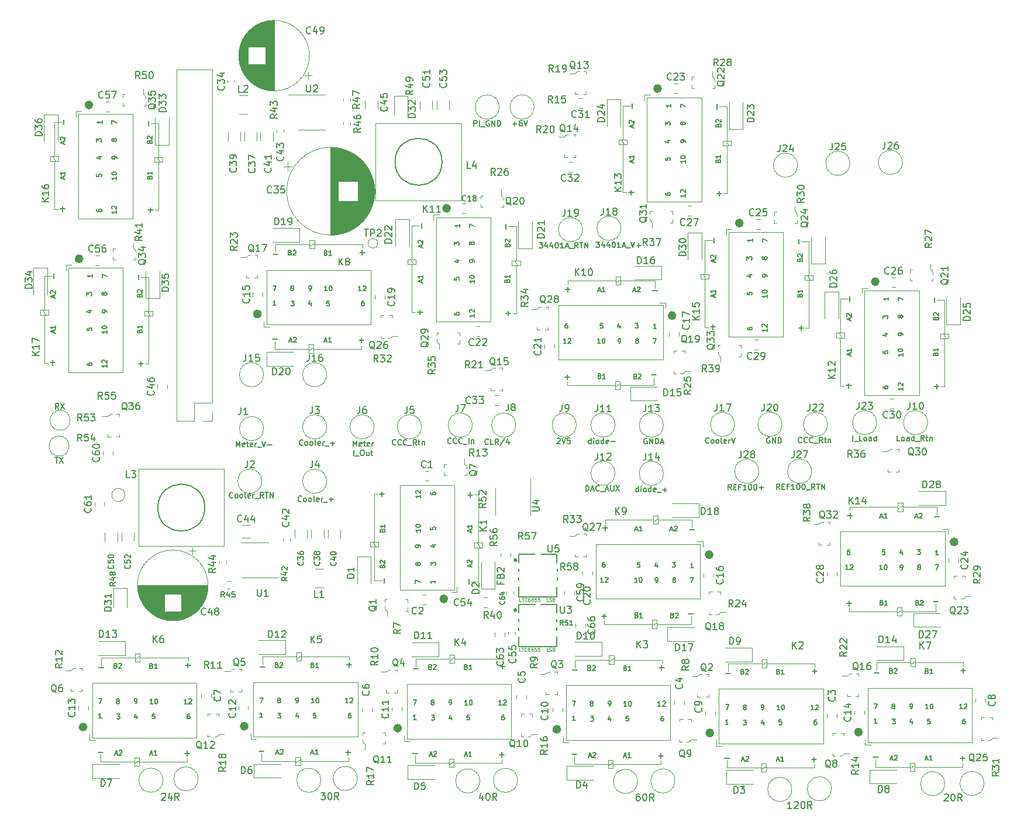
<source format=gbr>
%TF.GenerationSoftware,KiCad,Pcbnew,5.1.6-c6e7f7d~86~ubuntu18.04.1*%
%TF.CreationDate,2020-05-20T11:00:07-07:00*%
%TF.ProjectId,Cal_Station,43616c5f-5374-4617-9469-6f6e2e6b6963,rev?*%
%TF.SameCoordinates,Original*%
%TF.FileFunction,Legend,Top*%
%TF.FilePolarity,Positive*%
%FSLAX46Y46*%
G04 Gerber Fmt 4.6, Leading zero omitted, Abs format (unit mm)*
G04 Created by KiCad (PCBNEW 5.1.6-c6e7f7d~86~ubuntu18.04.1) date 2020-05-20 11:00:07*
%MOMM*%
%LPD*%
G01*
G04 APERTURE LIST*
%ADD10C,0.200000*%
%ADD11C,0.150000*%
%ADD12C,0.120000*%
%ADD13C,0.100000*%
%ADD14C,0.125000*%
G04 APERTURE END LIST*
D10*
X57418095Y-140707619D02*
X57465714Y-140660000D01*
X57560952Y-140612380D01*
X57799047Y-140612380D01*
X57894285Y-140660000D01*
X57941904Y-140707619D01*
X57989523Y-140802857D01*
X57989523Y-140898095D01*
X57941904Y-141040952D01*
X57370476Y-141612380D01*
X57989523Y-141612380D01*
X58846666Y-140945714D02*
X58846666Y-141612380D01*
X58608571Y-140564761D02*
X58370476Y-141279047D01*
X58989523Y-141279047D01*
X59941904Y-141612380D02*
X59608571Y-141136190D01*
X59370476Y-141612380D02*
X59370476Y-140612380D01*
X59751428Y-140612380D01*
X59846666Y-140660000D01*
X59894285Y-140707619D01*
X59941904Y-140802857D01*
X59941904Y-140945714D01*
X59894285Y-141040952D01*
X59846666Y-141088571D01*
X59751428Y-141136190D01*
X59370476Y-141136190D01*
X80490476Y-140532380D02*
X81109523Y-140532380D01*
X80776190Y-140913333D01*
X80919047Y-140913333D01*
X81014285Y-140960952D01*
X81061904Y-141008571D01*
X81109523Y-141103809D01*
X81109523Y-141341904D01*
X81061904Y-141437142D01*
X81014285Y-141484761D01*
X80919047Y-141532380D01*
X80633333Y-141532380D01*
X80538095Y-141484761D01*
X80490476Y-141437142D01*
X81728571Y-140532380D02*
X81823809Y-140532380D01*
X81919047Y-140580000D01*
X81966666Y-140627619D01*
X82014285Y-140722857D01*
X82061904Y-140913333D01*
X82061904Y-141151428D01*
X82014285Y-141341904D01*
X81966666Y-141437142D01*
X81919047Y-141484761D01*
X81823809Y-141532380D01*
X81728571Y-141532380D01*
X81633333Y-141484761D01*
X81585714Y-141437142D01*
X81538095Y-141341904D01*
X81490476Y-141151428D01*
X81490476Y-140913333D01*
X81538095Y-140722857D01*
X81585714Y-140627619D01*
X81633333Y-140580000D01*
X81728571Y-140532380D01*
X83061904Y-141532380D02*
X82728571Y-141056190D01*
X82490476Y-141532380D02*
X82490476Y-140532380D01*
X82871428Y-140532380D01*
X82966666Y-140580000D01*
X83014285Y-140627619D01*
X83061904Y-140722857D01*
X83061904Y-140865714D01*
X83014285Y-140960952D01*
X82966666Y-141008571D01*
X82871428Y-141056190D01*
X82490476Y-141056190D01*
X103884285Y-140955714D02*
X103884285Y-141622380D01*
X103646190Y-140574761D02*
X103408095Y-141289047D01*
X104027142Y-141289047D01*
X104598571Y-140622380D02*
X104693809Y-140622380D01*
X104789047Y-140670000D01*
X104836666Y-140717619D01*
X104884285Y-140812857D01*
X104931904Y-141003333D01*
X104931904Y-141241428D01*
X104884285Y-141431904D01*
X104836666Y-141527142D01*
X104789047Y-141574761D01*
X104693809Y-141622380D01*
X104598571Y-141622380D01*
X104503333Y-141574761D01*
X104455714Y-141527142D01*
X104408095Y-141431904D01*
X104360476Y-141241428D01*
X104360476Y-141003333D01*
X104408095Y-140812857D01*
X104455714Y-140717619D01*
X104503333Y-140670000D01*
X104598571Y-140622380D01*
X105931904Y-141622380D02*
X105598571Y-141146190D01*
X105360476Y-141622380D02*
X105360476Y-140622380D01*
X105741428Y-140622380D01*
X105836666Y-140670000D01*
X105884285Y-140717619D01*
X105931904Y-140812857D01*
X105931904Y-140955714D01*
X105884285Y-141050952D01*
X105836666Y-141098571D01*
X105741428Y-141146190D01*
X105360476Y-141146190D01*
X126594285Y-140702380D02*
X126403809Y-140702380D01*
X126308571Y-140750000D01*
X126260952Y-140797619D01*
X126165714Y-140940476D01*
X126118095Y-141130952D01*
X126118095Y-141511904D01*
X126165714Y-141607142D01*
X126213333Y-141654761D01*
X126308571Y-141702380D01*
X126499047Y-141702380D01*
X126594285Y-141654761D01*
X126641904Y-141607142D01*
X126689523Y-141511904D01*
X126689523Y-141273809D01*
X126641904Y-141178571D01*
X126594285Y-141130952D01*
X126499047Y-141083333D01*
X126308571Y-141083333D01*
X126213333Y-141130952D01*
X126165714Y-141178571D01*
X126118095Y-141273809D01*
X127308571Y-140702380D02*
X127403809Y-140702380D01*
X127499047Y-140750000D01*
X127546666Y-140797619D01*
X127594285Y-140892857D01*
X127641904Y-141083333D01*
X127641904Y-141321428D01*
X127594285Y-141511904D01*
X127546666Y-141607142D01*
X127499047Y-141654761D01*
X127403809Y-141702380D01*
X127308571Y-141702380D01*
X127213333Y-141654761D01*
X127165714Y-141607142D01*
X127118095Y-141511904D01*
X127070476Y-141321428D01*
X127070476Y-141083333D01*
X127118095Y-140892857D01*
X127165714Y-140797619D01*
X127213333Y-140750000D01*
X127308571Y-140702380D01*
X128641904Y-141702380D02*
X128308571Y-141226190D01*
X128070476Y-141702380D02*
X128070476Y-140702380D01*
X128451428Y-140702380D01*
X128546666Y-140750000D01*
X128594285Y-140797619D01*
X128641904Y-140892857D01*
X128641904Y-141035714D01*
X128594285Y-141130952D01*
X128546666Y-141178571D01*
X128451428Y-141226190D01*
X128070476Y-141226190D01*
X148643333Y-142842380D02*
X148071904Y-142842380D01*
X148357619Y-142842380D02*
X148357619Y-141842380D01*
X148262380Y-141985238D01*
X148167142Y-142080476D01*
X148071904Y-142128095D01*
X149024285Y-141937619D02*
X149071904Y-141890000D01*
X149167142Y-141842380D01*
X149405238Y-141842380D01*
X149500476Y-141890000D01*
X149548095Y-141937619D01*
X149595714Y-142032857D01*
X149595714Y-142128095D01*
X149548095Y-142270952D01*
X148976666Y-142842380D01*
X149595714Y-142842380D01*
X150214761Y-141842380D02*
X150310000Y-141842380D01*
X150405238Y-141890000D01*
X150452857Y-141937619D01*
X150500476Y-142032857D01*
X150548095Y-142223333D01*
X150548095Y-142461428D01*
X150500476Y-142651904D01*
X150452857Y-142747142D01*
X150405238Y-142794761D01*
X150310000Y-142842380D01*
X150214761Y-142842380D01*
X150119523Y-142794761D01*
X150071904Y-142747142D01*
X150024285Y-142651904D01*
X149976666Y-142461428D01*
X149976666Y-142223333D01*
X150024285Y-142032857D01*
X150071904Y-141937619D01*
X150119523Y-141890000D01*
X150214761Y-141842380D01*
X151548095Y-142842380D02*
X151214761Y-142366190D01*
X150976666Y-142842380D02*
X150976666Y-141842380D01*
X151357619Y-141842380D01*
X151452857Y-141890000D01*
X151500476Y-141937619D01*
X151548095Y-142032857D01*
X151548095Y-142175714D01*
X151500476Y-142270952D01*
X151452857Y-142318571D01*
X151357619Y-142366190D01*
X150976666Y-142366190D01*
X170738095Y-140817619D02*
X170785714Y-140770000D01*
X170880952Y-140722380D01*
X171119047Y-140722380D01*
X171214285Y-140770000D01*
X171261904Y-140817619D01*
X171309523Y-140912857D01*
X171309523Y-141008095D01*
X171261904Y-141150952D01*
X170690476Y-141722380D01*
X171309523Y-141722380D01*
X171928571Y-140722380D02*
X172023809Y-140722380D01*
X172119047Y-140770000D01*
X172166666Y-140817619D01*
X172214285Y-140912857D01*
X172261904Y-141103333D01*
X172261904Y-141341428D01*
X172214285Y-141531904D01*
X172166666Y-141627142D01*
X172119047Y-141674761D01*
X172023809Y-141722380D01*
X171928571Y-141722380D01*
X171833333Y-141674761D01*
X171785714Y-141627142D01*
X171738095Y-141531904D01*
X171690476Y-141341428D01*
X171690476Y-141103333D01*
X171738095Y-140912857D01*
X171785714Y-140817619D01*
X171833333Y-140770000D01*
X171928571Y-140722380D01*
X173261904Y-141722380D02*
X172928571Y-141246190D01*
X172690476Y-141722380D02*
X172690476Y-140722380D01*
X173071428Y-140722380D01*
X173166666Y-140770000D01*
X173214285Y-140817619D01*
X173261904Y-140912857D01*
X173261904Y-141055714D01*
X173214285Y-141150952D01*
X173166666Y-141198571D01*
X173071428Y-141246190D01*
X172690476Y-141246190D01*
D11*
X41990476Y-91971904D02*
X42447619Y-91971904D01*
X42219047Y-92771904D02*
X42219047Y-91971904D01*
X42638095Y-91971904D02*
X43171428Y-92771904D01*
X43171428Y-91971904D02*
X42638095Y-92771904D01*
X42526666Y-84991904D02*
X42260000Y-84610952D01*
X42069523Y-84991904D02*
X42069523Y-84191904D01*
X42374285Y-84191904D01*
X42450476Y-84230000D01*
X42488571Y-84268095D01*
X42526666Y-84344285D01*
X42526666Y-84458571D01*
X42488571Y-84534761D01*
X42450476Y-84572857D01*
X42374285Y-84610952D01*
X42069523Y-84610952D01*
X42793333Y-84191904D02*
X43326666Y-84991904D01*
X43326666Y-84191904D02*
X42793333Y-84991904D01*
X108251428Y-43677142D02*
X108860952Y-43677142D01*
X108556190Y-43981904D02*
X108556190Y-43372380D01*
X109584761Y-43181904D02*
X109432380Y-43181904D01*
X109356190Y-43220000D01*
X109318095Y-43258095D01*
X109241904Y-43372380D01*
X109203809Y-43524761D01*
X109203809Y-43829523D01*
X109241904Y-43905714D01*
X109280000Y-43943809D01*
X109356190Y-43981904D01*
X109508571Y-43981904D01*
X109584761Y-43943809D01*
X109622857Y-43905714D01*
X109660952Y-43829523D01*
X109660952Y-43639047D01*
X109622857Y-43562857D01*
X109584761Y-43524761D01*
X109508571Y-43486666D01*
X109356190Y-43486666D01*
X109280000Y-43524761D01*
X109241904Y-43562857D01*
X109203809Y-43639047D01*
X109889523Y-43181904D02*
X110156190Y-43981904D01*
X110422857Y-43181904D01*
X102616190Y-44001904D02*
X102616190Y-43201904D01*
X102920952Y-43201904D01*
X102997142Y-43240000D01*
X103035238Y-43278095D01*
X103073333Y-43354285D01*
X103073333Y-43468571D01*
X103035238Y-43544761D01*
X102997142Y-43582857D01*
X102920952Y-43620952D01*
X102616190Y-43620952D01*
X103416190Y-44001904D02*
X103416190Y-43201904D01*
X103606666Y-44078095D02*
X104216190Y-44078095D01*
X104825714Y-43240000D02*
X104749523Y-43201904D01*
X104635238Y-43201904D01*
X104520952Y-43240000D01*
X104444761Y-43316190D01*
X104406666Y-43392380D01*
X104368571Y-43544761D01*
X104368571Y-43659047D01*
X104406666Y-43811428D01*
X104444761Y-43887619D01*
X104520952Y-43963809D01*
X104635238Y-44001904D01*
X104711428Y-44001904D01*
X104825714Y-43963809D01*
X104863809Y-43925714D01*
X104863809Y-43659047D01*
X104711428Y-43659047D01*
X105206666Y-44001904D02*
X105206666Y-43201904D01*
X105663809Y-44001904D01*
X105663809Y-43201904D01*
X106044761Y-44001904D02*
X106044761Y-43201904D01*
X106235238Y-43201904D01*
X106349523Y-43240000D01*
X106425714Y-43316190D01*
X106463809Y-43392380D01*
X106501904Y-43544761D01*
X106501904Y-43659047D01*
X106463809Y-43811428D01*
X106425714Y-43887619D01*
X106349523Y-43963809D01*
X106235238Y-44001904D01*
X106044761Y-44001904D01*
X120323809Y-60781904D02*
X120819047Y-60781904D01*
X120552380Y-61086666D01*
X120666666Y-61086666D01*
X120742857Y-61124761D01*
X120780952Y-61162857D01*
X120819047Y-61239047D01*
X120819047Y-61429523D01*
X120780952Y-61505714D01*
X120742857Y-61543809D01*
X120666666Y-61581904D01*
X120438095Y-61581904D01*
X120361904Y-61543809D01*
X120323809Y-61505714D01*
X121504761Y-61048571D02*
X121504761Y-61581904D01*
X121314285Y-60743809D02*
X121123809Y-61315238D01*
X121619047Y-61315238D01*
X122266666Y-61048571D02*
X122266666Y-61581904D01*
X122076190Y-60743809D02*
X121885714Y-61315238D01*
X122380952Y-61315238D01*
X122838095Y-60781904D02*
X122914285Y-60781904D01*
X122990476Y-60820000D01*
X123028571Y-60858095D01*
X123066666Y-60934285D01*
X123104761Y-61086666D01*
X123104761Y-61277142D01*
X123066666Y-61429523D01*
X123028571Y-61505714D01*
X122990476Y-61543809D01*
X122914285Y-61581904D01*
X122838095Y-61581904D01*
X122761904Y-61543809D01*
X122723809Y-61505714D01*
X122685714Y-61429523D01*
X122647619Y-61277142D01*
X122647619Y-61086666D01*
X122685714Y-60934285D01*
X122723809Y-60858095D01*
X122761904Y-60820000D01*
X122838095Y-60781904D01*
X123866666Y-61581904D02*
X123409523Y-61581904D01*
X123638095Y-61581904D02*
X123638095Y-60781904D01*
X123561904Y-60896190D01*
X123485714Y-60972380D01*
X123409523Y-61010476D01*
X124171428Y-61353333D02*
X124552380Y-61353333D01*
X124095238Y-61581904D02*
X124361904Y-60781904D01*
X124628571Y-61581904D01*
X124704761Y-61658095D02*
X125314285Y-61658095D01*
X125390476Y-60781904D02*
X125657142Y-61581904D01*
X125923809Y-60781904D01*
X126190476Y-61277142D02*
X126800000Y-61277142D01*
X126495238Y-61581904D02*
X126495238Y-60972380D01*
X112068095Y-60871904D02*
X112563333Y-60871904D01*
X112296666Y-61176666D01*
X112410952Y-61176666D01*
X112487142Y-61214761D01*
X112525238Y-61252857D01*
X112563333Y-61329047D01*
X112563333Y-61519523D01*
X112525238Y-61595714D01*
X112487142Y-61633809D01*
X112410952Y-61671904D01*
X112182380Y-61671904D01*
X112106190Y-61633809D01*
X112068095Y-61595714D01*
X113249047Y-61138571D02*
X113249047Y-61671904D01*
X113058571Y-60833809D02*
X112868095Y-61405238D01*
X113363333Y-61405238D01*
X114010952Y-61138571D02*
X114010952Y-61671904D01*
X113820476Y-60833809D02*
X113630000Y-61405238D01*
X114125238Y-61405238D01*
X114582380Y-60871904D02*
X114658571Y-60871904D01*
X114734761Y-60910000D01*
X114772857Y-60948095D01*
X114810952Y-61024285D01*
X114849047Y-61176666D01*
X114849047Y-61367142D01*
X114810952Y-61519523D01*
X114772857Y-61595714D01*
X114734761Y-61633809D01*
X114658571Y-61671904D01*
X114582380Y-61671904D01*
X114506190Y-61633809D01*
X114468095Y-61595714D01*
X114430000Y-61519523D01*
X114391904Y-61367142D01*
X114391904Y-61176666D01*
X114430000Y-61024285D01*
X114468095Y-60948095D01*
X114506190Y-60910000D01*
X114582380Y-60871904D01*
X115610952Y-61671904D02*
X115153809Y-61671904D01*
X115382380Y-61671904D02*
X115382380Y-60871904D01*
X115306190Y-60986190D01*
X115230000Y-61062380D01*
X115153809Y-61100476D01*
X115915714Y-61443333D02*
X116296666Y-61443333D01*
X115839523Y-61671904D02*
X116106190Y-60871904D01*
X116372857Y-61671904D01*
X116449047Y-61748095D02*
X117058571Y-61748095D01*
X117706190Y-61671904D02*
X117439523Y-61290952D01*
X117249047Y-61671904D02*
X117249047Y-60871904D01*
X117553809Y-60871904D01*
X117630000Y-60910000D01*
X117668095Y-60948095D01*
X117706190Y-61024285D01*
X117706190Y-61138571D01*
X117668095Y-61214761D01*
X117630000Y-61252857D01*
X117553809Y-61290952D01*
X117249047Y-61290952D01*
X117934761Y-60871904D02*
X118391904Y-60871904D01*
X118163333Y-61671904D02*
X118163333Y-60871904D01*
X118658571Y-61671904D02*
X118658571Y-60871904D01*
X119115714Y-61671904D01*
X119115714Y-60871904D01*
X164306666Y-89581904D02*
X163925714Y-89581904D01*
X163925714Y-88781904D01*
X164687619Y-89581904D02*
X164611428Y-89543809D01*
X164573333Y-89505714D01*
X164535238Y-89429523D01*
X164535238Y-89200952D01*
X164573333Y-89124761D01*
X164611428Y-89086666D01*
X164687619Y-89048571D01*
X164801904Y-89048571D01*
X164878095Y-89086666D01*
X164916190Y-89124761D01*
X164954285Y-89200952D01*
X164954285Y-89429523D01*
X164916190Y-89505714D01*
X164878095Y-89543809D01*
X164801904Y-89581904D01*
X164687619Y-89581904D01*
X165640000Y-89581904D02*
X165640000Y-89162857D01*
X165601904Y-89086666D01*
X165525714Y-89048571D01*
X165373333Y-89048571D01*
X165297142Y-89086666D01*
X165640000Y-89543809D02*
X165563809Y-89581904D01*
X165373333Y-89581904D01*
X165297142Y-89543809D01*
X165259047Y-89467619D01*
X165259047Y-89391428D01*
X165297142Y-89315238D01*
X165373333Y-89277142D01*
X165563809Y-89277142D01*
X165640000Y-89239047D01*
X166363809Y-89581904D02*
X166363809Y-88781904D01*
X166363809Y-89543809D02*
X166287619Y-89581904D01*
X166135238Y-89581904D01*
X166059047Y-89543809D01*
X166020952Y-89505714D01*
X165982857Y-89429523D01*
X165982857Y-89200952D01*
X166020952Y-89124761D01*
X166059047Y-89086666D01*
X166135238Y-89048571D01*
X166287619Y-89048571D01*
X166363809Y-89086666D01*
X166554285Y-89658095D02*
X167163809Y-89658095D01*
X167811428Y-89581904D02*
X167544761Y-89200952D01*
X167354285Y-89581904D02*
X167354285Y-88781904D01*
X167659047Y-88781904D01*
X167735238Y-88820000D01*
X167773333Y-88858095D01*
X167811428Y-88934285D01*
X167811428Y-89048571D01*
X167773333Y-89124761D01*
X167735238Y-89162857D01*
X167659047Y-89200952D01*
X167354285Y-89200952D01*
X168040000Y-89048571D02*
X168344761Y-89048571D01*
X168154285Y-88781904D02*
X168154285Y-89467619D01*
X168192380Y-89543809D01*
X168268571Y-89581904D01*
X168344761Y-89581904D01*
X168611428Y-89048571D02*
X168611428Y-89581904D01*
X168611428Y-89124761D02*
X168649523Y-89086666D01*
X168725714Y-89048571D01*
X168840000Y-89048571D01*
X168916190Y-89086666D01*
X168954285Y-89162857D01*
X168954285Y-89581904D01*
X157485714Y-89581904D02*
X157485714Y-88781904D01*
X157676190Y-89658095D02*
X158285714Y-89658095D01*
X158857142Y-89581904D02*
X158476190Y-89581904D01*
X158476190Y-88781904D01*
X159238095Y-89581904D02*
X159161904Y-89543809D01*
X159123809Y-89505714D01*
X159085714Y-89429523D01*
X159085714Y-89200952D01*
X159123809Y-89124761D01*
X159161904Y-89086666D01*
X159238095Y-89048571D01*
X159352380Y-89048571D01*
X159428571Y-89086666D01*
X159466666Y-89124761D01*
X159504761Y-89200952D01*
X159504761Y-89429523D01*
X159466666Y-89505714D01*
X159428571Y-89543809D01*
X159352380Y-89581904D01*
X159238095Y-89581904D01*
X160190476Y-89581904D02*
X160190476Y-89162857D01*
X160152380Y-89086666D01*
X160076190Y-89048571D01*
X159923809Y-89048571D01*
X159847619Y-89086666D01*
X160190476Y-89543809D02*
X160114285Y-89581904D01*
X159923809Y-89581904D01*
X159847619Y-89543809D01*
X159809523Y-89467619D01*
X159809523Y-89391428D01*
X159847619Y-89315238D01*
X159923809Y-89277142D01*
X160114285Y-89277142D01*
X160190476Y-89239047D01*
X160914285Y-89581904D02*
X160914285Y-88781904D01*
X160914285Y-89543809D02*
X160838095Y-89581904D01*
X160685714Y-89581904D01*
X160609523Y-89543809D01*
X160571428Y-89505714D01*
X160533333Y-89429523D01*
X160533333Y-89200952D01*
X160571428Y-89124761D01*
X160609523Y-89086666D01*
X160685714Y-89048571D01*
X160838095Y-89048571D01*
X160914285Y-89086666D01*
X150122380Y-89775714D02*
X150084285Y-89813809D01*
X149970000Y-89851904D01*
X149893809Y-89851904D01*
X149779523Y-89813809D01*
X149703333Y-89737619D01*
X149665238Y-89661428D01*
X149627142Y-89509047D01*
X149627142Y-89394761D01*
X149665238Y-89242380D01*
X149703333Y-89166190D01*
X149779523Y-89090000D01*
X149893809Y-89051904D01*
X149970000Y-89051904D01*
X150084285Y-89090000D01*
X150122380Y-89128095D01*
X150922380Y-89775714D02*
X150884285Y-89813809D01*
X150770000Y-89851904D01*
X150693809Y-89851904D01*
X150579523Y-89813809D01*
X150503333Y-89737619D01*
X150465238Y-89661428D01*
X150427142Y-89509047D01*
X150427142Y-89394761D01*
X150465238Y-89242380D01*
X150503333Y-89166190D01*
X150579523Y-89090000D01*
X150693809Y-89051904D01*
X150770000Y-89051904D01*
X150884285Y-89090000D01*
X150922380Y-89128095D01*
X151722380Y-89775714D02*
X151684285Y-89813809D01*
X151570000Y-89851904D01*
X151493809Y-89851904D01*
X151379523Y-89813809D01*
X151303333Y-89737619D01*
X151265238Y-89661428D01*
X151227142Y-89509047D01*
X151227142Y-89394761D01*
X151265238Y-89242380D01*
X151303333Y-89166190D01*
X151379523Y-89090000D01*
X151493809Y-89051904D01*
X151570000Y-89051904D01*
X151684285Y-89090000D01*
X151722380Y-89128095D01*
X151874761Y-89928095D02*
X152484285Y-89928095D01*
X153131904Y-89851904D02*
X152865238Y-89470952D01*
X152674761Y-89851904D02*
X152674761Y-89051904D01*
X152979523Y-89051904D01*
X153055714Y-89090000D01*
X153093809Y-89128095D01*
X153131904Y-89204285D01*
X153131904Y-89318571D01*
X153093809Y-89394761D01*
X153055714Y-89432857D01*
X152979523Y-89470952D01*
X152674761Y-89470952D01*
X153360476Y-89318571D02*
X153665238Y-89318571D01*
X153474761Y-89051904D02*
X153474761Y-89737619D01*
X153512857Y-89813809D01*
X153589047Y-89851904D01*
X153665238Y-89851904D01*
X153931904Y-89318571D02*
X153931904Y-89851904D01*
X153931904Y-89394761D02*
X153970000Y-89356666D01*
X154046190Y-89318571D01*
X154160476Y-89318571D01*
X154236666Y-89356666D01*
X154274761Y-89432857D01*
X154274761Y-89851904D01*
X146891428Y-96631904D02*
X146624761Y-96250952D01*
X146434285Y-96631904D02*
X146434285Y-95831904D01*
X146739047Y-95831904D01*
X146815238Y-95870000D01*
X146853333Y-95908095D01*
X146891428Y-95984285D01*
X146891428Y-96098571D01*
X146853333Y-96174761D01*
X146815238Y-96212857D01*
X146739047Y-96250952D01*
X146434285Y-96250952D01*
X147234285Y-96212857D02*
X147500952Y-96212857D01*
X147615238Y-96631904D02*
X147234285Y-96631904D01*
X147234285Y-95831904D01*
X147615238Y-95831904D01*
X148224761Y-96212857D02*
X147958095Y-96212857D01*
X147958095Y-96631904D02*
X147958095Y-95831904D01*
X148339047Y-95831904D01*
X149062857Y-96631904D02*
X148605714Y-96631904D01*
X148834285Y-96631904D02*
X148834285Y-95831904D01*
X148758095Y-95946190D01*
X148681904Y-96022380D01*
X148605714Y-96060476D01*
X149558095Y-95831904D02*
X149634285Y-95831904D01*
X149710476Y-95870000D01*
X149748571Y-95908095D01*
X149786666Y-95984285D01*
X149824761Y-96136666D01*
X149824761Y-96327142D01*
X149786666Y-96479523D01*
X149748571Y-96555714D01*
X149710476Y-96593809D01*
X149634285Y-96631904D01*
X149558095Y-96631904D01*
X149481904Y-96593809D01*
X149443809Y-96555714D01*
X149405714Y-96479523D01*
X149367619Y-96327142D01*
X149367619Y-96136666D01*
X149405714Y-95984285D01*
X149443809Y-95908095D01*
X149481904Y-95870000D01*
X149558095Y-95831904D01*
X150320000Y-95831904D02*
X150396190Y-95831904D01*
X150472380Y-95870000D01*
X150510476Y-95908095D01*
X150548571Y-95984285D01*
X150586666Y-96136666D01*
X150586666Y-96327142D01*
X150548571Y-96479523D01*
X150510476Y-96555714D01*
X150472380Y-96593809D01*
X150396190Y-96631904D01*
X150320000Y-96631904D01*
X150243809Y-96593809D01*
X150205714Y-96555714D01*
X150167619Y-96479523D01*
X150129523Y-96327142D01*
X150129523Y-96136666D01*
X150167619Y-95984285D01*
X150205714Y-95908095D01*
X150243809Y-95870000D01*
X150320000Y-95831904D01*
X150739047Y-96708095D02*
X151348571Y-96708095D01*
X151996190Y-96631904D02*
X151729523Y-96250952D01*
X151539047Y-96631904D02*
X151539047Y-95831904D01*
X151843809Y-95831904D01*
X151920000Y-95870000D01*
X151958095Y-95908095D01*
X151996190Y-95984285D01*
X151996190Y-96098571D01*
X151958095Y-96174761D01*
X151920000Y-96212857D01*
X151843809Y-96250952D01*
X151539047Y-96250952D01*
X152224761Y-95831904D02*
X152681904Y-95831904D01*
X152453333Y-96631904D02*
X152453333Y-95831904D01*
X152948571Y-96631904D02*
X152948571Y-95831904D01*
X153405714Y-96631904D01*
X153405714Y-95831904D01*
X139914761Y-96691904D02*
X139648095Y-96310952D01*
X139457619Y-96691904D02*
X139457619Y-95891904D01*
X139762380Y-95891904D01*
X139838571Y-95930000D01*
X139876666Y-95968095D01*
X139914761Y-96044285D01*
X139914761Y-96158571D01*
X139876666Y-96234761D01*
X139838571Y-96272857D01*
X139762380Y-96310952D01*
X139457619Y-96310952D01*
X140257619Y-96272857D02*
X140524285Y-96272857D01*
X140638571Y-96691904D02*
X140257619Y-96691904D01*
X140257619Y-95891904D01*
X140638571Y-95891904D01*
X141248095Y-96272857D02*
X140981428Y-96272857D01*
X140981428Y-96691904D02*
X140981428Y-95891904D01*
X141362380Y-95891904D01*
X142086190Y-96691904D02*
X141629047Y-96691904D01*
X141857619Y-96691904D02*
X141857619Y-95891904D01*
X141781428Y-96006190D01*
X141705238Y-96082380D01*
X141629047Y-96120476D01*
X142581428Y-95891904D02*
X142657619Y-95891904D01*
X142733809Y-95930000D01*
X142771904Y-95968095D01*
X142810000Y-96044285D01*
X142848095Y-96196666D01*
X142848095Y-96387142D01*
X142810000Y-96539523D01*
X142771904Y-96615714D01*
X142733809Y-96653809D01*
X142657619Y-96691904D01*
X142581428Y-96691904D01*
X142505238Y-96653809D01*
X142467142Y-96615714D01*
X142429047Y-96539523D01*
X142390952Y-96387142D01*
X142390952Y-96196666D01*
X142429047Y-96044285D01*
X142467142Y-95968095D01*
X142505238Y-95930000D01*
X142581428Y-95891904D01*
X143343333Y-95891904D02*
X143419523Y-95891904D01*
X143495714Y-95930000D01*
X143533809Y-95968095D01*
X143571904Y-96044285D01*
X143610000Y-96196666D01*
X143610000Y-96387142D01*
X143571904Y-96539523D01*
X143533809Y-96615714D01*
X143495714Y-96653809D01*
X143419523Y-96691904D01*
X143343333Y-96691904D01*
X143267142Y-96653809D01*
X143229047Y-96615714D01*
X143190952Y-96539523D01*
X143152857Y-96387142D01*
X143152857Y-96196666D01*
X143190952Y-96044285D01*
X143229047Y-95968095D01*
X143267142Y-95930000D01*
X143343333Y-95891904D01*
X143952857Y-96387142D02*
X144562380Y-96387142D01*
X144257619Y-96691904D02*
X144257619Y-96082380D01*
X145460476Y-89150000D02*
X145384285Y-89111904D01*
X145270000Y-89111904D01*
X145155714Y-89150000D01*
X145079523Y-89226190D01*
X145041428Y-89302380D01*
X145003333Y-89454761D01*
X145003333Y-89569047D01*
X145041428Y-89721428D01*
X145079523Y-89797619D01*
X145155714Y-89873809D01*
X145270000Y-89911904D01*
X145346190Y-89911904D01*
X145460476Y-89873809D01*
X145498571Y-89835714D01*
X145498571Y-89569047D01*
X145346190Y-89569047D01*
X145841428Y-89911904D02*
X145841428Y-89111904D01*
X146298571Y-89911904D01*
X146298571Y-89111904D01*
X146679523Y-89911904D02*
X146679523Y-89111904D01*
X146870000Y-89111904D01*
X146984285Y-89150000D01*
X147060476Y-89226190D01*
X147098571Y-89302380D01*
X147136666Y-89454761D01*
X147136666Y-89569047D01*
X147098571Y-89721428D01*
X147060476Y-89797619D01*
X146984285Y-89873809D01*
X146870000Y-89911904D01*
X146679523Y-89911904D01*
X136640952Y-89855714D02*
X136602857Y-89893809D01*
X136488571Y-89931904D01*
X136412380Y-89931904D01*
X136298095Y-89893809D01*
X136221904Y-89817619D01*
X136183809Y-89741428D01*
X136145714Y-89589047D01*
X136145714Y-89474761D01*
X136183809Y-89322380D01*
X136221904Y-89246190D01*
X136298095Y-89170000D01*
X136412380Y-89131904D01*
X136488571Y-89131904D01*
X136602857Y-89170000D01*
X136640952Y-89208095D01*
X137098095Y-89931904D02*
X137021904Y-89893809D01*
X136983809Y-89855714D01*
X136945714Y-89779523D01*
X136945714Y-89550952D01*
X136983809Y-89474761D01*
X137021904Y-89436666D01*
X137098095Y-89398571D01*
X137212380Y-89398571D01*
X137288571Y-89436666D01*
X137326666Y-89474761D01*
X137364761Y-89550952D01*
X137364761Y-89779523D01*
X137326666Y-89855714D01*
X137288571Y-89893809D01*
X137212380Y-89931904D01*
X137098095Y-89931904D01*
X137821904Y-89931904D02*
X137745714Y-89893809D01*
X137707619Y-89855714D01*
X137669523Y-89779523D01*
X137669523Y-89550952D01*
X137707619Y-89474761D01*
X137745714Y-89436666D01*
X137821904Y-89398571D01*
X137936190Y-89398571D01*
X138012380Y-89436666D01*
X138050476Y-89474761D01*
X138088571Y-89550952D01*
X138088571Y-89779523D01*
X138050476Y-89855714D01*
X138012380Y-89893809D01*
X137936190Y-89931904D01*
X137821904Y-89931904D01*
X138545714Y-89931904D02*
X138469523Y-89893809D01*
X138431428Y-89817619D01*
X138431428Y-89131904D01*
X139155238Y-89893809D02*
X139079047Y-89931904D01*
X138926666Y-89931904D01*
X138850476Y-89893809D01*
X138812380Y-89817619D01*
X138812380Y-89512857D01*
X138850476Y-89436666D01*
X138926666Y-89398571D01*
X139079047Y-89398571D01*
X139155238Y-89436666D01*
X139193333Y-89512857D01*
X139193333Y-89589047D01*
X138812380Y-89665238D01*
X139536190Y-89931904D02*
X139536190Y-89398571D01*
X139536190Y-89550952D02*
X139574285Y-89474761D01*
X139612380Y-89436666D01*
X139688571Y-89398571D01*
X139764761Y-89398571D01*
X139917142Y-89131904D02*
X140183809Y-89931904D01*
X140450476Y-89131904D01*
X127677619Y-89280000D02*
X127601428Y-89241904D01*
X127487142Y-89241904D01*
X127372857Y-89280000D01*
X127296666Y-89356190D01*
X127258571Y-89432380D01*
X127220476Y-89584761D01*
X127220476Y-89699047D01*
X127258571Y-89851428D01*
X127296666Y-89927619D01*
X127372857Y-90003809D01*
X127487142Y-90041904D01*
X127563333Y-90041904D01*
X127677619Y-90003809D01*
X127715714Y-89965714D01*
X127715714Y-89699047D01*
X127563333Y-89699047D01*
X128058571Y-90041904D02*
X128058571Y-89241904D01*
X128515714Y-90041904D01*
X128515714Y-89241904D01*
X128896666Y-90041904D02*
X128896666Y-89241904D01*
X129087142Y-89241904D01*
X129201428Y-89280000D01*
X129277619Y-89356190D01*
X129315714Y-89432380D01*
X129353809Y-89584761D01*
X129353809Y-89699047D01*
X129315714Y-89851428D01*
X129277619Y-89927619D01*
X129201428Y-90003809D01*
X129087142Y-90041904D01*
X128896666Y-90041904D01*
X129658571Y-89813333D02*
X130039523Y-89813333D01*
X129582380Y-90041904D02*
X129849047Y-89241904D01*
X130115714Y-90041904D01*
X119589047Y-89991904D02*
X119589047Y-89191904D01*
X119589047Y-89953809D02*
X119512857Y-89991904D01*
X119360476Y-89991904D01*
X119284285Y-89953809D01*
X119246190Y-89915714D01*
X119208095Y-89839523D01*
X119208095Y-89610952D01*
X119246190Y-89534761D01*
X119284285Y-89496666D01*
X119360476Y-89458571D01*
X119512857Y-89458571D01*
X119589047Y-89496666D01*
X119970000Y-89991904D02*
X119970000Y-89458571D01*
X119970000Y-89191904D02*
X119931904Y-89230000D01*
X119970000Y-89268095D01*
X120008095Y-89230000D01*
X119970000Y-89191904D01*
X119970000Y-89268095D01*
X120465238Y-89991904D02*
X120389047Y-89953809D01*
X120350952Y-89915714D01*
X120312857Y-89839523D01*
X120312857Y-89610952D01*
X120350952Y-89534761D01*
X120389047Y-89496666D01*
X120465238Y-89458571D01*
X120579523Y-89458571D01*
X120655714Y-89496666D01*
X120693809Y-89534761D01*
X120731904Y-89610952D01*
X120731904Y-89839523D01*
X120693809Y-89915714D01*
X120655714Y-89953809D01*
X120579523Y-89991904D01*
X120465238Y-89991904D01*
X121417619Y-89991904D02*
X121417619Y-89191904D01*
X121417619Y-89953809D02*
X121341428Y-89991904D01*
X121189047Y-89991904D01*
X121112857Y-89953809D01*
X121074761Y-89915714D01*
X121036666Y-89839523D01*
X121036666Y-89610952D01*
X121074761Y-89534761D01*
X121112857Y-89496666D01*
X121189047Y-89458571D01*
X121341428Y-89458571D01*
X121417619Y-89496666D01*
X122103333Y-89953809D02*
X122027142Y-89991904D01*
X121874761Y-89991904D01*
X121798571Y-89953809D01*
X121760476Y-89877619D01*
X121760476Y-89572857D01*
X121798571Y-89496666D01*
X121874761Y-89458571D01*
X122027142Y-89458571D01*
X122103333Y-89496666D01*
X122141428Y-89572857D01*
X122141428Y-89649047D01*
X121760476Y-89725238D01*
X122484285Y-89687142D02*
X123093809Y-89687142D01*
X126444285Y-96971904D02*
X126444285Y-96171904D01*
X126444285Y-96933809D02*
X126368095Y-96971904D01*
X126215714Y-96971904D01*
X126139523Y-96933809D01*
X126101428Y-96895714D01*
X126063333Y-96819523D01*
X126063333Y-96590952D01*
X126101428Y-96514761D01*
X126139523Y-96476666D01*
X126215714Y-96438571D01*
X126368095Y-96438571D01*
X126444285Y-96476666D01*
X126825238Y-96971904D02*
X126825238Y-96438571D01*
X126825238Y-96171904D02*
X126787142Y-96210000D01*
X126825238Y-96248095D01*
X126863333Y-96210000D01*
X126825238Y-96171904D01*
X126825238Y-96248095D01*
X127320476Y-96971904D02*
X127244285Y-96933809D01*
X127206190Y-96895714D01*
X127168095Y-96819523D01*
X127168095Y-96590952D01*
X127206190Y-96514761D01*
X127244285Y-96476666D01*
X127320476Y-96438571D01*
X127434761Y-96438571D01*
X127510952Y-96476666D01*
X127549047Y-96514761D01*
X127587142Y-96590952D01*
X127587142Y-96819523D01*
X127549047Y-96895714D01*
X127510952Y-96933809D01*
X127434761Y-96971904D01*
X127320476Y-96971904D01*
X128272857Y-96971904D02*
X128272857Y-96171904D01*
X128272857Y-96933809D02*
X128196666Y-96971904D01*
X128044285Y-96971904D01*
X127968095Y-96933809D01*
X127930000Y-96895714D01*
X127891904Y-96819523D01*
X127891904Y-96590952D01*
X127930000Y-96514761D01*
X127968095Y-96476666D01*
X128044285Y-96438571D01*
X128196666Y-96438571D01*
X128272857Y-96476666D01*
X128958571Y-96933809D02*
X128882380Y-96971904D01*
X128730000Y-96971904D01*
X128653809Y-96933809D01*
X128615714Y-96857619D01*
X128615714Y-96552857D01*
X128653809Y-96476666D01*
X128730000Y-96438571D01*
X128882380Y-96438571D01*
X128958571Y-96476666D01*
X128996666Y-96552857D01*
X128996666Y-96629047D01*
X128615714Y-96705238D01*
X129149047Y-97048095D02*
X129758571Y-97048095D01*
X129949047Y-96667142D02*
X130558571Y-96667142D01*
X130253809Y-96971904D02*
X130253809Y-96362380D01*
X118840000Y-96831904D02*
X118840000Y-96031904D01*
X119030476Y-96031904D01*
X119144761Y-96070000D01*
X119220952Y-96146190D01*
X119259047Y-96222380D01*
X119297142Y-96374761D01*
X119297142Y-96489047D01*
X119259047Y-96641428D01*
X119220952Y-96717619D01*
X119144761Y-96793809D01*
X119030476Y-96831904D01*
X118840000Y-96831904D01*
X119601904Y-96603333D02*
X119982857Y-96603333D01*
X119525714Y-96831904D02*
X119792380Y-96031904D01*
X120059047Y-96831904D01*
X120782857Y-96755714D02*
X120744761Y-96793809D01*
X120630476Y-96831904D01*
X120554285Y-96831904D01*
X120440000Y-96793809D01*
X120363809Y-96717619D01*
X120325714Y-96641428D01*
X120287619Y-96489047D01*
X120287619Y-96374761D01*
X120325714Y-96222380D01*
X120363809Y-96146190D01*
X120440000Y-96070000D01*
X120554285Y-96031904D01*
X120630476Y-96031904D01*
X120744761Y-96070000D01*
X120782857Y-96108095D01*
X120935238Y-96908095D02*
X121544761Y-96908095D01*
X121697142Y-96603333D02*
X122078095Y-96603333D01*
X121620952Y-96831904D02*
X121887619Y-96031904D01*
X122154285Y-96831904D01*
X122420952Y-96031904D02*
X122420952Y-96679523D01*
X122459047Y-96755714D01*
X122497142Y-96793809D01*
X122573333Y-96831904D01*
X122725714Y-96831904D01*
X122801904Y-96793809D01*
X122840000Y-96755714D01*
X122878095Y-96679523D01*
X122878095Y-96031904D01*
X123182857Y-96031904D02*
X123716190Y-96831904D01*
X123716190Y-96031904D02*
X123182857Y-96831904D01*
X114697619Y-89248095D02*
X114735714Y-89210000D01*
X114811904Y-89171904D01*
X115002380Y-89171904D01*
X115078571Y-89210000D01*
X115116666Y-89248095D01*
X115154761Y-89324285D01*
X115154761Y-89400476D01*
X115116666Y-89514761D01*
X114659523Y-89971904D01*
X115154761Y-89971904D01*
X115383333Y-89171904D02*
X115650000Y-89971904D01*
X115916666Y-89171904D01*
X116564285Y-89171904D02*
X116183333Y-89171904D01*
X116145238Y-89552857D01*
X116183333Y-89514761D01*
X116259523Y-89476666D01*
X116450000Y-89476666D01*
X116526190Y-89514761D01*
X116564285Y-89552857D01*
X116602380Y-89629047D01*
X116602380Y-89819523D01*
X116564285Y-89895714D01*
X116526190Y-89933809D01*
X116450000Y-89971904D01*
X116259523Y-89971904D01*
X116183333Y-89933809D01*
X116145238Y-89895714D01*
X104723809Y-90025714D02*
X104685714Y-90063809D01*
X104571428Y-90101904D01*
X104495238Y-90101904D01*
X104380952Y-90063809D01*
X104304761Y-89987619D01*
X104266666Y-89911428D01*
X104228571Y-89759047D01*
X104228571Y-89644761D01*
X104266666Y-89492380D01*
X104304761Y-89416190D01*
X104380952Y-89340000D01*
X104495238Y-89301904D01*
X104571428Y-89301904D01*
X104685714Y-89340000D01*
X104723809Y-89378095D01*
X105447619Y-90101904D02*
X105066666Y-90101904D01*
X105066666Y-89301904D01*
X106171428Y-90101904D02*
X105904761Y-89720952D01*
X105714285Y-90101904D02*
X105714285Y-89301904D01*
X106019047Y-89301904D01*
X106095238Y-89340000D01*
X106133333Y-89378095D01*
X106171428Y-89454285D01*
X106171428Y-89568571D01*
X106133333Y-89644761D01*
X106095238Y-89682857D01*
X106019047Y-89720952D01*
X105714285Y-89720952D01*
X107085714Y-89263809D02*
X106400000Y-90292380D01*
X107695238Y-89568571D02*
X107695238Y-90101904D01*
X107504761Y-89263809D02*
X107314285Y-89835238D01*
X107809523Y-89835238D01*
X99330476Y-89905714D02*
X99292380Y-89943809D01*
X99178095Y-89981904D01*
X99101904Y-89981904D01*
X98987619Y-89943809D01*
X98911428Y-89867619D01*
X98873333Y-89791428D01*
X98835238Y-89639047D01*
X98835238Y-89524761D01*
X98873333Y-89372380D01*
X98911428Y-89296190D01*
X98987619Y-89220000D01*
X99101904Y-89181904D01*
X99178095Y-89181904D01*
X99292380Y-89220000D01*
X99330476Y-89258095D01*
X100130476Y-89905714D02*
X100092380Y-89943809D01*
X99978095Y-89981904D01*
X99901904Y-89981904D01*
X99787619Y-89943809D01*
X99711428Y-89867619D01*
X99673333Y-89791428D01*
X99635238Y-89639047D01*
X99635238Y-89524761D01*
X99673333Y-89372380D01*
X99711428Y-89296190D01*
X99787619Y-89220000D01*
X99901904Y-89181904D01*
X99978095Y-89181904D01*
X100092380Y-89220000D01*
X100130476Y-89258095D01*
X100930476Y-89905714D02*
X100892380Y-89943809D01*
X100778095Y-89981904D01*
X100701904Y-89981904D01*
X100587619Y-89943809D01*
X100511428Y-89867619D01*
X100473333Y-89791428D01*
X100435238Y-89639047D01*
X100435238Y-89524761D01*
X100473333Y-89372380D01*
X100511428Y-89296190D01*
X100587619Y-89220000D01*
X100701904Y-89181904D01*
X100778095Y-89181904D01*
X100892380Y-89220000D01*
X100930476Y-89258095D01*
X101082857Y-90058095D02*
X101692380Y-90058095D01*
X101882857Y-89981904D02*
X101882857Y-89181904D01*
X102263809Y-89448571D02*
X102263809Y-89981904D01*
X102263809Y-89524761D02*
X102301904Y-89486666D01*
X102378095Y-89448571D01*
X102492380Y-89448571D01*
X102568571Y-89486666D01*
X102606666Y-89562857D01*
X102606666Y-89981904D01*
X91302380Y-90115714D02*
X91264285Y-90153809D01*
X91150000Y-90191904D01*
X91073809Y-90191904D01*
X90959523Y-90153809D01*
X90883333Y-90077619D01*
X90845238Y-90001428D01*
X90807142Y-89849047D01*
X90807142Y-89734761D01*
X90845238Y-89582380D01*
X90883333Y-89506190D01*
X90959523Y-89430000D01*
X91073809Y-89391904D01*
X91150000Y-89391904D01*
X91264285Y-89430000D01*
X91302380Y-89468095D01*
X92102380Y-90115714D02*
X92064285Y-90153809D01*
X91950000Y-90191904D01*
X91873809Y-90191904D01*
X91759523Y-90153809D01*
X91683333Y-90077619D01*
X91645238Y-90001428D01*
X91607142Y-89849047D01*
X91607142Y-89734761D01*
X91645238Y-89582380D01*
X91683333Y-89506190D01*
X91759523Y-89430000D01*
X91873809Y-89391904D01*
X91950000Y-89391904D01*
X92064285Y-89430000D01*
X92102380Y-89468095D01*
X92902380Y-90115714D02*
X92864285Y-90153809D01*
X92750000Y-90191904D01*
X92673809Y-90191904D01*
X92559523Y-90153809D01*
X92483333Y-90077619D01*
X92445238Y-90001428D01*
X92407142Y-89849047D01*
X92407142Y-89734761D01*
X92445238Y-89582380D01*
X92483333Y-89506190D01*
X92559523Y-89430000D01*
X92673809Y-89391904D01*
X92750000Y-89391904D01*
X92864285Y-89430000D01*
X92902380Y-89468095D01*
X93054761Y-90268095D02*
X93664285Y-90268095D01*
X94311904Y-90191904D02*
X94045238Y-89810952D01*
X93854761Y-90191904D02*
X93854761Y-89391904D01*
X94159523Y-89391904D01*
X94235714Y-89430000D01*
X94273809Y-89468095D01*
X94311904Y-89544285D01*
X94311904Y-89658571D01*
X94273809Y-89734761D01*
X94235714Y-89772857D01*
X94159523Y-89810952D01*
X93854761Y-89810952D01*
X94540476Y-89658571D02*
X94845238Y-89658571D01*
X94654761Y-89391904D02*
X94654761Y-90077619D01*
X94692857Y-90153809D01*
X94769047Y-90191904D01*
X94845238Y-90191904D01*
X95111904Y-89658571D02*
X95111904Y-90191904D01*
X95111904Y-89734761D02*
X95150000Y-89696666D01*
X95226190Y-89658571D01*
X95340476Y-89658571D01*
X95416666Y-89696666D01*
X95454761Y-89772857D01*
X95454761Y-90191904D01*
X85131428Y-90346904D02*
X85131428Y-89546904D01*
X85398095Y-90118333D01*
X85664761Y-89546904D01*
X85664761Y-90346904D01*
X86350476Y-90308809D02*
X86274285Y-90346904D01*
X86121904Y-90346904D01*
X86045714Y-90308809D01*
X86007619Y-90232619D01*
X86007619Y-89927857D01*
X86045714Y-89851666D01*
X86121904Y-89813571D01*
X86274285Y-89813571D01*
X86350476Y-89851666D01*
X86388571Y-89927857D01*
X86388571Y-90004047D01*
X86007619Y-90080238D01*
X86617142Y-89813571D02*
X86921904Y-89813571D01*
X86731428Y-89546904D02*
X86731428Y-90232619D01*
X86769523Y-90308809D01*
X86845714Y-90346904D01*
X86921904Y-90346904D01*
X87493333Y-90308809D02*
X87417142Y-90346904D01*
X87264761Y-90346904D01*
X87188571Y-90308809D01*
X87150476Y-90232619D01*
X87150476Y-89927857D01*
X87188571Y-89851666D01*
X87264761Y-89813571D01*
X87417142Y-89813571D01*
X87493333Y-89851666D01*
X87531428Y-89927857D01*
X87531428Y-90004047D01*
X87150476Y-90080238D01*
X87874285Y-90346904D02*
X87874285Y-89813571D01*
X87874285Y-89965952D02*
X87912380Y-89889761D01*
X87950476Y-89851666D01*
X88026666Y-89813571D01*
X88102857Y-89813571D01*
X85245714Y-91696904D02*
X85245714Y-90896904D01*
X85436190Y-91773095D02*
X86045714Y-91773095D01*
X86388571Y-90896904D02*
X86540952Y-90896904D01*
X86617142Y-90935000D01*
X86693333Y-91011190D01*
X86731428Y-91163571D01*
X86731428Y-91430238D01*
X86693333Y-91582619D01*
X86617142Y-91658809D01*
X86540952Y-91696904D01*
X86388571Y-91696904D01*
X86312380Y-91658809D01*
X86236190Y-91582619D01*
X86198095Y-91430238D01*
X86198095Y-91163571D01*
X86236190Y-91011190D01*
X86312380Y-90935000D01*
X86388571Y-90896904D01*
X87417142Y-91163571D02*
X87417142Y-91696904D01*
X87074285Y-91163571D02*
X87074285Y-91582619D01*
X87112380Y-91658809D01*
X87188571Y-91696904D01*
X87302857Y-91696904D01*
X87379047Y-91658809D01*
X87417142Y-91620714D01*
X87683809Y-91163571D02*
X87988571Y-91163571D01*
X87798095Y-90896904D02*
X87798095Y-91582619D01*
X87836190Y-91658809D01*
X87912380Y-91696904D01*
X87988571Y-91696904D01*
X77863809Y-90165714D02*
X77825714Y-90203809D01*
X77711428Y-90241904D01*
X77635238Y-90241904D01*
X77520952Y-90203809D01*
X77444761Y-90127619D01*
X77406666Y-90051428D01*
X77368571Y-89899047D01*
X77368571Y-89784761D01*
X77406666Y-89632380D01*
X77444761Y-89556190D01*
X77520952Y-89480000D01*
X77635238Y-89441904D01*
X77711428Y-89441904D01*
X77825714Y-89480000D01*
X77863809Y-89518095D01*
X78320952Y-90241904D02*
X78244761Y-90203809D01*
X78206666Y-90165714D01*
X78168571Y-90089523D01*
X78168571Y-89860952D01*
X78206666Y-89784761D01*
X78244761Y-89746666D01*
X78320952Y-89708571D01*
X78435238Y-89708571D01*
X78511428Y-89746666D01*
X78549523Y-89784761D01*
X78587619Y-89860952D01*
X78587619Y-90089523D01*
X78549523Y-90165714D01*
X78511428Y-90203809D01*
X78435238Y-90241904D01*
X78320952Y-90241904D01*
X79044761Y-90241904D02*
X78968571Y-90203809D01*
X78930476Y-90165714D01*
X78892380Y-90089523D01*
X78892380Y-89860952D01*
X78930476Y-89784761D01*
X78968571Y-89746666D01*
X79044761Y-89708571D01*
X79159047Y-89708571D01*
X79235238Y-89746666D01*
X79273333Y-89784761D01*
X79311428Y-89860952D01*
X79311428Y-90089523D01*
X79273333Y-90165714D01*
X79235238Y-90203809D01*
X79159047Y-90241904D01*
X79044761Y-90241904D01*
X79768571Y-90241904D02*
X79692380Y-90203809D01*
X79654285Y-90127619D01*
X79654285Y-89441904D01*
X80378095Y-90203809D02*
X80301904Y-90241904D01*
X80149523Y-90241904D01*
X80073333Y-90203809D01*
X80035238Y-90127619D01*
X80035238Y-89822857D01*
X80073333Y-89746666D01*
X80149523Y-89708571D01*
X80301904Y-89708571D01*
X80378095Y-89746666D01*
X80416190Y-89822857D01*
X80416190Y-89899047D01*
X80035238Y-89975238D01*
X80759047Y-90241904D02*
X80759047Y-89708571D01*
X80759047Y-89860952D02*
X80797142Y-89784761D01*
X80835238Y-89746666D01*
X80911428Y-89708571D01*
X80987619Y-89708571D01*
X81063809Y-90318095D02*
X81673333Y-90318095D01*
X81863809Y-89937142D02*
X82473333Y-89937142D01*
X82168571Y-90241904D02*
X82168571Y-89632380D01*
X77653809Y-98305714D02*
X77615714Y-98343809D01*
X77501428Y-98381904D01*
X77425238Y-98381904D01*
X77310952Y-98343809D01*
X77234761Y-98267619D01*
X77196666Y-98191428D01*
X77158571Y-98039047D01*
X77158571Y-97924761D01*
X77196666Y-97772380D01*
X77234761Y-97696190D01*
X77310952Y-97620000D01*
X77425238Y-97581904D01*
X77501428Y-97581904D01*
X77615714Y-97620000D01*
X77653809Y-97658095D01*
X78110952Y-98381904D02*
X78034761Y-98343809D01*
X77996666Y-98305714D01*
X77958571Y-98229523D01*
X77958571Y-98000952D01*
X77996666Y-97924761D01*
X78034761Y-97886666D01*
X78110952Y-97848571D01*
X78225238Y-97848571D01*
X78301428Y-97886666D01*
X78339523Y-97924761D01*
X78377619Y-98000952D01*
X78377619Y-98229523D01*
X78339523Y-98305714D01*
X78301428Y-98343809D01*
X78225238Y-98381904D01*
X78110952Y-98381904D01*
X78834761Y-98381904D02*
X78758571Y-98343809D01*
X78720476Y-98305714D01*
X78682380Y-98229523D01*
X78682380Y-98000952D01*
X78720476Y-97924761D01*
X78758571Y-97886666D01*
X78834761Y-97848571D01*
X78949047Y-97848571D01*
X79025238Y-97886666D01*
X79063333Y-97924761D01*
X79101428Y-98000952D01*
X79101428Y-98229523D01*
X79063333Y-98305714D01*
X79025238Y-98343809D01*
X78949047Y-98381904D01*
X78834761Y-98381904D01*
X79558571Y-98381904D02*
X79482380Y-98343809D01*
X79444285Y-98267619D01*
X79444285Y-97581904D01*
X80168095Y-98343809D02*
X80091904Y-98381904D01*
X79939523Y-98381904D01*
X79863333Y-98343809D01*
X79825238Y-98267619D01*
X79825238Y-97962857D01*
X79863333Y-97886666D01*
X79939523Y-97848571D01*
X80091904Y-97848571D01*
X80168095Y-97886666D01*
X80206190Y-97962857D01*
X80206190Y-98039047D01*
X79825238Y-98115238D01*
X80549047Y-98381904D02*
X80549047Y-97848571D01*
X80549047Y-98000952D02*
X80587142Y-97924761D01*
X80625238Y-97886666D01*
X80701428Y-97848571D01*
X80777619Y-97848571D01*
X80853809Y-98458095D02*
X81463333Y-98458095D01*
X81653809Y-98077142D02*
X82263333Y-98077142D01*
X81958571Y-98381904D02*
X81958571Y-97772380D01*
X67715238Y-97785714D02*
X67677142Y-97823809D01*
X67562857Y-97861904D01*
X67486666Y-97861904D01*
X67372380Y-97823809D01*
X67296190Y-97747619D01*
X67258095Y-97671428D01*
X67220000Y-97519047D01*
X67220000Y-97404761D01*
X67258095Y-97252380D01*
X67296190Y-97176190D01*
X67372380Y-97100000D01*
X67486666Y-97061904D01*
X67562857Y-97061904D01*
X67677142Y-97100000D01*
X67715238Y-97138095D01*
X68172380Y-97861904D02*
X68096190Y-97823809D01*
X68058095Y-97785714D01*
X68020000Y-97709523D01*
X68020000Y-97480952D01*
X68058095Y-97404761D01*
X68096190Y-97366666D01*
X68172380Y-97328571D01*
X68286666Y-97328571D01*
X68362857Y-97366666D01*
X68400952Y-97404761D01*
X68439047Y-97480952D01*
X68439047Y-97709523D01*
X68400952Y-97785714D01*
X68362857Y-97823809D01*
X68286666Y-97861904D01*
X68172380Y-97861904D01*
X68896190Y-97861904D02*
X68820000Y-97823809D01*
X68781904Y-97785714D01*
X68743809Y-97709523D01*
X68743809Y-97480952D01*
X68781904Y-97404761D01*
X68820000Y-97366666D01*
X68896190Y-97328571D01*
X69010476Y-97328571D01*
X69086666Y-97366666D01*
X69124761Y-97404761D01*
X69162857Y-97480952D01*
X69162857Y-97709523D01*
X69124761Y-97785714D01*
X69086666Y-97823809D01*
X69010476Y-97861904D01*
X68896190Y-97861904D01*
X69620000Y-97861904D02*
X69543809Y-97823809D01*
X69505714Y-97747619D01*
X69505714Y-97061904D01*
X70229523Y-97823809D02*
X70153333Y-97861904D01*
X70000952Y-97861904D01*
X69924761Y-97823809D01*
X69886666Y-97747619D01*
X69886666Y-97442857D01*
X69924761Y-97366666D01*
X70000952Y-97328571D01*
X70153333Y-97328571D01*
X70229523Y-97366666D01*
X70267619Y-97442857D01*
X70267619Y-97519047D01*
X69886666Y-97595238D01*
X70610476Y-97861904D02*
X70610476Y-97328571D01*
X70610476Y-97480952D02*
X70648571Y-97404761D01*
X70686666Y-97366666D01*
X70762857Y-97328571D01*
X70839047Y-97328571D01*
X70915238Y-97938095D02*
X71524761Y-97938095D01*
X72172380Y-97861904D02*
X71905714Y-97480952D01*
X71715238Y-97861904D02*
X71715238Y-97061904D01*
X72020000Y-97061904D01*
X72096190Y-97100000D01*
X72134285Y-97138095D01*
X72172380Y-97214285D01*
X72172380Y-97328571D01*
X72134285Y-97404761D01*
X72096190Y-97442857D01*
X72020000Y-97480952D01*
X71715238Y-97480952D01*
X72400952Y-97061904D02*
X72858095Y-97061904D01*
X72629523Y-97861904D02*
X72629523Y-97061904D01*
X73124761Y-97861904D02*
X73124761Y-97061904D01*
X73581904Y-97861904D01*
X73581904Y-97061904D01*
X68208571Y-90451904D02*
X68208571Y-89651904D01*
X68475238Y-90223333D01*
X68741904Y-89651904D01*
X68741904Y-90451904D01*
X69427619Y-90413809D02*
X69351428Y-90451904D01*
X69199047Y-90451904D01*
X69122857Y-90413809D01*
X69084761Y-90337619D01*
X69084761Y-90032857D01*
X69122857Y-89956666D01*
X69199047Y-89918571D01*
X69351428Y-89918571D01*
X69427619Y-89956666D01*
X69465714Y-90032857D01*
X69465714Y-90109047D01*
X69084761Y-90185238D01*
X69694285Y-89918571D02*
X69999047Y-89918571D01*
X69808571Y-89651904D02*
X69808571Y-90337619D01*
X69846666Y-90413809D01*
X69922857Y-90451904D01*
X69999047Y-90451904D01*
X70570476Y-90413809D02*
X70494285Y-90451904D01*
X70341904Y-90451904D01*
X70265714Y-90413809D01*
X70227619Y-90337619D01*
X70227619Y-90032857D01*
X70265714Y-89956666D01*
X70341904Y-89918571D01*
X70494285Y-89918571D01*
X70570476Y-89956666D01*
X70608571Y-90032857D01*
X70608571Y-90109047D01*
X70227619Y-90185238D01*
X70951428Y-90451904D02*
X70951428Y-89918571D01*
X70951428Y-90070952D02*
X70989523Y-89994761D01*
X71027619Y-89956666D01*
X71103809Y-89918571D01*
X71180000Y-89918571D01*
X71256190Y-90528095D02*
X71865714Y-90528095D01*
X71941904Y-89651904D02*
X72208571Y-90451904D01*
X72475238Y-89651904D01*
X72741904Y-90147142D02*
X73351428Y-90147142D01*
D12*
%TO.C,FB2*%
X107900000Y-106371252D02*
X107900000Y-105848748D01*
X106480000Y-106371252D02*
X106480000Y-105848748D01*
D11*
%TO.C,U5*%
X109150000Y-106030000D02*
X109150000Y-106400000D01*
X114650000Y-106030000D02*
X114650000Y-106495000D01*
X114650000Y-112155000D02*
X114650000Y-111405000D01*
X109150000Y-112155000D02*
X109150000Y-111405000D01*
X109150000Y-106030000D02*
X111470000Y-106030000D01*
X109150000Y-112155000D02*
X114650000Y-112155000D01*
X108840000Y-106860000D02*
G75*
G03*
X108840000Y-106860000I-200000J0D01*
G01*
G36*
X108550000Y-106720000D02*
G01*
X108790000Y-106770000D01*
X108770000Y-106920000D01*
X108660000Y-107010000D01*
X108520000Y-106990000D01*
X108470000Y-106870000D01*
X108500000Y-106780000D01*
X108550000Y-106720000D01*
G37*
X108550000Y-106720000D02*
X108790000Y-106770000D01*
X108770000Y-106920000D01*
X108660000Y-107010000D01*
X108520000Y-106990000D01*
X108470000Y-106870000D01*
X108500000Y-106780000D01*
X108550000Y-106720000D01*
X109150000Y-111435000D02*
X109150000Y-110685000D01*
X109150000Y-107085000D02*
X109150000Y-106335000D01*
X114650000Y-107250000D02*
X114650000Y-106425000D01*
X114650000Y-111505000D02*
X114650000Y-110755000D01*
X114680000Y-109760000D02*
X114680000Y-109400000D01*
X114680000Y-108500000D02*
X114680000Y-108140000D01*
X109130000Y-109770000D02*
X109130000Y-109410000D01*
X109140000Y-108500000D02*
X109140000Y-108140000D01*
X109150000Y-107220000D02*
X109150000Y-106860000D01*
X112340000Y-106020000D02*
X114660000Y-106020000D01*
D12*
%TO.C,U4*%
X110830000Y-98410000D02*
X110830000Y-94960000D01*
X110830000Y-98410000D02*
X110830000Y-100360000D01*
X105710000Y-98410000D02*
X105710000Y-96460000D01*
X105710000Y-98410000D02*
X105710000Y-100360000D01*
D11*
%TO.C,U3*%
X109130000Y-113260000D02*
X109130000Y-113630000D01*
X114630000Y-113260000D02*
X114630000Y-113725000D01*
X114630000Y-119385000D02*
X114630000Y-118635000D01*
X109130000Y-119385000D02*
X109130000Y-118635000D01*
X109130000Y-113260000D02*
X111450000Y-113260000D01*
X109130000Y-119385000D02*
X114630000Y-119385000D01*
X108820000Y-114090000D02*
G75*
G03*
X108820000Y-114090000I-200000J0D01*
G01*
G36*
X108530000Y-113950000D02*
G01*
X108770000Y-114000000D01*
X108750000Y-114150000D01*
X108640000Y-114240000D01*
X108500000Y-114220000D01*
X108450000Y-114100000D01*
X108480000Y-114010000D01*
X108530000Y-113950000D01*
G37*
X108530000Y-113950000D02*
X108770000Y-114000000D01*
X108750000Y-114150000D01*
X108640000Y-114240000D01*
X108500000Y-114220000D01*
X108450000Y-114100000D01*
X108480000Y-114010000D01*
X108530000Y-113950000D01*
X109130000Y-118665000D02*
X109130000Y-117915000D01*
X109130000Y-114315000D02*
X109130000Y-113565000D01*
X114630000Y-114480000D02*
X114630000Y-113655000D01*
X114630000Y-118735000D02*
X114630000Y-117985000D01*
X114660000Y-116990000D02*
X114660000Y-116630000D01*
X114660000Y-115730000D02*
X114660000Y-115370000D01*
X109110000Y-117000000D02*
X109110000Y-116640000D01*
X109120000Y-115730000D02*
X109120000Y-115370000D01*
X109130000Y-114450000D02*
X109130000Y-114090000D01*
X112320000Y-113250000D02*
X114640000Y-113250000D01*
D12*
%TO.C,TP18*%
X111360000Y-41240000D02*
G75*
G03*
X111360000Y-41240000I-1750000J0D01*
G01*
%TO.C,TP17*%
X106310000Y-41240000D02*
G75*
G03*
X106310000Y-41240000I-1750000J0D01*
G01*
%TO.C,TP16*%
X44020000Y-90340000D02*
G75*
G03*
X44020000Y-90340000I-1450000J0D01*
G01*
%TO.C,TP15*%
X44170000Y-86610000D02*
G75*
G03*
X44170000Y-86610000I-1450000J0D01*
G01*
D13*
%TO.C,Q36*%
X51285000Y-85730000D02*
X51285000Y-86030000D01*
X50910000Y-85730000D02*
X51285000Y-85730000D01*
X51285000Y-89030000D02*
X50835000Y-89030000D01*
X51285000Y-88730000D02*
X51285000Y-89030000D01*
X51285000Y-88805000D02*
X51285000Y-88680000D01*
X49635000Y-89030000D02*
X49635000Y-88680000D01*
X50110000Y-89030000D02*
X49635000Y-89030000D01*
X49635000Y-86055000D02*
X48860000Y-86055000D01*
X49635000Y-86005000D02*
X49635000Y-86055000D01*
X50010000Y-85730000D02*
X49635000Y-86005000D01*
X50285000Y-85730000D02*
X50010000Y-85730000D01*
%TO.C,Q35*%
X55120000Y-41065000D02*
X54820000Y-41065000D01*
X55120000Y-40690000D02*
X55120000Y-41065000D01*
X51820000Y-41065000D02*
X51820000Y-40615000D01*
X52120000Y-41065000D02*
X51820000Y-41065000D01*
X52045000Y-41065000D02*
X52170000Y-41065000D01*
X51820000Y-39415000D02*
X52170000Y-39415000D01*
X51820000Y-39890000D02*
X51820000Y-39415000D01*
X54795000Y-39415000D02*
X54795000Y-38640000D01*
X54845000Y-39415000D02*
X54795000Y-39415000D01*
X55120000Y-39790000D02*
X54845000Y-39415000D01*
X55120000Y-40065000D02*
X55120000Y-39790000D01*
%TO.C,Q34*%
X53660000Y-63355000D02*
X53360000Y-63355000D01*
X53660000Y-62980000D02*
X53660000Y-63355000D01*
X50360000Y-63355000D02*
X50360000Y-62905000D01*
X50660000Y-63355000D02*
X50360000Y-63355000D01*
X50585000Y-63355000D02*
X50710000Y-63355000D01*
X50360000Y-61705000D02*
X50710000Y-61705000D01*
X50360000Y-62180000D02*
X50360000Y-61705000D01*
X53335000Y-61705000D02*
X53335000Y-60930000D01*
X53385000Y-61705000D02*
X53335000Y-61705000D01*
X53660000Y-62080000D02*
X53385000Y-61705000D01*
X53660000Y-62355000D02*
X53660000Y-62080000D01*
D12*
%TO.C,K17*%
X55030000Y-78415000D02*
X55530000Y-78415000D01*
X54430000Y-65840000D02*
X55530000Y-65840000D01*
X55530000Y-70765000D02*
X55530000Y-65840000D01*
X56130000Y-70765000D02*
X54930000Y-70765000D01*
X54930000Y-70765000D02*
X54930000Y-71465000D01*
D11*
X54069280Y-66204960D02*
X54069280Y-65498840D01*
X54044720Y-78383800D02*
X54750840Y-78383800D01*
D12*
X56130000Y-71465000D02*
X56130000Y-70765000D01*
X55530000Y-71465000D02*
X55530000Y-78415000D01*
X54930000Y-71465000D02*
X56130000Y-71465000D01*
X55730000Y-71465000D02*
X55330000Y-70765000D01*
D11*
X54390160Y-78048520D02*
X54390160Y-78754640D01*
D12*
X40430000Y-65715000D02*
X41530000Y-65715000D01*
X40430000Y-78290000D02*
X40930000Y-78290000D01*
X43580000Y-64965000D02*
X43580000Y-64140000D01*
X43580000Y-64140000D02*
X44380000Y-64140000D01*
X51830000Y-64540000D02*
X51830000Y-79640000D01*
X51830000Y-79640000D02*
X43930000Y-79640000D01*
X43930000Y-79640000D02*
X43930000Y-64540000D01*
X43930000Y-64540000D02*
X51830000Y-64540000D01*
X40430000Y-71340000D02*
X40430000Y-78290000D01*
X40430000Y-70640000D02*
X40430000Y-65715000D01*
X40630000Y-71340000D02*
X40230000Y-70640000D01*
X39830000Y-71340000D02*
X41030000Y-71340000D01*
X41030000Y-71340000D02*
X41030000Y-70640000D01*
X41030000Y-70640000D02*
X39830000Y-70640000D01*
X39830000Y-70640000D02*
X39830000Y-71340000D01*
D11*
X41640160Y-77923520D02*
X41640160Y-78629640D01*
X41294720Y-78258800D02*
X42000840Y-78258800D01*
X41819280Y-66079960D02*
X41819280Y-65373840D01*
X46018414Y-63213960D02*
G75*
G03*
X46018414Y-63213960I-553254J0D01*
G01*
G36*
X45399120Y-63732120D02*
G01*
X45841080Y-63579720D01*
X45968080Y-63290160D01*
X45968080Y-63086960D01*
X45881720Y-62888840D01*
X45780120Y-62792320D01*
X45607400Y-62716120D01*
X45449920Y-62695800D01*
X45277200Y-62716120D01*
X45124800Y-62843120D01*
X45007960Y-62959960D01*
X44962240Y-63153000D01*
X44967320Y-63371440D01*
X45058760Y-63549240D01*
X45201000Y-63666080D01*
X45399120Y-63732120D01*
G37*
X45399120Y-63732120D02*
X45841080Y-63579720D01*
X45968080Y-63290160D01*
X45968080Y-63086960D01*
X45881720Y-62888840D01*
X45780120Y-62792320D01*
X45607400Y-62716120D01*
X45449920Y-62695800D01*
X45277200Y-62716120D01*
X45124800Y-62843120D01*
X45007960Y-62959960D01*
X44962240Y-63153000D01*
X44967320Y-63371440D01*
X45058760Y-63549240D01*
X45201000Y-63666080D01*
X45399120Y-63732120D01*
D12*
%TO.C,K16*%
X56460000Y-56145000D02*
X56960000Y-56145000D01*
X55860000Y-43570000D02*
X56960000Y-43570000D01*
X56960000Y-48495000D02*
X56960000Y-43570000D01*
X57560000Y-48495000D02*
X56360000Y-48495000D01*
X56360000Y-48495000D02*
X56360000Y-49195000D01*
D11*
X55499280Y-43934960D02*
X55499280Y-43228840D01*
X55474720Y-56113800D02*
X56180840Y-56113800D01*
D12*
X57560000Y-49195000D02*
X57560000Y-48495000D01*
X56960000Y-49195000D02*
X56960000Y-56145000D01*
X56360000Y-49195000D02*
X57560000Y-49195000D01*
X57160000Y-49195000D02*
X56760000Y-48495000D01*
D11*
X55820160Y-55778520D02*
X55820160Y-56484640D01*
D12*
X41860000Y-43445000D02*
X42960000Y-43445000D01*
X41860000Y-56020000D02*
X42360000Y-56020000D01*
X45010000Y-42695000D02*
X45010000Y-41870000D01*
X45010000Y-41870000D02*
X45810000Y-41870000D01*
X53260000Y-42270000D02*
X53260000Y-57370000D01*
X53260000Y-57370000D02*
X45360000Y-57370000D01*
X45360000Y-57370000D02*
X45360000Y-42270000D01*
X45360000Y-42270000D02*
X53260000Y-42270000D01*
X41860000Y-49070000D02*
X41860000Y-56020000D01*
X41860000Y-48370000D02*
X41860000Y-43445000D01*
X42060000Y-49070000D02*
X41660000Y-48370000D01*
X41260000Y-49070000D02*
X42460000Y-49070000D01*
X42460000Y-49070000D02*
X42460000Y-48370000D01*
X42460000Y-48370000D02*
X41260000Y-48370000D01*
X41260000Y-48370000D02*
X41260000Y-49070000D01*
D11*
X43070160Y-55653520D02*
X43070160Y-56359640D01*
X42724720Y-55988800D02*
X43430840Y-55988800D01*
X43249280Y-43809960D02*
X43249280Y-43103840D01*
X47448414Y-40943960D02*
G75*
G03*
X47448414Y-40943960I-553254J0D01*
G01*
G36*
X46829120Y-41462120D02*
G01*
X47271080Y-41309720D01*
X47398080Y-41020160D01*
X47398080Y-40816960D01*
X47311720Y-40618840D01*
X47210120Y-40522320D01*
X47037400Y-40446120D01*
X46879920Y-40425800D01*
X46707200Y-40446120D01*
X46554800Y-40573120D01*
X46437960Y-40689960D01*
X46392240Y-40883000D01*
X46397320Y-41101440D01*
X46488760Y-41279240D01*
X46631000Y-41396080D01*
X46829120Y-41462120D01*
G37*
X46829120Y-41462120D02*
X47271080Y-41309720D01*
X47398080Y-41020160D01*
X47398080Y-40816960D01*
X47311720Y-40618840D01*
X47210120Y-40522320D01*
X47037400Y-40446120D01*
X46879920Y-40425800D01*
X46707200Y-40446120D01*
X46554800Y-40573120D01*
X46437960Y-40689960D01*
X46392240Y-40883000D01*
X46397320Y-41101440D01*
X46488760Y-41279240D01*
X46631000Y-41396080D01*
X46829120Y-41462120D01*
D12*
%TO.C,D36*%
X42380000Y-42340000D02*
X42380000Y-46240000D01*
X40380000Y-42340000D02*
X40380000Y-46240000D01*
X42380000Y-42340000D02*
X40380000Y-42340000D01*
%TO.C,D35*%
X55100000Y-68950000D02*
X55100000Y-65050000D01*
X57100000Y-68950000D02*
X57100000Y-65050000D01*
X55100000Y-68950000D02*
X57100000Y-68950000D01*
%TO.C,D34*%
X40850000Y-64520000D02*
X40850000Y-68420000D01*
X38850000Y-64520000D02*
X38850000Y-68420000D01*
X40850000Y-64520000D02*
X38850000Y-64520000D01*
%TO.C,D33*%
X56450000Y-46730000D02*
X56450000Y-42830000D01*
X58450000Y-46730000D02*
X58450000Y-42830000D01*
X56450000Y-46730000D02*
X58450000Y-46730000D01*
%TO.C,C66*%
X117320000Y-116058748D02*
X117320000Y-116581252D01*
X118740000Y-116058748D02*
X118740000Y-116581252D01*
%TO.C,C64*%
X107340000Y-111448733D02*
X107340000Y-111791267D01*
X108360000Y-111448733D02*
X108360000Y-111791267D01*
%TO.C,C63*%
X105680000Y-117388748D02*
X105680000Y-117911252D01*
X107100000Y-117388748D02*
X107100000Y-117911252D01*
%TO.C,C61*%
X49130000Y-98961252D02*
X49130000Y-98438748D01*
X47710000Y-98961252D02*
X47710000Y-98438748D01*
%TO.C,C60*%
X50330000Y-91601252D02*
X50330000Y-91078748D01*
X48910000Y-91601252D02*
X48910000Y-91078748D01*
%TO.C,C59*%
X115750000Y-111358748D02*
X115750000Y-111881252D01*
X117170000Y-111358748D02*
X117170000Y-111881252D01*
%TO.C,C57*%
X49308748Y-41880000D02*
X49831252Y-41880000D01*
X49308748Y-40460000D02*
X49831252Y-40460000D01*
%TO.C,C56*%
X47848748Y-64150000D02*
X48371252Y-64150000D01*
X47848748Y-62730000D02*
X48371252Y-62730000D01*
%TO.C,C55*%
X107620000Y-117268733D02*
X107620000Y-117611267D01*
X108640000Y-117268733D02*
X108640000Y-117611267D01*
%TO.C,C54*%
X104521252Y-112260000D02*
X103998748Y-112260000D01*
X104521252Y-113680000D02*
X103998748Y-113680000D01*
%TO.C,K14*%
X156949000Y-113792000D02*
X156949000Y-114292000D01*
X169524000Y-113192000D02*
X169524000Y-114292000D01*
X164599000Y-114292000D02*
X169524000Y-114292000D01*
X164599000Y-114892000D02*
X164599000Y-113692000D01*
X164599000Y-113692000D02*
X163899000Y-113692000D01*
D11*
X169159040Y-112831280D02*
X169865160Y-112831280D01*
X156980200Y-112806720D02*
X156980200Y-113512840D01*
D12*
X163899000Y-114892000D02*
X164599000Y-114892000D01*
X163899000Y-114292000D02*
X156949000Y-114292000D01*
X163899000Y-113692000D02*
X163899000Y-114892000D01*
X163899000Y-114492000D02*
X164599000Y-114092000D01*
D11*
X157315480Y-113152160D02*
X156609360Y-113152160D01*
D12*
X169649000Y-99192000D02*
X169649000Y-100292000D01*
X157074000Y-99192000D02*
X157074000Y-99692000D01*
X170399000Y-102342000D02*
X171224000Y-102342000D01*
X171224000Y-102342000D02*
X171224000Y-103142000D01*
X170824000Y-110592000D02*
X155724000Y-110592000D01*
X155724000Y-110592000D02*
X155724000Y-102692000D01*
X155724000Y-102692000D02*
X170824000Y-102692000D01*
X170824000Y-102692000D02*
X170824000Y-110592000D01*
X164024000Y-99192000D02*
X157074000Y-99192000D01*
X164724000Y-99192000D02*
X169649000Y-99192000D01*
X164024000Y-99392000D02*
X164724000Y-98992000D01*
X164024000Y-98592000D02*
X164024000Y-99792000D01*
X164024000Y-99792000D02*
X164724000Y-99792000D01*
X164724000Y-99792000D02*
X164724000Y-98592000D01*
X164724000Y-98592000D02*
X164024000Y-98592000D01*
D11*
X157440480Y-100402160D02*
X156734360Y-100402160D01*
X157105200Y-100056720D02*
X157105200Y-100762840D01*
X169284040Y-100581280D02*
X169990160Y-100581280D01*
X172703294Y-104227160D02*
G75*
G03*
X172703294Y-104227160I-553254J0D01*
G01*
G36*
X171631880Y-104161120D02*
G01*
X171784280Y-104603080D01*
X172073840Y-104730080D01*
X172277040Y-104730080D01*
X172475160Y-104643720D01*
X172571680Y-104542120D01*
X172647880Y-104369400D01*
X172668200Y-104211920D01*
X172647880Y-104039200D01*
X172520880Y-103886800D01*
X172404040Y-103769960D01*
X172211000Y-103724240D01*
X171992560Y-103729320D01*
X171814760Y-103820760D01*
X171697920Y-103963000D01*
X171631880Y-104161120D01*
G37*
X171631880Y-104161120D02*
X171784280Y-104603080D01*
X172073840Y-104730080D01*
X172277040Y-104730080D01*
X172475160Y-104643720D01*
X172571680Y-104542120D01*
X172647880Y-104369400D01*
X172668200Y-104211920D01*
X172647880Y-104039200D01*
X172520880Y-103886800D01*
X172404040Y-103769960D01*
X172211000Y-103724240D01*
X171992560Y-103729320D01*
X171814760Y-103820760D01*
X171697920Y-103963000D01*
X171631880Y-104161120D01*
D12*
%TO.C,J28*%
X143880000Y-94000000D02*
G75*
G03*
X143880000Y-94000000I-1750000J0D01*
G01*
%TO.C,J27*%
X151540000Y-94000000D02*
G75*
G03*
X151540000Y-94000000I-1750000J0D01*
G01*
%TO.C,J26*%
X164680000Y-49260000D02*
G75*
G03*
X164680000Y-49260000I-1750000J0D01*
G01*
%TO.C,J25*%
X157070000Y-49400000D02*
G75*
G03*
X157070000Y-49400000I-1750000J0D01*
G01*
%TO.C,J24*%
X149500000Y-49660000D02*
G75*
G03*
X149500000Y-49660000I-1750000J0D01*
G01*
%TO.C,J23*%
X160954000Y-86946000D02*
G75*
G03*
X160954000Y-86946000I-1750000J0D01*
G01*
%TO.C,J22*%
X153842000Y-87200000D02*
G75*
G03*
X153842000Y-87200000I-1750000J0D01*
G01*
%TO.C,J20*%
X147238000Y-87200000D02*
G75*
G03*
X147238000Y-87200000I-1750000J0D01*
G01*
%TO.C,J19*%
X118370000Y-58990000D02*
G75*
G03*
X118370000Y-58990000I-1750000J0D01*
G01*
%TO.C,J18*%
X123940000Y-58810000D02*
G75*
G03*
X123940000Y-58810000I-1750000J0D01*
G01*
%TO.C,J17*%
X140380000Y-87200000D02*
G75*
G03*
X140380000Y-87200000I-1750000J0D01*
G01*
%TO.C,J16*%
X81330000Y-80000000D02*
G75*
G03*
X81330000Y-80000000I-1750000J0D01*
G01*
%TO.C,J15*%
X72180000Y-80000000D02*
G75*
G03*
X72180000Y-80000000I-1750000J0D01*
G01*
%TO.C,J14*%
X130070000Y-94300000D02*
G75*
G03*
X130070000Y-94300000I-1750000J0D01*
G01*
%TO.C,J13*%
X130070000Y-87300000D02*
G75*
G03*
X130070000Y-87300000I-1750000J0D01*
G01*
%TO.C,J12*%
X123070000Y-94280000D02*
G75*
G03*
X123070000Y-94280000I-1750000J0D01*
G01*
%TO.C,J11*%
X123070000Y-87300000D02*
G75*
G03*
X123070000Y-87300000I-1750000J0D01*
G01*
%TO.C,J10*%
X168320000Y-86946000D02*
G75*
G03*
X168320000Y-86946000I-1750000J0D01*
G01*
%TO.C,J9*%
X117470000Y-87280000D02*
G75*
G03*
X117470000Y-87280000I-1750000J0D01*
G01*
%TO.C,J8*%
X108700000Y-87300000D02*
G75*
G03*
X108700000Y-87300000I-1750000J0D01*
G01*
%TO.C,J7*%
X102410000Y-87308000D02*
G75*
G03*
X102410000Y-87308000I-1750000J0D01*
G01*
%TO.C,J6*%
X88186000Y-87562000D02*
G75*
G03*
X88186000Y-87562000I-1750000J0D01*
G01*
%TO.C,J5*%
X95044000Y-87562000D02*
G75*
G03*
X95044000Y-87562000I-1750000J0D01*
G01*
%TO.C,J4*%
X81328000Y-95436000D02*
G75*
G03*
X81328000Y-95436000I-1750000J0D01*
G01*
%TO.C,J3*%
X81328000Y-87562000D02*
G75*
G03*
X81328000Y-87562000I-1750000J0D01*
G01*
%TO.C,J2*%
X71930000Y-95436000D02*
G75*
G03*
X71930000Y-95436000I-1750000J0D01*
G01*
%TO.C,J1*%
X72184000Y-87816000D02*
G75*
G03*
X72184000Y-87816000I-1750000J0D01*
G01*
%TO.C,U2*%
X79170000Y-39450000D02*
X75720000Y-39450000D01*
X79170000Y-39450000D02*
X81120000Y-39450000D01*
X79170000Y-44570000D02*
X77220000Y-44570000D01*
X79170000Y-44570000D02*
X81120000Y-44570000D01*
%TO.C,U1*%
X70906000Y-109422000D02*
X74356000Y-109422000D01*
X70906000Y-109422000D02*
X68956000Y-109422000D01*
X70906000Y-104302000D02*
X72856000Y-104302000D01*
X70906000Y-104302000D02*
X68956000Y-104302000D01*
%TO.C,TP14*%
X126330000Y-138900000D02*
G75*
G03*
X126330000Y-138900000I-1750000J0D01*
G01*
%TO.C,TP13*%
X131730000Y-138840000D02*
G75*
G03*
X131730000Y-138840000I-1750000J0D01*
G01*
%TO.C,TP12*%
X148670000Y-140060000D02*
G75*
G03*
X148670000Y-140060000I-1750000J0D01*
G01*
%TO.C,TP11*%
X154400000Y-139980000D02*
G75*
G03*
X154400000Y-139980000I-1750000J0D01*
G01*
%TO.C,TP10*%
X170800000Y-139230000D02*
G75*
G03*
X170800000Y-139230000I-1750000J0D01*
G01*
%TO.C,TP9*%
X176500000Y-139200000D02*
G75*
G03*
X176500000Y-139200000I-1750000J0D01*
G01*
%TO.C,TP8*%
X57620000Y-138730000D02*
G75*
G03*
X57620000Y-138730000I-1750000J0D01*
G01*
%TO.C,TP7*%
X62700000Y-138540000D02*
G75*
G03*
X62700000Y-138540000I-1750000J0D01*
G01*
%TO.C,TP6*%
X80480000Y-138740000D02*
G75*
G03*
X80480000Y-138740000I-1750000J0D01*
G01*
%TO.C,TP5*%
X85760000Y-138480000D02*
G75*
G03*
X85760000Y-138480000I-1750000J0D01*
G01*
%TO.C,TP4*%
X103490000Y-138830000D02*
G75*
G03*
X103490000Y-138830000I-1750000J0D01*
G01*
%TO.C,TP3*%
X108960000Y-138750000D02*
G75*
G03*
X108960000Y-138750000I-1750000J0D01*
G01*
%TO.C,TP2*%
X88720000Y-60970000D02*
G75*
G03*
X88720000Y-60970000I-700000J0D01*
G01*
%TO.C,TP1*%
X52100000Y-97420000D02*
G75*
G03*
X52100000Y-97420000I-950000J0D01*
G01*
%TO.C,R47*%
X84730000Y-40321267D02*
X84730000Y-39978733D01*
X83710000Y-40321267D02*
X83710000Y-39978733D01*
%TO.C,R46*%
X84730000Y-43781267D02*
X84730000Y-43438733D01*
X83710000Y-43781267D02*
X83710000Y-43438733D01*
%TO.C,R45*%
X66994733Y-110962000D02*
X67337267Y-110962000D01*
X66994733Y-109942000D02*
X67337267Y-109942000D01*
%TO.C,R44*%
X65796000Y-107040733D02*
X65796000Y-107383267D01*
X66816000Y-107040733D02*
X66816000Y-107383267D01*
D13*
%TO.C,Q33*%
X137980000Y-75703000D02*
X138280000Y-75703000D01*
X137980000Y-76078000D02*
X137980000Y-75703000D01*
X141280000Y-75703000D02*
X141280000Y-76153000D01*
X140980000Y-75703000D02*
X141280000Y-75703000D01*
X141055000Y-75703000D02*
X140930000Y-75703000D01*
X141280000Y-77353000D02*
X140930000Y-77353000D01*
X141280000Y-76878000D02*
X141280000Y-77353000D01*
X138305000Y-77353000D02*
X138305000Y-78128000D01*
X138255000Y-77353000D02*
X138305000Y-77353000D01*
X137980000Y-76978000D02*
X138255000Y-77353000D01*
X137980000Y-76703000D02*
X137980000Y-76978000D01*
%TO.C,Q32*%
X154193000Y-101342000D02*
X154193000Y-101642000D01*
X153818000Y-101342000D02*
X154193000Y-101342000D01*
X154193000Y-104642000D02*
X153743000Y-104642000D01*
X154193000Y-104342000D02*
X154193000Y-104642000D01*
X154193000Y-104417000D02*
X154193000Y-104292000D01*
X152543000Y-104642000D02*
X152543000Y-104292000D01*
X153018000Y-104642000D02*
X152543000Y-104642000D01*
X152543000Y-101667000D02*
X151768000Y-101667000D01*
X152543000Y-101617000D02*
X152543000Y-101667000D01*
X152918000Y-101342000D02*
X152543000Y-101617000D01*
X153193000Y-101342000D02*
X152918000Y-101342000D01*
%TO.C,Q31*%
X128120000Y-56345000D02*
X128420000Y-56345000D01*
X128120000Y-56720000D02*
X128120000Y-56345000D01*
X131420000Y-56345000D02*
X131420000Y-56795000D01*
X131120000Y-56345000D02*
X131420000Y-56345000D01*
X131195000Y-56345000D02*
X131070000Y-56345000D01*
X131420000Y-57995000D02*
X131070000Y-57995000D01*
X131420000Y-57520000D02*
X131420000Y-57995000D01*
X128445000Y-57995000D02*
X128445000Y-58770000D01*
X128395000Y-57995000D02*
X128445000Y-57995000D01*
X128120000Y-57620000D02*
X128395000Y-57995000D01*
X128120000Y-57345000D02*
X128120000Y-57620000D01*
%TO.C,Q30*%
X164155000Y-90770000D02*
X164155000Y-91070000D01*
X163780000Y-90770000D02*
X164155000Y-90770000D01*
X164155000Y-94070000D02*
X163705000Y-94070000D01*
X164155000Y-93770000D02*
X164155000Y-94070000D01*
X164155000Y-93845000D02*
X164155000Y-93720000D01*
X162505000Y-94070000D02*
X162505000Y-93720000D01*
X162980000Y-94070000D02*
X162505000Y-94070000D01*
X162505000Y-91095000D02*
X161730000Y-91095000D01*
X162505000Y-91045000D02*
X162505000Y-91095000D01*
X162880000Y-90770000D02*
X162505000Y-91045000D01*
X163155000Y-90770000D02*
X162880000Y-90770000D01*
%TO.C,Q29*%
X97244000Y-73885000D02*
X97544000Y-73885000D01*
X97244000Y-74260000D02*
X97244000Y-73885000D01*
X100544000Y-73885000D02*
X100544000Y-74335000D01*
X100244000Y-73885000D02*
X100544000Y-73885000D01*
X100319000Y-73885000D02*
X100194000Y-73885000D01*
X100544000Y-75535000D02*
X100194000Y-75535000D01*
X100544000Y-75060000D02*
X100544000Y-75535000D01*
X97569000Y-75535000D02*
X97569000Y-76310000D01*
X97519000Y-75535000D02*
X97569000Y-75535000D01*
X97244000Y-75160000D02*
X97519000Y-75535000D01*
X97244000Y-74885000D02*
X97244000Y-75160000D01*
%TO.C,Q28*%
X113355000Y-70194000D02*
X113355000Y-70494000D01*
X112980000Y-70194000D02*
X113355000Y-70194000D01*
X113355000Y-73494000D02*
X112905000Y-73494000D01*
X113355000Y-73194000D02*
X113355000Y-73494000D01*
X113355000Y-73269000D02*
X113355000Y-73144000D01*
X111705000Y-73494000D02*
X111705000Y-73144000D01*
X112180000Y-73494000D02*
X111705000Y-73494000D01*
X111705000Y-70519000D02*
X110930000Y-70519000D01*
X111705000Y-70469000D02*
X111705000Y-70519000D01*
X112080000Y-70194000D02*
X111705000Y-70469000D01*
X112355000Y-70194000D02*
X112080000Y-70194000D01*
%TO.C,Q27*%
X118893000Y-103038000D02*
X118893000Y-103338000D01*
X118518000Y-103038000D02*
X118893000Y-103038000D01*
X118893000Y-106338000D02*
X118443000Y-106338000D01*
X118893000Y-106038000D02*
X118893000Y-106338000D01*
X118893000Y-106113000D02*
X118893000Y-105988000D01*
X117243000Y-106338000D02*
X117243000Y-105988000D01*
X117718000Y-106338000D02*
X117243000Y-106338000D01*
X117243000Y-103363000D02*
X116468000Y-103363000D01*
X117243000Y-103313000D02*
X117243000Y-103363000D01*
X117618000Y-103038000D02*
X117243000Y-103313000D01*
X117893000Y-103038000D02*
X117618000Y-103038000D01*
%TO.C,Q26*%
X89145000Y-74710000D02*
X89145000Y-74410000D01*
X89520000Y-74710000D02*
X89145000Y-74710000D01*
X89145000Y-71410000D02*
X89595000Y-71410000D01*
X89145000Y-71710000D02*
X89145000Y-71410000D01*
X89145000Y-71635000D02*
X89145000Y-71760000D01*
X90795000Y-71410000D02*
X90795000Y-71760000D01*
X90320000Y-71410000D02*
X90795000Y-71410000D01*
X90795000Y-74385000D02*
X91570000Y-74385000D01*
X90795000Y-74435000D02*
X90795000Y-74385000D01*
X90420000Y-74710000D02*
X90795000Y-74435000D01*
X90145000Y-74710000D02*
X90420000Y-74710000D01*
%TO.C,Q25*%
X176075000Y-132950000D02*
X176075000Y-132650000D01*
X176450000Y-132950000D02*
X176075000Y-132950000D01*
X176075000Y-129650000D02*
X176525000Y-129650000D01*
X176075000Y-129950000D02*
X176075000Y-129650000D01*
X176075000Y-129875000D02*
X176075000Y-130000000D01*
X177725000Y-129650000D02*
X177725000Y-130000000D01*
X177250000Y-129650000D02*
X177725000Y-129650000D01*
X177725000Y-132625000D02*
X178500000Y-132625000D01*
X177725000Y-132675000D02*
X177725000Y-132625000D01*
X177350000Y-132950000D02*
X177725000Y-132675000D01*
X177075000Y-132950000D02*
X177350000Y-132950000D01*
%TO.C,Q24*%
X149408000Y-58049000D02*
X149108000Y-58049000D01*
X149408000Y-57674000D02*
X149408000Y-58049000D01*
X146108000Y-58049000D02*
X146108000Y-57599000D01*
X146408000Y-58049000D02*
X146108000Y-58049000D01*
X146333000Y-58049000D02*
X146458000Y-58049000D01*
X146108000Y-56399000D02*
X146458000Y-56399000D01*
X146108000Y-56874000D02*
X146108000Y-56399000D01*
X149083000Y-56399000D02*
X149083000Y-55624000D01*
X149133000Y-56399000D02*
X149083000Y-56399000D01*
X149408000Y-56774000D02*
X149133000Y-56399000D01*
X149408000Y-57049000D02*
X149408000Y-56774000D01*
%TO.C,Q23*%
X172095000Y-112430000D02*
X172095000Y-112130000D01*
X172470000Y-112430000D02*
X172095000Y-112430000D01*
X172095000Y-109130000D02*
X172545000Y-109130000D01*
X172095000Y-109430000D02*
X172095000Y-109130000D01*
X172095000Y-109355000D02*
X172095000Y-109480000D01*
X173745000Y-109130000D02*
X173745000Y-109480000D01*
X173270000Y-109130000D02*
X173745000Y-109130000D01*
X173745000Y-112105000D02*
X174520000Y-112105000D01*
X173745000Y-112155000D02*
X173745000Y-112105000D01*
X173370000Y-112430000D02*
X173745000Y-112155000D01*
X173095000Y-112430000D02*
X173370000Y-112430000D01*
%TO.C,Q22*%
X137470000Y-38515000D02*
X137170000Y-38515000D01*
X137470000Y-38140000D02*
X137470000Y-38515000D01*
X134170000Y-38515000D02*
X134170000Y-38065000D01*
X134470000Y-38515000D02*
X134170000Y-38515000D01*
X134395000Y-38515000D02*
X134520000Y-38515000D01*
X134170000Y-36865000D02*
X134520000Y-36865000D01*
X134170000Y-37340000D02*
X134170000Y-36865000D01*
X137145000Y-36865000D02*
X137145000Y-36090000D01*
X137195000Y-36865000D02*
X137145000Y-36865000D01*
X137470000Y-37240000D02*
X137195000Y-36865000D01*
X137470000Y-37515000D02*
X137470000Y-37240000D01*
%TO.C,Q21*%
X169090000Y-66419000D02*
X168790000Y-66419000D01*
X169090000Y-66044000D02*
X169090000Y-66419000D01*
X165790000Y-66419000D02*
X165790000Y-65969000D01*
X166090000Y-66419000D02*
X165790000Y-66419000D01*
X166015000Y-66419000D02*
X166140000Y-66419000D01*
X165790000Y-64769000D02*
X166140000Y-64769000D01*
X165790000Y-65244000D02*
X165790000Y-64769000D01*
X168765000Y-64769000D02*
X168765000Y-63994000D01*
X168815000Y-64769000D02*
X168765000Y-64769000D01*
X169090000Y-65144000D02*
X168815000Y-64769000D01*
X169090000Y-65419000D02*
X169090000Y-65144000D01*
%TO.C,Q20*%
X106894000Y-55723000D02*
X106594000Y-55723000D01*
X106894000Y-55348000D02*
X106894000Y-55723000D01*
X103594000Y-55723000D02*
X103594000Y-55273000D01*
X103894000Y-55723000D02*
X103594000Y-55723000D01*
X103819000Y-55723000D02*
X103944000Y-55723000D01*
X103594000Y-54073000D02*
X103944000Y-54073000D01*
X103594000Y-54548000D02*
X103594000Y-54073000D01*
X106569000Y-54073000D02*
X106569000Y-53298000D01*
X106619000Y-54073000D02*
X106569000Y-54073000D01*
X106894000Y-54448000D02*
X106619000Y-54073000D01*
X106894000Y-54723000D02*
X106894000Y-54448000D01*
%TO.C,Q19*%
X131517000Y-79844000D02*
X131517000Y-79544000D01*
X131892000Y-79844000D02*
X131517000Y-79844000D01*
X131517000Y-76544000D02*
X131967000Y-76544000D01*
X131517000Y-76844000D02*
X131517000Y-76544000D01*
X131517000Y-76769000D02*
X131517000Y-76894000D01*
X133167000Y-76544000D02*
X133167000Y-76894000D01*
X132692000Y-76544000D02*
X133167000Y-76544000D01*
X133167000Y-79519000D02*
X133942000Y-79519000D01*
X133167000Y-79569000D02*
X133167000Y-79519000D01*
X132792000Y-79844000D02*
X133167000Y-79569000D01*
X132517000Y-79844000D02*
X132792000Y-79844000D01*
%TO.C,Q18*%
X136673000Y-114738000D02*
X136673000Y-114438000D01*
X137048000Y-114738000D02*
X136673000Y-114738000D01*
X136673000Y-111438000D02*
X137123000Y-111438000D01*
X136673000Y-111738000D02*
X136673000Y-111438000D01*
X136673000Y-111663000D02*
X136673000Y-111788000D01*
X138323000Y-111438000D02*
X138323000Y-111788000D01*
X137848000Y-111438000D02*
X138323000Y-111438000D01*
X138323000Y-114413000D02*
X139098000Y-114413000D01*
X138323000Y-114463000D02*
X138323000Y-114413000D01*
X137948000Y-114738000D02*
X138323000Y-114463000D01*
X137673000Y-114738000D02*
X137948000Y-114738000D01*
%TO.C,Q17*%
X71275000Y-62680000D02*
X71275000Y-62980000D01*
X70900000Y-62680000D02*
X71275000Y-62680000D01*
X71275000Y-65980000D02*
X70825000Y-65980000D01*
X71275000Y-65680000D02*
X71275000Y-65980000D01*
X71275000Y-65755000D02*
X71275000Y-65630000D01*
X69625000Y-65980000D02*
X69625000Y-65630000D01*
X70100000Y-65980000D02*
X69625000Y-65980000D01*
X69625000Y-63005000D02*
X68850000Y-63005000D01*
X69625000Y-62955000D02*
X69625000Y-63005000D01*
X70000000Y-62680000D02*
X69625000Y-62955000D01*
X70275000Y-62680000D02*
X70000000Y-62680000D01*
%TO.C,Q16*%
X158335000Y-123310000D02*
X158335000Y-123610000D01*
X157960000Y-123310000D02*
X158335000Y-123310000D01*
X158335000Y-126610000D02*
X157885000Y-126610000D01*
X158335000Y-126310000D02*
X158335000Y-126610000D01*
X158335000Y-126385000D02*
X158335000Y-126260000D01*
X156685000Y-126610000D02*
X156685000Y-126260000D01*
X157160000Y-126610000D02*
X156685000Y-126610000D01*
X156685000Y-123635000D02*
X155910000Y-123635000D01*
X156685000Y-123585000D02*
X156685000Y-123635000D01*
X157060000Y-123310000D02*
X156685000Y-123585000D01*
X157335000Y-123310000D02*
X157060000Y-123310000D01*
%TO.C,Q15*%
X106739000Y-79014000D02*
X106739000Y-79314000D01*
X106364000Y-79014000D02*
X106739000Y-79014000D01*
X106739000Y-82314000D02*
X106289000Y-82314000D01*
X106739000Y-82014000D02*
X106739000Y-82314000D01*
X106739000Y-82089000D02*
X106739000Y-81964000D01*
X105089000Y-82314000D02*
X105089000Y-81964000D01*
X105564000Y-82314000D02*
X105089000Y-82314000D01*
X105089000Y-79339000D02*
X104314000Y-79339000D01*
X105089000Y-79289000D02*
X105089000Y-79339000D01*
X105464000Y-79014000D02*
X105089000Y-79289000D01*
X105739000Y-79014000D02*
X105464000Y-79014000D01*
%TO.C,Q14*%
X117335000Y-45210000D02*
X117335000Y-45510000D01*
X116960000Y-45210000D02*
X117335000Y-45210000D01*
X117335000Y-48510000D02*
X116885000Y-48510000D01*
X117335000Y-48210000D02*
X117335000Y-48510000D01*
X117335000Y-48285000D02*
X117335000Y-48160000D01*
X115685000Y-48510000D02*
X115685000Y-48160000D01*
X116160000Y-48510000D02*
X115685000Y-48510000D01*
X115685000Y-45535000D02*
X114910000Y-45535000D01*
X115685000Y-45485000D02*
X115685000Y-45535000D01*
X116060000Y-45210000D02*
X115685000Y-45485000D01*
X116335000Y-45210000D02*
X116060000Y-45210000D01*
%TO.C,Q13*%
X118895000Y-36078000D02*
X118895000Y-36378000D01*
X118520000Y-36078000D02*
X118895000Y-36078000D01*
X118895000Y-39378000D02*
X118445000Y-39378000D01*
X118895000Y-39078000D02*
X118895000Y-39378000D01*
X118895000Y-39153000D02*
X118895000Y-39028000D01*
X117245000Y-39378000D02*
X117245000Y-39028000D01*
X117720000Y-39378000D02*
X117245000Y-39378000D01*
X117245000Y-36403000D02*
X116470000Y-36403000D01*
X117245000Y-36353000D02*
X117245000Y-36403000D01*
X117620000Y-36078000D02*
X117245000Y-36353000D01*
X117895000Y-36078000D02*
X117620000Y-36078000D01*
%TO.C,Q12*%
X64063000Y-132442000D02*
X64063000Y-132142000D01*
X64438000Y-132442000D02*
X64063000Y-132442000D01*
X64063000Y-129142000D02*
X64513000Y-129142000D01*
X64063000Y-129442000D02*
X64063000Y-129142000D01*
X64063000Y-129367000D02*
X64063000Y-129492000D01*
X65713000Y-129142000D02*
X65713000Y-129492000D01*
X65238000Y-129142000D02*
X65713000Y-129142000D01*
X65713000Y-132117000D02*
X66488000Y-132117000D01*
X65713000Y-132167000D02*
X65713000Y-132117000D01*
X65338000Y-132442000D02*
X65713000Y-132167000D01*
X65063000Y-132442000D02*
X65338000Y-132442000D01*
%TO.C,Q11*%
X86530000Y-131825000D02*
X86830000Y-131825000D01*
X86530000Y-132200000D02*
X86530000Y-131825000D01*
X89830000Y-131825000D02*
X89830000Y-132275000D01*
X89530000Y-131825000D02*
X89830000Y-131825000D01*
X89605000Y-131825000D02*
X89480000Y-131825000D01*
X89830000Y-133475000D02*
X89480000Y-133475000D01*
X89830000Y-133000000D02*
X89830000Y-133475000D01*
X86855000Y-133475000D02*
X86855000Y-134250000D01*
X86805000Y-133475000D02*
X86855000Y-133475000D01*
X86530000Y-133100000D02*
X86805000Y-133475000D01*
X86530000Y-132825000D02*
X86530000Y-133100000D01*
%TO.C,Q10*%
X109441000Y-132382000D02*
X109441000Y-132082000D01*
X109816000Y-132382000D02*
X109441000Y-132382000D01*
X109441000Y-129082000D02*
X109891000Y-129082000D01*
X109441000Y-129382000D02*
X109441000Y-129082000D01*
X109441000Y-129307000D02*
X109441000Y-129432000D01*
X111091000Y-129082000D02*
X111091000Y-129432000D01*
X110616000Y-129082000D02*
X111091000Y-129082000D01*
X111091000Y-132057000D02*
X111866000Y-132057000D01*
X111091000Y-132107000D02*
X111091000Y-132057000D01*
X110716000Y-132382000D02*
X111091000Y-132107000D01*
X110441000Y-132382000D02*
X110716000Y-132382000D01*
%TO.C,Q9*%
X132435000Y-133164000D02*
X132435000Y-132864000D01*
X132810000Y-133164000D02*
X132435000Y-133164000D01*
X132435000Y-129864000D02*
X132885000Y-129864000D01*
X132435000Y-130164000D02*
X132435000Y-129864000D01*
X132435000Y-130089000D02*
X132435000Y-130214000D01*
X134085000Y-129864000D02*
X134085000Y-130214000D01*
X133610000Y-129864000D02*
X134085000Y-129864000D01*
X134085000Y-132839000D02*
X134860000Y-132839000D01*
X134085000Y-132889000D02*
X134085000Y-132839000D01*
X133710000Y-133164000D02*
X134085000Y-132889000D01*
X133435000Y-133164000D02*
X133710000Y-133164000D01*
%TO.C,Q8*%
X154561000Y-135182000D02*
X154561000Y-134882000D01*
X154936000Y-135182000D02*
X154561000Y-135182000D01*
X154561000Y-131882000D02*
X155011000Y-131882000D01*
X154561000Y-132182000D02*
X154561000Y-131882000D01*
X154561000Y-132107000D02*
X154561000Y-132232000D01*
X156211000Y-131882000D02*
X156211000Y-132232000D01*
X155736000Y-131882000D02*
X156211000Y-131882000D01*
X156211000Y-134857000D02*
X156986000Y-134857000D01*
X156211000Y-134907000D02*
X156211000Y-134857000D01*
X155836000Y-135182000D02*
X156211000Y-134907000D01*
X155561000Y-135182000D02*
X155836000Y-135182000D01*
%TO.C,Q7*%
X101568000Y-94579000D02*
X101268000Y-94579000D01*
X101568000Y-94204000D02*
X101568000Y-94579000D01*
X98268000Y-94579000D02*
X98268000Y-94129000D01*
X98568000Y-94579000D02*
X98268000Y-94579000D01*
X98493000Y-94579000D02*
X98618000Y-94579000D01*
X98268000Y-92929000D02*
X98618000Y-92929000D01*
X98268000Y-93404000D02*
X98268000Y-92929000D01*
X101243000Y-92929000D02*
X101243000Y-92154000D01*
X101293000Y-92929000D02*
X101243000Y-92929000D01*
X101568000Y-93304000D02*
X101293000Y-92929000D01*
X101568000Y-93579000D02*
X101568000Y-93304000D01*
%TO.C,Q6*%
X45901000Y-122538000D02*
X45901000Y-122838000D01*
X45526000Y-122538000D02*
X45901000Y-122538000D01*
X45901000Y-125838000D02*
X45451000Y-125838000D01*
X45901000Y-125538000D02*
X45901000Y-125838000D01*
X45901000Y-125613000D02*
X45901000Y-125488000D01*
X44251000Y-125838000D02*
X44251000Y-125488000D01*
X44726000Y-125838000D02*
X44251000Y-125838000D01*
X44251000Y-122863000D02*
X43476000Y-122863000D01*
X44251000Y-122813000D02*
X44251000Y-122863000D01*
X44626000Y-122538000D02*
X44251000Y-122813000D01*
X44901000Y-122538000D02*
X44626000Y-122538000D01*
%TO.C,Q5*%
X68987000Y-122628000D02*
X68987000Y-122928000D01*
X68612000Y-122628000D02*
X68987000Y-122628000D01*
X68987000Y-125928000D02*
X68537000Y-125928000D01*
X68987000Y-125628000D02*
X68987000Y-125928000D01*
X68987000Y-125703000D02*
X68987000Y-125578000D01*
X67337000Y-125928000D02*
X67337000Y-125578000D01*
X67812000Y-125928000D02*
X67337000Y-125928000D01*
X67337000Y-122953000D02*
X66562000Y-122953000D01*
X67337000Y-122903000D02*
X67337000Y-122953000D01*
X67712000Y-122628000D02*
X67337000Y-122903000D01*
X67987000Y-122628000D02*
X67712000Y-122628000D01*
%TO.C,Q4*%
X91533000Y-122732000D02*
X91533000Y-123032000D01*
X91158000Y-122732000D02*
X91533000Y-122732000D01*
X91533000Y-126032000D02*
X91083000Y-126032000D01*
X91533000Y-125732000D02*
X91533000Y-126032000D01*
X91533000Y-125807000D02*
X91533000Y-125682000D01*
X89883000Y-126032000D02*
X89883000Y-125682000D01*
X90358000Y-126032000D02*
X89883000Y-126032000D01*
X89883000Y-123057000D02*
X89108000Y-123057000D01*
X89883000Y-123007000D02*
X89883000Y-123057000D01*
X90258000Y-122732000D02*
X89883000Y-123007000D01*
X90533000Y-122732000D02*
X90258000Y-122732000D01*
%TO.C,Q3*%
X114695000Y-123004000D02*
X114695000Y-123304000D01*
X114320000Y-123004000D02*
X114695000Y-123004000D01*
X114695000Y-126304000D02*
X114245000Y-126304000D01*
X114695000Y-126004000D02*
X114695000Y-126304000D01*
X114695000Y-126079000D02*
X114695000Y-125954000D01*
X113045000Y-126304000D02*
X113045000Y-125954000D01*
X113520000Y-126304000D02*
X113045000Y-126304000D01*
X113045000Y-123329000D02*
X112270000Y-123329000D01*
X113045000Y-123279000D02*
X113045000Y-123329000D01*
X113420000Y-123004000D02*
X113045000Y-123279000D01*
X113695000Y-123004000D02*
X113420000Y-123004000D01*
%TO.C,Q2*%
X136631000Y-123362000D02*
X136631000Y-123662000D01*
X136256000Y-123362000D02*
X136631000Y-123362000D01*
X136631000Y-126662000D02*
X136181000Y-126662000D01*
X136631000Y-126362000D02*
X136631000Y-126662000D01*
X136631000Y-126437000D02*
X136631000Y-126312000D01*
X134981000Y-126662000D02*
X134981000Y-126312000D01*
X135456000Y-126662000D02*
X134981000Y-126662000D01*
X134981000Y-123687000D02*
X134206000Y-123687000D01*
X134981000Y-123637000D02*
X134981000Y-123687000D01*
X135356000Y-123362000D02*
X134981000Y-123637000D01*
X135631000Y-123362000D02*
X135356000Y-123362000D01*
%TO.C,Q1*%
X89748000Y-112569000D02*
X90048000Y-112569000D01*
X89748000Y-112944000D02*
X89748000Y-112569000D01*
X93048000Y-112569000D02*
X93048000Y-113019000D01*
X92748000Y-112569000D02*
X93048000Y-112569000D01*
X92823000Y-112569000D02*
X92698000Y-112569000D01*
X93048000Y-114219000D02*
X92698000Y-114219000D01*
X93048000Y-113744000D02*
X93048000Y-114219000D01*
X90073000Y-114219000D02*
X90073000Y-114994000D01*
X90023000Y-114219000D02*
X90073000Y-114219000D01*
X89748000Y-113844000D02*
X90023000Y-114219000D01*
X89748000Y-113569000D02*
X89748000Y-113844000D01*
D12*
%TO.C,PI1*%
X64770000Y-86720000D02*
X63440000Y-86720000D01*
X64770000Y-85390000D02*
X64770000Y-86720000D01*
X62170000Y-86720000D02*
X59570000Y-86720000D01*
X62170000Y-84120000D02*
X62170000Y-86720000D01*
X64770000Y-84120000D02*
X62170000Y-84120000D01*
X59570000Y-86720000D02*
X59570000Y-35800000D01*
X64770000Y-84120000D02*
X64770000Y-35800000D01*
X64770000Y-35800000D02*
X59570000Y-35800000D01*
D10*
%TO.C,L4*%
X98010000Y-49170000D02*
G75*
G03*
X98010000Y-49170000I-3400000J0D01*
G01*
D12*
X100810000Y-43570000D02*
X100810000Y-49170000D01*
X88410000Y-43570000D02*
X100810000Y-43570000D01*
X88410000Y-49170000D02*
X88410000Y-43570000D01*
X88410000Y-54760000D02*
X88410000Y-49170000D01*
X100810000Y-54770000D02*
X88410000Y-54770000D01*
X100810000Y-49170000D02*
X100810000Y-54770000D01*
D10*
%TO.C,L3*%
X63666000Y-99262000D02*
G75*
G03*
X63666000Y-99262000I-3400000J0D01*
G01*
D12*
X54066000Y-104862000D02*
X54066000Y-99262000D01*
X66466000Y-104862000D02*
X54066000Y-104862000D01*
X66466000Y-99262000D02*
X66466000Y-104862000D01*
X66466000Y-93672000D02*
X66466000Y-99262000D01*
X54066000Y-93662000D02*
X66466000Y-93662000D01*
X54066000Y-99262000D02*
X54066000Y-93662000D01*
%TO.C,L2*%
X68607936Y-39570000D02*
X69812064Y-39570000D01*
X68607936Y-42290000D02*
X69812064Y-42290000D01*
%TO.C,L1*%
X80818064Y-110872000D02*
X79613936Y-110872000D01*
X80818064Y-108152000D02*
X79613936Y-108152000D01*
%TO.C,K15*%
X150624000Y-73247000D02*
X151124000Y-73247000D01*
X150024000Y-60672000D02*
X151124000Y-60672000D01*
X151124000Y-65597000D02*
X151124000Y-60672000D01*
X151724000Y-65597000D02*
X150524000Y-65597000D01*
X150524000Y-65597000D02*
X150524000Y-66297000D01*
D11*
X149663280Y-61036960D02*
X149663280Y-60330840D01*
X149638720Y-73215800D02*
X150344840Y-73215800D01*
D12*
X151724000Y-66297000D02*
X151724000Y-65597000D01*
X151124000Y-66297000D02*
X151124000Y-73247000D01*
X150524000Y-66297000D02*
X151724000Y-66297000D01*
X151324000Y-66297000D02*
X150924000Y-65597000D01*
D11*
X149984160Y-72880520D02*
X149984160Y-73586640D01*
D12*
X136024000Y-60547000D02*
X137124000Y-60547000D01*
X136024000Y-73122000D02*
X136524000Y-73122000D01*
X139174000Y-59797000D02*
X139174000Y-58972000D01*
X139174000Y-58972000D02*
X139974000Y-58972000D01*
X147424000Y-59372000D02*
X147424000Y-74472000D01*
X147424000Y-74472000D02*
X139524000Y-74472000D01*
X139524000Y-74472000D02*
X139524000Y-59372000D01*
X139524000Y-59372000D02*
X147424000Y-59372000D01*
X136024000Y-66172000D02*
X136024000Y-73122000D01*
X136024000Y-65472000D02*
X136024000Y-60547000D01*
X136224000Y-66172000D02*
X135824000Y-65472000D01*
X135424000Y-66172000D02*
X136624000Y-66172000D01*
X136624000Y-66172000D02*
X136624000Y-65472000D01*
X136624000Y-65472000D02*
X135424000Y-65472000D01*
X135424000Y-65472000D02*
X135424000Y-66172000D01*
D11*
X137234160Y-72755520D02*
X137234160Y-73461640D01*
X136888720Y-73090800D02*
X137594840Y-73090800D01*
X137413280Y-60911960D02*
X137413280Y-60205840D01*
X141612414Y-58045960D02*
G75*
G03*
X141612414Y-58045960I-553254J0D01*
G01*
G36*
X140993120Y-58564120D02*
G01*
X141435080Y-58411720D01*
X141562080Y-58122160D01*
X141562080Y-57918960D01*
X141475720Y-57720840D01*
X141374120Y-57624320D01*
X141201400Y-57548120D01*
X141043920Y-57527800D01*
X140871200Y-57548120D01*
X140718800Y-57675120D01*
X140601960Y-57791960D01*
X140556240Y-57985000D01*
X140561320Y-58203440D01*
X140652760Y-58381240D01*
X140795000Y-58498080D01*
X140993120Y-58564120D01*
G37*
X140993120Y-58564120D02*
X141435080Y-58411720D01*
X141562080Y-58122160D01*
X141562080Y-57918960D01*
X141475720Y-57720840D01*
X141374120Y-57624320D01*
X141201400Y-57548120D01*
X141043920Y-57527800D01*
X140871200Y-57548120D01*
X140718800Y-57675120D01*
X140601960Y-57791960D01*
X140556240Y-57985000D01*
X140561320Y-58203440D01*
X140652760Y-58381240D01*
X140795000Y-58498080D01*
X140993120Y-58564120D01*
D12*
%TO.C,K13*%
X138790000Y-53765000D02*
X139290000Y-53765000D01*
X138190000Y-41190000D02*
X139290000Y-41190000D01*
X139290000Y-46115000D02*
X139290000Y-41190000D01*
X139890000Y-46115000D02*
X138690000Y-46115000D01*
X138690000Y-46115000D02*
X138690000Y-46815000D01*
D11*
X137829280Y-41554960D02*
X137829280Y-40848840D01*
X137804720Y-53733800D02*
X138510840Y-53733800D01*
D12*
X139890000Y-46815000D02*
X139890000Y-46115000D01*
X139290000Y-46815000D02*
X139290000Y-53765000D01*
X138690000Y-46815000D02*
X139890000Y-46815000D01*
X139490000Y-46815000D02*
X139090000Y-46115000D01*
D11*
X138150160Y-53398520D02*
X138150160Y-54104640D01*
D12*
X124190000Y-41065000D02*
X125290000Y-41065000D01*
X124190000Y-53640000D02*
X124690000Y-53640000D01*
X127340000Y-40315000D02*
X127340000Y-39490000D01*
X127340000Y-39490000D02*
X128140000Y-39490000D01*
X135590000Y-39890000D02*
X135590000Y-54990000D01*
X135590000Y-54990000D02*
X127690000Y-54990000D01*
X127690000Y-54990000D02*
X127690000Y-39890000D01*
X127690000Y-39890000D02*
X135590000Y-39890000D01*
X124190000Y-46690000D02*
X124190000Y-53640000D01*
X124190000Y-45990000D02*
X124190000Y-41065000D01*
X124390000Y-46690000D02*
X123990000Y-45990000D01*
X123590000Y-46690000D02*
X124790000Y-46690000D01*
X124790000Y-46690000D02*
X124790000Y-45990000D01*
X124790000Y-45990000D02*
X123590000Y-45990000D01*
X123590000Y-45990000D02*
X123590000Y-46690000D01*
D11*
X125400160Y-53273520D02*
X125400160Y-53979640D01*
X125054720Y-53608800D02*
X125760840Y-53608800D01*
X125579280Y-41429960D02*
X125579280Y-40723840D01*
X129778414Y-38563960D02*
G75*
G03*
X129778414Y-38563960I-553254J0D01*
G01*
G36*
X129159120Y-39082120D02*
G01*
X129601080Y-38929720D01*
X129728080Y-38640160D01*
X129728080Y-38436960D01*
X129641720Y-38238840D01*
X129540120Y-38142320D01*
X129367400Y-38066120D01*
X129209920Y-38045800D01*
X129037200Y-38066120D01*
X128884800Y-38193120D01*
X128767960Y-38309960D01*
X128722240Y-38503000D01*
X128727320Y-38721440D01*
X128818760Y-38899240D01*
X128961000Y-39016080D01*
X129159120Y-39082120D01*
G37*
X129159120Y-39082120D02*
X129601080Y-38929720D01*
X129728080Y-38640160D01*
X129728080Y-38436960D01*
X129641720Y-38238840D01*
X129540120Y-38142320D01*
X129367400Y-38066120D01*
X129209920Y-38045800D01*
X129037200Y-38066120D01*
X128884800Y-38193120D01*
X128767960Y-38309960D01*
X128722240Y-38503000D01*
X128727320Y-38721440D01*
X128818760Y-38899240D01*
X128961000Y-39016080D01*
X129159120Y-39082120D01*
D12*
%TO.C,K12*%
X170290000Y-81735000D02*
X170790000Y-81735000D01*
X169690000Y-69160000D02*
X170790000Y-69160000D01*
X170790000Y-74085000D02*
X170790000Y-69160000D01*
X171390000Y-74085000D02*
X170190000Y-74085000D01*
X170190000Y-74085000D02*
X170190000Y-74785000D01*
D11*
X169329280Y-69524960D02*
X169329280Y-68818840D01*
X169304720Y-81703800D02*
X170010840Y-81703800D01*
D12*
X171390000Y-74785000D02*
X171390000Y-74085000D01*
X170790000Y-74785000D02*
X170790000Y-81735000D01*
X170190000Y-74785000D02*
X171390000Y-74785000D01*
X170990000Y-74785000D02*
X170590000Y-74085000D01*
D11*
X169650160Y-81368520D02*
X169650160Y-82074640D01*
D12*
X155690000Y-69035000D02*
X156790000Y-69035000D01*
X155690000Y-81610000D02*
X156190000Y-81610000D01*
X158840000Y-68285000D02*
X158840000Y-67460000D01*
X158840000Y-67460000D02*
X159640000Y-67460000D01*
X167090000Y-67860000D02*
X167090000Y-82960000D01*
X167090000Y-82960000D02*
X159190000Y-82960000D01*
X159190000Y-82960000D02*
X159190000Y-67860000D01*
X159190000Y-67860000D02*
X167090000Y-67860000D01*
X155690000Y-74660000D02*
X155690000Y-81610000D01*
X155690000Y-73960000D02*
X155690000Y-69035000D01*
X155890000Y-74660000D02*
X155490000Y-73960000D01*
X155090000Y-74660000D02*
X156290000Y-74660000D01*
X156290000Y-74660000D02*
X156290000Y-73960000D01*
X156290000Y-73960000D02*
X155090000Y-73960000D01*
X155090000Y-73960000D02*
X155090000Y-74660000D01*
D11*
X156900160Y-81243520D02*
X156900160Y-81949640D01*
X156554720Y-81578800D02*
X157260840Y-81578800D01*
X157079280Y-69399960D02*
X157079280Y-68693840D01*
X161278414Y-66533960D02*
G75*
G03*
X161278414Y-66533960I-553254J0D01*
G01*
G36*
X160659120Y-67052120D02*
G01*
X161101080Y-66899720D01*
X161228080Y-66610160D01*
X161228080Y-66406960D01*
X161141720Y-66208840D01*
X161040120Y-66112320D01*
X160867400Y-66036120D01*
X160709920Y-66015800D01*
X160537200Y-66036120D01*
X160384800Y-66163120D01*
X160267960Y-66279960D01*
X160222240Y-66473000D01*
X160227320Y-66691440D01*
X160318760Y-66869240D01*
X160461000Y-66986080D01*
X160659120Y-67052120D01*
G37*
X160659120Y-67052120D02*
X161101080Y-66899720D01*
X161228080Y-66610160D01*
X161228080Y-66406960D01*
X161141720Y-66208840D01*
X161040120Y-66112320D01*
X160867400Y-66036120D01*
X160709920Y-66015800D01*
X160537200Y-66036120D01*
X160384800Y-66163120D01*
X160267960Y-66279960D01*
X160222240Y-66473000D01*
X160227320Y-66691440D01*
X160318760Y-66869240D01*
X160461000Y-66986080D01*
X160659120Y-67052120D01*
D12*
%TO.C,K11*%
X108242000Y-71117000D02*
X108742000Y-71117000D01*
X107642000Y-58542000D02*
X108742000Y-58542000D01*
X108742000Y-63467000D02*
X108742000Y-58542000D01*
X109342000Y-63467000D02*
X108142000Y-63467000D01*
X108142000Y-63467000D02*
X108142000Y-64167000D01*
D11*
X107281280Y-58906960D02*
X107281280Y-58200840D01*
X107256720Y-71085800D02*
X107962840Y-71085800D01*
D12*
X109342000Y-64167000D02*
X109342000Y-63467000D01*
X108742000Y-64167000D02*
X108742000Y-71117000D01*
X108142000Y-64167000D02*
X109342000Y-64167000D01*
X108942000Y-64167000D02*
X108542000Y-63467000D01*
D11*
X107602160Y-70750520D02*
X107602160Y-71456640D01*
D12*
X93642000Y-58417000D02*
X94742000Y-58417000D01*
X93642000Y-70992000D02*
X94142000Y-70992000D01*
X96792000Y-57667000D02*
X96792000Y-56842000D01*
X96792000Y-56842000D02*
X97592000Y-56842000D01*
X105042000Y-57242000D02*
X105042000Y-72342000D01*
X105042000Y-72342000D02*
X97142000Y-72342000D01*
X97142000Y-72342000D02*
X97142000Y-57242000D01*
X97142000Y-57242000D02*
X105042000Y-57242000D01*
X93642000Y-64042000D02*
X93642000Y-70992000D01*
X93642000Y-63342000D02*
X93642000Y-58417000D01*
X93842000Y-64042000D02*
X93442000Y-63342000D01*
X93042000Y-64042000D02*
X94242000Y-64042000D01*
X94242000Y-64042000D02*
X94242000Y-63342000D01*
X94242000Y-63342000D02*
X93042000Y-63342000D01*
X93042000Y-63342000D02*
X93042000Y-64042000D01*
D11*
X94852160Y-70625520D02*
X94852160Y-71331640D01*
X94506720Y-70960800D02*
X95212840Y-70960800D01*
X95031280Y-58781960D02*
X95031280Y-58075840D01*
X99230414Y-55915960D02*
G75*
G03*
X99230414Y-55915960I-553254J0D01*
G01*
G36*
X98611120Y-56434120D02*
G01*
X99053080Y-56281720D01*
X99180080Y-55992160D01*
X99180080Y-55788960D01*
X99093720Y-55590840D01*
X98992120Y-55494320D01*
X98819400Y-55418120D01*
X98661920Y-55397800D01*
X98489200Y-55418120D01*
X98336800Y-55545120D01*
X98219960Y-55661960D01*
X98174240Y-55855000D01*
X98179320Y-56073440D01*
X98270760Y-56251240D01*
X98413000Y-56368080D01*
X98611120Y-56434120D01*
G37*
X98611120Y-56434120D02*
X99053080Y-56281720D01*
X99180080Y-55992160D01*
X99180080Y-55788960D01*
X99093720Y-55590840D01*
X98992120Y-55494320D01*
X98819400Y-55418120D01*
X98661920Y-55397800D01*
X98489200Y-55418120D01*
X98336800Y-55545120D01*
X98219960Y-55661960D01*
X98174240Y-55855000D01*
X98179320Y-56073440D01*
X98270760Y-56251240D01*
X98413000Y-56368080D01*
X98611120Y-56434120D01*
D12*
%TO.C,K10*%
X116115000Y-81010000D02*
X116115000Y-81510000D01*
X128690000Y-80410000D02*
X128690000Y-81510000D01*
X123765000Y-81510000D02*
X128690000Y-81510000D01*
X123765000Y-82110000D02*
X123765000Y-80910000D01*
X123765000Y-80910000D02*
X123065000Y-80910000D01*
D11*
X128325040Y-80049280D02*
X129031160Y-80049280D01*
X116146200Y-80024720D02*
X116146200Y-80730840D01*
D12*
X123065000Y-82110000D02*
X123765000Y-82110000D01*
X123065000Y-81510000D02*
X116115000Y-81510000D01*
X123065000Y-80910000D02*
X123065000Y-82110000D01*
X123065000Y-81710000D02*
X123765000Y-81310000D01*
D11*
X116481480Y-80370160D02*
X115775360Y-80370160D01*
D12*
X128815000Y-66410000D02*
X128815000Y-67510000D01*
X116240000Y-66410000D02*
X116240000Y-66910000D01*
X129565000Y-69560000D02*
X130390000Y-69560000D01*
X130390000Y-69560000D02*
X130390000Y-70360000D01*
X129990000Y-77810000D02*
X114890000Y-77810000D01*
X114890000Y-77810000D02*
X114890000Y-69910000D01*
X114890000Y-69910000D02*
X129990000Y-69910000D01*
X129990000Y-69910000D02*
X129990000Y-77810000D01*
X123190000Y-66410000D02*
X116240000Y-66410000D01*
X123890000Y-66410000D02*
X128815000Y-66410000D01*
X123190000Y-66610000D02*
X123890000Y-66210000D01*
X123190000Y-65810000D02*
X123190000Y-67010000D01*
X123190000Y-67010000D02*
X123890000Y-67010000D01*
X123890000Y-67010000D02*
X123890000Y-65810000D01*
X123890000Y-65810000D02*
X123190000Y-65810000D01*
D11*
X116606480Y-67620160D02*
X115900360Y-67620160D01*
X116271200Y-67274720D02*
X116271200Y-67980840D01*
X128450040Y-67799280D02*
X129156160Y-67799280D01*
X131869294Y-71445160D02*
G75*
G03*
X131869294Y-71445160I-553254J0D01*
G01*
G36*
X130797880Y-71379120D02*
G01*
X130950280Y-71821080D01*
X131239840Y-71948080D01*
X131443040Y-71948080D01*
X131641160Y-71861720D01*
X131737680Y-71760120D01*
X131813880Y-71587400D01*
X131834200Y-71429920D01*
X131813880Y-71257200D01*
X131686880Y-71104800D01*
X131570040Y-70987960D01*
X131377000Y-70942240D01*
X131158560Y-70947320D01*
X130980760Y-71038760D01*
X130863920Y-71181000D01*
X130797880Y-71379120D01*
G37*
X130797880Y-71379120D02*
X130950280Y-71821080D01*
X131239840Y-71948080D01*
X131443040Y-71948080D01*
X131641160Y-71861720D01*
X131737680Y-71760120D01*
X131813880Y-71587400D01*
X131834200Y-71429920D01*
X131813880Y-71257200D01*
X131686880Y-71104800D01*
X131570040Y-70987960D01*
X131377000Y-70942240D01*
X131158560Y-70947320D01*
X130980760Y-71038760D01*
X130863920Y-71181000D01*
X130797880Y-71379120D01*
D12*
%TO.C,K9*%
X121483000Y-115628000D02*
X121483000Y-116128000D01*
X134058000Y-115028000D02*
X134058000Y-116128000D01*
X129133000Y-116128000D02*
X134058000Y-116128000D01*
X129133000Y-116728000D02*
X129133000Y-115528000D01*
X129133000Y-115528000D02*
X128433000Y-115528000D01*
D11*
X133693040Y-114667280D02*
X134399160Y-114667280D01*
X121514200Y-114642720D02*
X121514200Y-115348840D01*
D12*
X128433000Y-116728000D02*
X129133000Y-116728000D01*
X128433000Y-116128000D02*
X121483000Y-116128000D01*
X128433000Y-115528000D02*
X128433000Y-116728000D01*
X128433000Y-116328000D02*
X129133000Y-115928000D01*
D11*
X121849480Y-114988160D02*
X121143360Y-114988160D01*
D12*
X134183000Y-101028000D02*
X134183000Y-102128000D01*
X121608000Y-101028000D02*
X121608000Y-101528000D01*
X134933000Y-104178000D02*
X135758000Y-104178000D01*
X135758000Y-104178000D02*
X135758000Y-104978000D01*
X135358000Y-112428000D02*
X120258000Y-112428000D01*
X120258000Y-112428000D02*
X120258000Y-104528000D01*
X120258000Y-104528000D02*
X135358000Y-104528000D01*
X135358000Y-104528000D02*
X135358000Y-112428000D01*
X128558000Y-101028000D02*
X121608000Y-101028000D01*
X129258000Y-101028000D02*
X134183000Y-101028000D01*
X128558000Y-101228000D02*
X129258000Y-100828000D01*
X128558000Y-100428000D02*
X128558000Y-101628000D01*
X128558000Y-101628000D02*
X129258000Y-101628000D01*
X129258000Y-101628000D02*
X129258000Y-100428000D01*
X129258000Y-100428000D02*
X128558000Y-100428000D01*
D11*
X121974480Y-102238160D02*
X121268360Y-102238160D01*
X121639200Y-101892720D02*
X121639200Y-102598840D01*
X133818040Y-102417280D02*
X134524160Y-102417280D01*
X137237294Y-106063160D02*
G75*
G03*
X137237294Y-106063160I-553254J0D01*
G01*
G36*
X136165880Y-105997120D02*
G01*
X136318280Y-106439080D01*
X136607840Y-106566080D01*
X136811040Y-106566080D01*
X137009160Y-106479720D01*
X137105680Y-106378120D01*
X137181880Y-106205400D01*
X137202200Y-106047920D01*
X137181880Y-105875200D01*
X137054880Y-105722800D01*
X136938040Y-105605960D01*
X136745000Y-105560240D01*
X136526560Y-105565320D01*
X136348760Y-105656760D01*
X136231920Y-105799000D01*
X136165880Y-105997120D01*
G37*
X136165880Y-105997120D02*
X136318280Y-106439080D01*
X136607840Y-106566080D01*
X136811040Y-106566080D01*
X137009160Y-106479720D01*
X137105680Y-106378120D01*
X137181880Y-106205400D01*
X137202200Y-106047920D01*
X137181880Y-105875200D01*
X137054880Y-105722800D01*
X136938040Y-105605960D01*
X136745000Y-105560240D01*
X136526560Y-105565320D01*
X136348760Y-105656760D01*
X136231920Y-105799000D01*
X136165880Y-105997120D01*
D12*
%TO.C,K8*%
X86485000Y-61654360D02*
X86485000Y-61154360D01*
X73910000Y-62254360D02*
X73910000Y-61154360D01*
X78835000Y-61154360D02*
X73910000Y-61154360D01*
X78835000Y-60554360D02*
X78835000Y-61754360D01*
X78835000Y-61754360D02*
X79535000Y-61754360D01*
D11*
X74274960Y-62615080D02*
X73568840Y-62615080D01*
X86453800Y-62639640D02*
X86453800Y-61933520D01*
D12*
X79535000Y-60554360D02*
X78835000Y-60554360D01*
X79535000Y-61154360D02*
X86485000Y-61154360D01*
X79535000Y-61754360D02*
X79535000Y-60554360D01*
X79535000Y-60954360D02*
X78835000Y-61354360D01*
D11*
X86118520Y-62294200D02*
X86824640Y-62294200D01*
D12*
X73785000Y-76254360D02*
X73785000Y-75154360D01*
X86360000Y-76254360D02*
X86360000Y-75754360D01*
X73035000Y-73104360D02*
X72210000Y-73104360D01*
X72210000Y-73104360D02*
X72210000Y-72304360D01*
X72610000Y-64854360D02*
X87710000Y-64854360D01*
X87710000Y-64854360D02*
X87710000Y-72754360D01*
X87710000Y-72754360D02*
X72610000Y-72754360D01*
X72610000Y-72754360D02*
X72610000Y-64854360D01*
X79410000Y-76254360D02*
X86360000Y-76254360D01*
X78710000Y-76254360D02*
X73785000Y-76254360D01*
X79410000Y-76054360D02*
X78710000Y-76454360D01*
X79410000Y-76854360D02*
X79410000Y-75654360D01*
X79410000Y-75654360D02*
X78710000Y-75654360D01*
X78710000Y-75654360D02*
X78710000Y-76854360D01*
X78710000Y-76854360D02*
X79410000Y-76854360D01*
D11*
X85993520Y-75044200D02*
X86699640Y-75044200D01*
X86328800Y-75389640D02*
X86328800Y-74683520D01*
X74149960Y-74865080D02*
X73443840Y-74865080D01*
X71837214Y-71219200D02*
G75*
G03*
X71837214Y-71219200I-553254J0D01*
G01*
G36*
X71802120Y-71285240D02*
G01*
X71649720Y-70843280D01*
X71360160Y-70716280D01*
X71156960Y-70716280D01*
X70958840Y-70802640D01*
X70862320Y-70904240D01*
X70786120Y-71076960D01*
X70765800Y-71234440D01*
X70786120Y-71407160D01*
X70913120Y-71559560D01*
X71029960Y-71676400D01*
X71223000Y-71722120D01*
X71441440Y-71717040D01*
X71619240Y-71625600D01*
X71736080Y-71483360D01*
X71802120Y-71285240D01*
G37*
X71802120Y-71285240D02*
X71649720Y-70843280D01*
X71360160Y-70716280D01*
X71156960Y-70716280D01*
X70958840Y-70802640D01*
X70862320Y-70904240D01*
X70786120Y-71076960D01*
X70765800Y-71234440D01*
X70786120Y-71407160D01*
X70913120Y-71559560D01*
X71029960Y-71676400D01*
X71223000Y-71722120D01*
X71441440Y-71717040D01*
X71619240Y-71625600D01*
X71736080Y-71483360D01*
X71802120Y-71285240D01*
D12*
%TO.C,K7*%
X173505000Y-122200000D02*
X173505000Y-121700000D01*
X160930000Y-122800000D02*
X160930000Y-121700000D01*
X165855000Y-121700000D02*
X160930000Y-121700000D01*
X165855000Y-121100000D02*
X165855000Y-122300000D01*
X165855000Y-122300000D02*
X166555000Y-122300000D01*
D11*
X161294960Y-123160720D02*
X160588840Y-123160720D01*
X173473800Y-123185280D02*
X173473800Y-122479160D01*
D12*
X166555000Y-121100000D02*
X165855000Y-121100000D01*
X166555000Y-121700000D02*
X173505000Y-121700000D01*
X166555000Y-122300000D02*
X166555000Y-121100000D01*
X166555000Y-121500000D02*
X165855000Y-121900000D01*
D11*
X173138520Y-122839840D02*
X173844640Y-122839840D01*
D12*
X160805000Y-136800000D02*
X160805000Y-135700000D01*
X173380000Y-136800000D02*
X173380000Y-136300000D01*
X160055000Y-133650000D02*
X159230000Y-133650000D01*
X159230000Y-133650000D02*
X159230000Y-132850000D01*
X159630000Y-125400000D02*
X174730000Y-125400000D01*
X174730000Y-125400000D02*
X174730000Y-133300000D01*
X174730000Y-133300000D02*
X159630000Y-133300000D01*
X159630000Y-133300000D02*
X159630000Y-125400000D01*
X166430000Y-136800000D02*
X173380000Y-136800000D01*
X165730000Y-136800000D02*
X160805000Y-136800000D01*
X166430000Y-136600000D02*
X165730000Y-137000000D01*
X166430000Y-137400000D02*
X166430000Y-136200000D01*
X166430000Y-136200000D02*
X165730000Y-136200000D01*
X165730000Y-136200000D02*
X165730000Y-137400000D01*
X165730000Y-137400000D02*
X166430000Y-137400000D01*
D11*
X173013520Y-135589840D02*
X173719640Y-135589840D01*
X173348800Y-135935280D02*
X173348800Y-135229160D01*
X161169960Y-135410720D02*
X160463840Y-135410720D01*
X158857214Y-131764840D02*
G75*
G03*
X158857214Y-131764840I-553254J0D01*
G01*
G36*
X158822120Y-131830880D02*
G01*
X158669720Y-131388920D01*
X158380160Y-131261920D01*
X158176960Y-131261920D01*
X157978840Y-131348280D01*
X157882320Y-131449880D01*
X157806120Y-131622600D01*
X157785800Y-131780080D01*
X157806120Y-131952800D01*
X157933120Y-132105200D01*
X158049960Y-132222040D01*
X158243000Y-132267760D01*
X158461440Y-132262680D01*
X158639240Y-132171240D01*
X158756080Y-132029000D01*
X158822120Y-131830880D01*
G37*
X158822120Y-131830880D02*
X158669720Y-131388920D01*
X158380160Y-131261920D01*
X158176960Y-131261920D01*
X157978840Y-131348280D01*
X157882320Y-131449880D01*
X157806120Y-131622600D01*
X157785800Y-131780080D01*
X157806120Y-131952800D01*
X157933120Y-132105200D01*
X158049960Y-132222040D01*
X158243000Y-132267760D01*
X158461440Y-132262680D01*
X158639240Y-132171240D01*
X158756080Y-132029000D01*
X158822120Y-131830880D01*
D12*
%TO.C,K6*%
X61245000Y-121462000D02*
X61245000Y-120962000D01*
X48670000Y-122062000D02*
X48670000Y-120962000D01*
X53595000Y-120962000D02*
X48670000Y-120962000D01*
X53595000Y-120362000D02*
X53595000Y-121562000D01*
X53595000Y-121562000D02*
X54295000Y-121562000D01*
D11*
X49034960Y-122422720D02*
X48328840Y-122422720D01*
X61213800Y-122447280D02*
X61213800Y-121741160D01*
D12*
X54295000Y-120362000D02*
X53595000Y-120362000D01*
X54295000Y-120962000D02*
X61245000Y-120962000D01*
X54295000Y-121562000D02*
X54295000Y-120362000D01*
X54295000Y-120762000D02*
X53595000Y-121162000D01*
D11*
X60878520Y-122101840D02*
X61584640Y-122101840D01*
D12*
X48545000Y-136062000D02*
X48545000Y-134962000D01*
X61120000Y-136062000D02*
X61120000Y-135562000D01*
X47795000Y-132912000D02*
X46970000Y-132912000D01*
X46970000Y-132912000D02*
X46970000Y-132112000D01*
X47370000Y-124662000D02*
X62470000Y-124662000D01*
X62470000Y-124662000D02*
X62470000Y-132562000D01*
X62470000Y-132562000D02*
X47370000Y-132562000D01*
X47370000Y-132562000D02*
X47370000Y-124662000D01*
X54170000Y-136062000D02*
X61120000Y-136062000D01*
X53470000Y-136062000D02*
X48545000Y-136062000D01*
X54170000Y-135862000D02*
X53470000Y-136262000D01*
X54170000Y-136662000D02*
X54170000Y-135462000D01*
X54170000Y-135462000D02*
X53470000Y-135462000D01*
X53470000Y-135462000D02*
X53470000Y-136662000D01*
X53470000Y-136662000D02*
X54170000Y-136662000D01*
D11*
X60753520Y-134851840D02*
X61459640Y-134851840D01*
X61088800Y-135197280D02*
X61088800Y-134491160D01*
X48909960Y-134672720D02*
X48203840Y-134672720D01*
X46597214Y-131026840D02*
G75*
G03*
X46597214Y-131026840I-553254J0D01*
G01*
G36*
X46562120Y-131092880D02*
G01*
X46409720Y-130650920D01*
X46120160Y-130523920D01*
X45916960Y-130523920D01*
X45718840Y-130610280D01*
X45622320Y-130711880D01*
X45546120Y-130884600D01*
X45525800Y-131042080D01*
X45546120Y-131214800D01*
X45673120Y-131367200D01*
X45789960Y-131484040D01*
X45983000Y-131529760D01*
X46201440Y-131524680D01*
X46379240Y-131433240D01*
X46496080Y-131291000D01*
X46562120Y-131092880D01*
G37*
X46562120Y-131092880D02*
X46409720Y-130650920D01*
X46120160Y-130523920D01*
X45916960Y-130523920D01*
X45718840Y-130610280D01*
X45622320Y-130711880D01*
X45546120Y-130884600D01*
X45525800Y-131042080D01*
X45546120Y-131214800D01*
X45673120Y-131367200D01*
X45789960Y-131484040D01*
X45983000Y-131529760D01*
X46201440Y-131524680D01*
X46379240Y-131433240D01*
X46496080Y-131291000D01*
X46562120Y-131092880D01*
D12*
%TO.C,K5*%
X84575000Y-121350000D02*
X84575000Y-120850000D01*
X72000000Y-121950000D02*
X72000000Y-120850000D01*
X76925000Y-120850000D02*
X72000000Y-120850000D01*
X76925000Y-120250000D02*
X76925000Y-121450000D01*
X76925000Y-121450000D02*
X77625000Y-121450000D01*
D11*
X72364960Y-122310720D02*
X71658840Y-122310720D01*
X84543800Y-122335280D02*
X84543800Y-121629160D01*
D12*
X77625000Y-120250000D02*
X76925000Y-120250000D01*
X77625000Y-120850000D02*
X84575000Y-120850000D01*
X77625000Y-121450000D02*
X77625000Y-120250000D01*
X77625000Y-120650000D02*
X76925000Y-121050000D01*
D11*
X84208520Y-121989840D02*
X84914640Y-121989840D01*
D12*
X71875000Y-135950000D02*
X71875000Y-134850000D01*
X84450000Y-135950000D02*
X84450000Y-135450000D01*
X71125000Y-132800000D02*
X70300000Y-132800000D01*
X70300000Y-132800000D02*
X70300000Y-132000000D01*
X70700000Y-124550000D02*
X85800000Y-124550000D01*
X85800000Y-124550000D02*
X85800000Y-132450000D01*
X85800000Y-132450000D02*
X70700000Y-132450000D01*
X70700000Y-132450000D02*
X70700000Y-124550000D01*
X77500000Y-135950000D02*
X84450000Y-135950000D01*
X76800000Y-135950000D02*
X71875000Y-135950000D01*
X77500000Y-135750000D02*
X76800000Y-136150000D01*
X77500000Y-136550000D02*
X77500000Y-135350000D01*
X77500000Y-135350000D02*
X76800000Y-135350000D01*
X76800000Y-135350000D02*
X76800000Y-136550000D01*
X76800000Y-136550000D02*
X77500000Y-136550000D01*
D11*
X84083520Y-134739840D02*
X84789640Y-134739840D01*
X84418800Y-135085280D02*
X84418800Y-134379160D01*
X72239960Y-134560720D02*
X71533840Y-134560720D01*
X69927214Y-130914840D02*
G75*
G03*
X69927214Y-130914840I-553254J0D01*
G01*
G36*
X69892120Y-130980880D02*
G01*
X69739720Y-130538920D01*
X69450160Y-130411920D01*
X69246960Y-130411920D01*
X69048840Y-130498280D01*
X68952320Y-130599880D01*
X68876120Y-130772600D01*
X68855800Y-130930080D01*
X68876120Y-131102800D01*
X69003120Y-131255200D01*
X69119960Y-131372040D01*
X69313000Y-131417760D01*
X69531440Y-131412680D01*
X69709240Y-131321240D01*
X69826080Y-131179000D01*
X69892120Y-130980880D01*
G37*
X69892120Y-130980880D02*
X69739720Y-130538920D01*
X69450160Y-130411920D01*
X69246960Y-130411920D01*
X69048840Y-130498280D01*
X68952320Y-130599880D01*
X68876120Y-130772600D01*
X68855800Y-130930080D01*
X68876120Y-131102800D01*
X69003120Y-131255200D01*
X69119960Y-131372040D01*
X69313000Y-131417760D01*
X69531440Y-131412680D01*
X69709240Y-131321240D01*
X69826080Y-131179000D01*
X69892120Y-130980880D01*
D12*
%TO.C,K4*%
X106795000Y-121638000D02*
X106795000Y-121138000D01*
X94220000Y-122238000D02*
X94220000Y-121138000D01*
X99145000Y-121138000D02*
X94220000Y-121138000D01*
X99145000Y-120538000D02*
X99145000Y-121738000D01*
X99145000Y-121738000D02*
X99845000Y-121738000D01*
D11*
X94584960Y-122598720D02*
X93878840Y-122598720D01*
X106763800Y-122623280D02*
X106763800Y-121917160D01*
D12*
X99845000Y-120538000D02*
X99145000Y-120538000D01*
X99845000Y-121138000D02*
X106795000Y-121138000D01*
X99845000Y-121738000D02*
X99845000Y-120538000D01*
X99845000Y-120938000D02*
X99145000Y-121338000D01*
D11*
X106428520Y-122277840D02*
X107134640Y-122277840D01*
D12*
X94095000Y-136238000D02*
X94095000Y-135138000D01*
X106670000Y-136238000D02*
X106670000Y-135738000D01*
X93345000Y-133088000D02*
X92520000Y-133088000D01*
X92520000Y-133088000D02*
X92520000Y-132288000D01*
X92920000Y-124838000D02*
X108020000Y-124838000D01*
X108020000Y-124838000D02*
X108020000Y-132738000D01*
X108020000Y-132738000D02*
X92920000Y-132738000D01*
X92920000Y-132738000D02*
X92920000Y-124838000D01*
X99720000Y-136238000D02*
X106670000Y-136238000D01*
X99020000Y-136238000D02*
X94095000Y-136238000D01*
X99720000Y-136038000D02*
X99020000Y-136438000D01*
X99720000Y-136838000D02*
X99720000Y-135638000D01*
X99720000Y-135638000D02*
X99020000Y-135638000D01*
X99020000Y-135638000D02*
X99020000Y-136838000D01*
X99020000Y-136838000D02*
X99720000Y-136838000D01*
D11*
X106303520Y-135027840D02*
X107009640Y-135027840D01*
X106638800Y-135373280D02*
X106638800Y-134667160D01*
X94459960Y-134848720D02*
X93753840Y-134848720D01*
X92147214Y-131202840D02*
G75*
G03*
X92147214Y-131202840I-553254J0D01*
G01*
G36*
X92112120Y-131268880D02*
G01*
X91959720Y-130826920D01*
X91670160Y-130699920D01*
X91466960Y-130699920D01*
X91268840Y-130786280D01*
X91172320Y-130887880D01*
X91096120Y-131060600D01*
X91075800Y-131218080D01*
X91096120Y-131390800D01*
X91223120Y-131543200D01*
X91339960Y-131660040D01*
X91533000Y-131705760D01*
X91751440Y-131700680D01*
X91929240Y-131609240D01*
X92046080Y-131467000D01*
X92112120Y-131268880D01*
G37*
X92112120Y-131268880D02*
X91959720Y-130826920D01*
X91670160Y-130699920D01*
X91466960Y-130699920D01*
X91268840Y-130786280D01*
X91172320Y-130887880D01*
X91096120Y-131060600D01*
X91075800Y-131218080D01*
X91096120Y-131390800D01*
X91223120Y-131543200D01*
X91339960Y-131660040D01*
X91533000Y-131705760D01*
X91751440Y-131700680D01*
X91929240Y-131609240D01*
X92046080Y-131467000D01*
X92112120Y-131268880D01*
D12*
%TO.C,K3*%
X129835000Y-121794000D02*
X129835000Y-121294000D01*
X117260000Y-122394000D02*
X117260000Y-121294000D01*
X122185000Y-121294000D02*
X117260000Y-121294000D01*
X122185000Y-120694000D02*
X122185000Y-121894000D01*
X122185000Y-121894000D02*
X122885000Y-121894000D01*
D11*
X117624960Y-122754720D02*
X116918840Y-122754720D01*
X129803800Y-122779280D02*
X129803800Y-122073160D01*
D12*
X122885000Y-120694000D02*
X122185000Y-120694000D01*
X122885000Y-121294000D02*
X129835000Y-121294000D01*
X122885000Y-121894000D02*
X122885000Y-120694000D01*
X122885000Y-121094000D02*
X122185000Y-121494000D01*
D11*
X129468520Y-122433840D02*
X130174640Y-122433840D01*
D12*
X117135000Y-136394000D02*
X117135000Y-135294000D01*
X129710000Y-136394000D02*
X129710000Y-135894000D01*
X116385000Y-133244000D02*
X115560000Y-133244000D01*
X115560000Y-133244000D02*
X115560000Y-132444000D01*
X115960000Y-124994000D02*
X131060000Y-124994000D01*
X131060000Y-124994000D02*
X131060000Y-132894000D01*
X131060000Y-132894000D02*
X115960000Y-132894000D01*
X115960000Y-132894000D02*
X115960000Y-124994000D01*
X122760000Y-136394000D02*
X129710000Y-136394000D01*
X122060000Y-136394000D02*
X117135000Y-136394000D01*
X122760000Y-136194000D02*
X122060000Y-136594000D01*
X122760000Y-136994000D02*
X122760000Y-135794000D01*
X122760000Y-135794000D02*
X122060000Y-135794000D01*
X122060000Y-135794000D02*
X122060000Y-136994000D01*
X122060000Y-136994000D02*
X122760000Y-136994000D01*
D11*
X129343520Y-135183840D02*
X130049640Y-135183840D01*
X129678800Y-135529280D02*
X129678800Y-134823160D01*
X117499960Y-135004720D02*
X116793840Y-135004720D01*
X115187214Y-131358840D02*
G75*
G03*
X115187214Y-131358840I-553254J0D01*
G01*
G36*
X115152120Y-131424880D02*
G01*
X114999720Y-130982920D01*
X114710160Y-130855920D01*
X114506960Y-130855920D01*
X114308840Y-130942280D01*
X114212320Y-131043880D01*
X114136120Y-131216600D01*
X114115800Y-131374080D01*
X114136120Y-131546800D01*
X114263120Y-131699200D01*
X114379960Y-131816040D01*
X114573000Y-131861760D01*
X114791440Y-131856680D01*
X114969240Y-131765240D01*
X115086080Y-131623000D01*
X115152120Y-131424880D01*
G37*
X115152120Y-131424880D02*
X114999720Y-130982920D01*
X114710160Y-130855920D01*
X114506960Y-130855920D01*
X114308840Y-130942280D01*
X114212320Y-131043880D01*
X114136120Y-131216600D01*
X114115800Y-131374080D01*
X114136120Y-131546800D01*
X114263120Y-131699200D01*
X114379960Y-131816040D01*
X114573000Y-131861760D01*
X114791440Y-131856680D01*
X114969240Y-131765240D01*
X115086080Y-131623000D01*
X115152120Y-131424880D01*
D12*
%TO.C,K2*%
X151991000Y-122322000D02*
X151991000Y-121822000D01*
X139416000Y-122922000D02*
X139416000Y-121822000D01*
X144341000Y-121822000D02*
X139416000Y-121822000D01*
X144341000Y-121222000D02*
X144341000Y-122422000D01*
X144341000Y-122422000D02*
X145041000Y-122422000D01*
D11*
X139780960Y-123282720D02*
X139074840Y-123282720D01*
X151959800Y-123307280D02*
X151959800Y-122601160D01*
D12*
X145041000Y-121222000D02*
X144341000Y-121222000D01*
X145041000Y-121822000D02*
X151991000Y-121822000D01*
X145041000Y-122422000D02*
X145041000Y-121222000D01*
X145041000Y-121622000D02*
X144341000Y-122022000D01*
D11*
X151624520Y-122961840D02*
X152330640Y-122961840D01*
D12*
X139291000Y-136922000D02*
X139291000Y-135822000D01*
X151866000Y-136922000D02*
X151866000Y-136422000D01*
X138541000Y-133772000D02*
X137716000Y-133772000D01*
X137716000Y-133772000D02*
X137716000Y-132972000D01*
X138116000Y-125522000D02*
X153216000Y-125522000D01*
X153216000Y-125522000D02*
X153216000Y-133422000D01*
X153216000Y-133422000D02*
X138116000Y-133422000D01*
X138116000Y-133422000D02*
X138116000Y-125522000D01*
X144916000Y-136922000D02*
X151866000Y-136922000D01*
X144216000Y-136922000D02*
X139291000Y-136922000D01*
X144916000Y-136722000D02*
X144216000Y-137122000D01*
X144916000Y-137522000D02*
X144916000Y-136322000D01*
X144916000Y-136322000D02*
X144216000Y-136322000D01*
X144216000Y-136322000D02*
X144216000Y-137522000D01*
X144216000Y-137522000D02*
X144916000Y-137522000D01*
D11*
X151499520Y-135711840D02*
X152205640Y-135711840D01*
X151834800Y-136057280D02*
X151834800Y-135351160D01*
X139655960Y-135532720D02*
X138949840Y-135532720D01*
X137343214Y-131886840D02*
G75*
G03*
X137343214Y-131886840I-553254J0D01*
G01*
G36*
X137308120Y-131952880D02*
G01*
X137155720Y-131510920D01*
X136866160Y-131383920D01*
X136662960Y-131383920D01*
X136464840Y-131470280D01*
X136368320Y-131571880D01*
X136292120Y-131744600D01*
X136271800Y-131902080D01*
X136292120Y-132074800D01*
X136419120Y-132227200D01*
X136535960Y-132344040D01*
X136729000Y-132389760D01*
X136947440Y-132384680D01*
X137125240Y-132293240D01*
X137242080Y-132151000D01*
X137308120Y-131952880D01*
G37*
X137308120Y-131952880D02*
X137155720Y-131510920D01*
X136866160Y-131383920D01*
X136662960Y-131383920D01*
X136464840Y-131470280D01*
X136368320Y-131571880D01*
X136292120Y-131744600D01*
X136271800Y-131902080D01*
X136292120Y-132074800D01*
X136419120Y-132227200D01*
X136535960Y-132344040D01*
X136729000Y-132389760D01*
X136947440Y-132384680D01*
X137125240Y-132293240D01*
X137242080Y-132151000D01*
X137308120Y-131952880D01*
D12*
%TO.C,K1*%
X88702360Y-97269000D02*
X88202360Y-97269000D01*
X89302360Y-109844000D02*
X88202360Y-109844000D01*
X88202360Y-104919000D02*
X88202360Y-109844000D01*
X87602360Y-104919000D02*
X88802360Y-104919000D01*
X88802360Y-104919000D02*
X88802360Y-104219000D01*
D11*
X89663080Y-109479040D02*
X89663080Y-110185160D01*
X89687640Y-97300200D02*
X88981520Y-97300200D01*
D12*
X87602360Y-104219000D02*
X87602360Y-104919000D01*
X88202360Y-104219000D02*
X88202360Y-97269000D01*
X88802360Y-104219000D02*
X87602360Y-104219000D01*
X88002360Y-104219000D02*
X88402360Y-104919000D01*
D11*
X89342200Y-97635480D02*
X89342200Y-96929360D01*
D12*
X103302360Y-109969000D02*
X102202360Y-109969000D01*
X103302360Y-97394000D02*
X102802360Y-97394000D01*
X100152360Y-110719000D02*
X100152360Y-111544000D01*
X100152360Y-111544000D02*
X99352360Y-111544000D01*
X91902360Y-111144000D02*
X91902360Y-96044000D01*
X91902360Y-96044000D02*
X99802360Y-96044000D01*
X99802360Y-96044000D02*
X99802360Y-111144000D01*
X99802360Y-111144000D02*
X91902360Y-111144000D01*
X103302360Y-104344000D02*
X103302360Y-97394000D01*
X103302360Y-105044000D02*
X103302360Y-109969000D01*
X103102360Y-104344000D02*
X103502360Y-105044000D01*
X103902360Y-104344000D02*
X102702360Y-104344000D01*
X102702360Y-104344000D02*
X102702360Y-105044000D01*
X102702360Y-105044000D02*
X103902360Y-105044000D01*
X103902360Y-105044000D02*
X103902360Y-104344000D01*
D11*
X102092200Y-97760480D02*
X102092200Y-97054360D01*
X102437640Y-97425200D02*
X101731520Y-97425200D01*
X101913080Y-109604040D02*
X101913080Y-110310160D01*
X98820454Y-112470040D02*
G75*
G03*
X98820454Y-112470040I-553254J0D01*
G01*
G36*
X98333240Y-111951880D02*
G01*
X97891280Y-112104280D01*
X97764280Y-112393840D01*
X97764280Y-112597040D01*
X97850640Y-112795160D01*
X97952240Y-112891680D01*
X98124960Y-112967880D01*
X98282440Y-112988200D01*
X98455160Y-112967880D01*
X98607560Y-112840880D01*
X98724400Y-112724040D01*
X98770120Y-112531000D01*
X98765040Y-112312560D01*
X98673600Y-112134760D01*
X98531360Y-112017920D01*
X98333240Y-111951880D01*
G37*
X98333240Y-111951880D02*
X97891280Y-112104280D01*
X97764280Y-112393840D01*
X97764280Y-112597040D01*
X97850640Y-112795160D01*
X97952240Y-112891680D01*
X98124960Y-112967880D01*
X98282440Y-112988200D01*
X98455160Y-112967880D01*
X98607560Y-112840880D01*
X98724400Y-112724040D01*
X98770120Y-112531000D01*
X98765040Y-112312560D01*
X98673600Y-112134760D01*
X98531360Y-112017920D01*
X98333240Y-111951880D01*
D12*
%TO.C,D32*%
X91080000Y-39670000D02*
X91080000Y-42530000D01*
X93000000Y-39670000D02*
X91080000Y-39670000D01*
X93000000Y-42530000D02*
X93000000Y-39670000D01*
%TO.C,D31*%
X50436000Y-110892000D02*
X50436000Y-113752000D01*
X52356000Y-110892000D02*
X50436000Y-110892000D01*
X52356000Y-113752000D02*
X52356000Y-110892000D01*
%TO.C,D30*%
X135624000Y-59472000D02*
X135624000Y-63372000D01*
X133624000Y-59472000D02*
X133624000Y-63372000D01*
X135624000Y-59472000D02*
X133624000Y-59472000D01*
%TO.C,D29*%
X151454000Y-63952000D02*
X151454000Y-60052000D01*
X153454000Y-63952000D02*
X153454000Y-60052000D01*
X151454000Y-63952000D02*
X153454000Y-63952000D01*
%TO.C,D28*%
X170930000Y-98860000D02*
X167030000Y-98860000D01*
X170930000Y-96860000D02*
X167030000Y-96860000D01*
X170930000Y-98860000D02*
X170930000Y-96860000D01*
%TO.C,D27*%
X166230000Y-114540000D02*
X170130000Y-114540000D01*
X166230000Y-116540000D02*
X170130000Y-116540000D01*
X166230000Y-114540000D02*
X166230000Y-116540000D01*
%TO.C,D26*%
X155390000Y-68020000D02*
X155390000Y-71920000D01*
X153390000Y-68020000D02*
X153390000Y-71920000D01*
X155390000Y-68020000D02*
X153390000Y-68020000D01*
%TO.C,D25*%
X171050000Y-72760000D02*
X171050000Y-68860000D01*
X173050000Y-72760000D02*
X173050000Y-68860000D01*
X171050000Y-72760000D02*
X173050000Y-72760000D01*
%TO.C,D24*%
X123890000Y-40140000D02*
X123890000Y-44040000D01*
X121890000Y-40140000D02*
X121890000Y-44040000D01*
X123890000Y-40140000D02*
X121890000Y-40140000D01*
%TO.C,D23*%
X139560000Y-44420000D02*
X139560000Y-40520000D01*
X141560000Y-44420000D02*
X141560000Y-40520000D01*
X139560000Y-44420000D02*
X141560000Y-44420000D01*
%TO.C,D22*%
X93290000Y-57474000D02*
X93290000Y-61374000D01*
X91290000Y-57474000D02*
X91290000Y-61374000D01*
X93290000Y-57474000D02*
X91290000Y-57474000D01*
%TO.C,D21*%
X109070000Y-61720000D02*
X109070000Y-57820000D01*
X111070000Y-61720000D02*
X111070000Y-57820000D01*
X109070000Y-61720000D02*
X111070000Y-61720000D01*
%TO.C,D20*%
X72650000Y-76720000D02*
X76550000Y-76720000D01*
X72650000Y-78720000D02*
X76550000Y-78720000D01*
X72650000Y-76720000D02*
X72650000Y-78720000D01*
%TO.C,D19*%
X77410000Y-60790000D02*
X73510000Y-60790000D01*
X77410000Y-58790000D02*
X73510000Y-58790000D01*
X77410000Y-60790000D02*
X77410000Y-58790000D01*
%TO.C,D18*%
X135208000Y-100678000D02*
X131308000Y-100678000D01*
X135208000Y-98678000D02*
X131308000Y-98678000D01*
X135208000Y-100678000D02*
X135208000Y-98678000D01*
%TO.C,D17*%
X130608000Y-116588000D02*
X134508000Y-116588000D01*
X130608000Y-118588000D02*
X134508000Y-118588000D01*
X130608000Y-116588000D02*
X130608000Y-118588000D01*
%TO.C,D16*%
X129766000Y-66240000D02*
X125866000Y-66240000D01*
X129766000Y-64240000D02*
X125866000Y-64240000D01*
X129766000Y-66240000D02*
X129766000Y-64240000D01*
%TO.C,D15*%
X125266000Y-81766000D02*
X129166000Y-81766000D01*
X125266000Y-83766000D02*
X129166000Y-83766000D01*
X125266000Y-81766000D02*
X125266000Y-83766000D01*
%TO.C,D14*%
X164810000Y-121350000D02*
X160910000Y-121350000D01*
X164810000Y-119350000D02*
X160910000Y-119350000D01*
X164810000Y-121350000D02*
X164810000Y-119350000D01*
%TO.C,D13*%
X52152000Y-120616000D02*
X48252000Y-120616000D01*
X52152000Y-118616000D02*
X48252000Y-118616000D01*
X52152000Y-120616000D02*
X52152000Y-118616000D01*
%TO.C,D12*%
X75340000Y-120480000D02*
X71440000Y-120480000D01*
X75340000Y-118480000D02*
X71440000Y-118480000D01*
X75340000Y-120480000D02*
X75340000Y-118480000D01*
%TO.C,D11*%
X97530000Y-120810000D02*
X93630000Y-120810000D01*
X97530000Y-118810000D02*
X93630000Y-118810000D01*
X97530000Y-120810000D02*
X97530000Y-118810000D01*
%TO.C,D10*%
X121140000Y-120704000D02*
X117240000Y-120704000D01*
X121140000Y-118704000D02*
X117240000Y-118704000D01*
X121140000Y-120704000D02*
X121140000Y-118704000D01*
%TO.C,D9*%
X142866000Y-121552000D02*
X138966000Y-121552000D01*
X142866000Y-119552000D02*
X138966000Y-119552000D01*
X142866000Y-121552000D02*
X142866000Y-119552000D01*
%TO.C,D8*%
X159910000Y-137210000D02*
X163810000Y-137210000D01*
X159910000Y-139210000D02*
X163810000Y-139210000D01*
X159910000Y-137210000D02*
X159910000Y-139210000D01*
%TO.C,D7*%
X47398000Y-136396000D02*
X51298000Y-136396000D01*
X47398000Y-138396000D02*
X51298000Y-138396000D01*
X47398000Y-136396000D02*
X47398000Y-138396000D01*
%TO.C,D6*%
X70750000Y-136390000D02*
X74650000Y-136390000D01*
X70750000Y-138390000D02*
X74650000Y-138390000D01*
X70750000Y-136390000D02*
X70750000Y-138390000D01*
%TO.C,D5*%
X93030000Y-136590000D02*
X96930000Y-136590000D01*
X93030000Y-138590000D02*
X96930000Y-138590000D01*
X93030000Y-136590000D02*
X93030000Y-138590000D01*
%TO.C,D4*%
X116030000Y-136684000D02*
X119930000Y-136684000D01*
X116030000Y-138684000D02*
X119930000Y-138684000D01*
X116030000Y-136684000D02*
X116030000Y-138684000D01*
%TO.C,D3*%
X139136000Y-137282000D02*
X143036000Y-137282000D01*
X139136000Y-139282000D02*
X143036000Y-139282000D01*
X139136000Y-137282000D02*
X139136000Y-139282000D01*
%TO.C,D2*%
X103678000Y-110984000D02*
X103678000Y-107084000D01*
X105678000Y-110984000D02*
X105678000Y-107084000D01*
X103678000Y-110984000D02*
X105678000Y-110984000D01*
%TO.C,D1*%
X87738000Y-106334000D02*
X87738000Y-110234000D01*
X85738000Y-106334000D02*
X85738000Y-110234000D01*
X87738000Y-106334000D02*
X85738000Y-106334000D01*
%TO.C,C53*%
X99080000Y-41552064D02*
X99080000Y-40347936D01*
X97260000Y-41552064D02*
X97260000Y-40347936D01*
%TO.C,C52*%
X51626000Y-102869936D02*
X51626000Y-104074064D01*
X53446000Y-102869936D02*
X53446000Y-104074064D01*
%TO.C,C51*%
X96630000Y-41602064D02*
X96630000Y-40397936D01*
X94810000Y-41602064D02*
X94810000Y-40397936D01*
%TO.C,C50*%
X49216000Y-102899936D02*
X49216000Y-104104064D01*
X51036000Y-102899936D02*
X51036000Y-104104064D01*
%TO.C,C49*%
X78669646Y-37175000D02*
X78669646Y-36175000D01*
X79169646Y-36675000D02*
X78169646Y-36675000D01*
X68609000Y-34399000D02*
X68609000Y-33201000D01*
X68649000Y-34662000D02*
X68649000Y-32938000D01*
X68689000Y-34862000D02*
X68689000Y-32738000D01*
X68729000Y-35030000D02*
X68729000Y-32570000D01*
X68769000Y-35178000D02*
X68769000Y-32422000D01*
X68809000Y-35310000D02*
X68809000Y-32290000D01*
X68849000Y-35430000D02*
X68849000Y-32170000D01*
X68889000Y-35542000D02*
X68889000Y-32058000D01*
X68929000Y-35646000D02*
X68929000Y-31954000D01*
X68969000Y-35744000D02*
X68969000Y-31856000D01*
X69009000Y-35837000D02*
X69009000Y-31763000D01*
X69049000Y-35925000D02*
X69049000Y-31675000D01*
X69089000Y-36009000D02*
X69089000Y-31591000D01*
X69129000Y-36089000D02*
X69129000Y-31511000D01*
X69169000Y-36165000D02*
X69169000Y-31435000D01*
X69209000Y-36239000D02*
X69209000Y-31361000D01*
X69249000Y-36310000D02*
X69249000Y-31290000D01*
X69289000Y-36379000D02*
X69289000Y-31221000D01*
X69329000Y-36445000D02*
X69329000Y-31155000D01*
X69369000Y-36509000D02*
X69369000Y-31091000D01*
X69409000Y-36570000D02*
X69409000Y-31030000D01*
X69449000Y-36630000D02*
X69449000Y-30970000D01*
X69489000Y-36689000D02*
X69489000Y-30911000D01*
X69529000Y-36745000D02*
X69529000Y-30855000D01*
X69569000Y-36800000D02*
X69569000Y-30800000D01*
X69609000Y-36854000D02*
X69609000Y-30746000D01*
X69649000Y-36906000D02*
X69649000Y-30694000D01*
X69689000Y-36956000D02*
X69689000Y-30644000D01*
X69729000Y-37006000D02*
X69729000Y-30594000D01*
X69769000Y-37054000D02*
X69769000Y-30546000D01*
X69809000Y-37101000D02*
X69809000Y-30499000D01*
X69849000Y-37147000D02*
X69849000Y-30453000D01*
X69889000Y-37192000D02*
X69889000Y-30408000D01*
X69929000Y-37236000D02*
X69929000Y-30364000D01*
X69969000Y-32559000D02*
X69969000Y-30322000D01*
X69969000Y-37278000D02*
X69969000Y-35041000D01*
X70009000Y-32559000D02*
X70009000Y-30280000D01*
X70009000Y-37320000D02*
X70009000Y-35041000D01*
X70049000Y-32559000D02*
X70049000Y-30239000D01*
X70049000Y-37361000D02*
X70049000Y-35041000D01*
X70089000Y-32559000D02*
X70089000Y-30199000D01*
X70089000Y-37401000D02*
X70089000Y-35041000D01*
X70129000Y-32559000D02*
X70129000Y-30160000D01*
X70129000Y-37440000D02*
X70129000Y-35041000D01*
X70169000Y-32559000D02*
X70169000Y-30121000D01*
X70169000Y-37479000D02*
X70169000Y-35041000D01*
X70209000Y-32559000D02*
X70209000Y-30084000D01*
X70209000Y-37516000D02*
X70209000Y-35041000D01*
X70249000Y-32559000D02*
X70249000Y-30047000D01*
X70249000Y-37553000D02*
X70249000Y-35041000D01*
X70289000Y-32559000D02*
X70289000Y-30011000D01*
X70289000Y-37589000D02*
X70289000Y-35041000D01*
X70329000Y-32559000D02*
X70329000Y-29976000D01*
X70329000Y-37624000D02*
X70329000Y-35041000D01*
X70369000Y-32559000D02*
X70369000Y-29942000D01*
X70369000Y-37658000D02*
X70369000Y-35041000D01*
X70409000Y-32559000D02*
X70409000Y-29908000D01*
X70409000Y-37692000D02*
X70409000Y-35041000D01*
X70449000Y-32559000D02*
X70449000Y-29875000D01*
X70449000Y-37725000D02*
X70449000Y-35041000D01*
X70489000Y-32559000D02*
X70489000Y-29843000D01*
X70489000Y-37757000D02*
X70489000Y-35041000D01*
X70529000Y-32559000D02*
X70529000Y-29811000D01*
X70529000Y-37789000D02*
X70529000Y-35041000D01*
X70569000Y-32559000D02*
X70569000Y-29780000D01*
X70569000Y-37820000D02*
X70569000Y-35041000D01*
X70609000Y-32559000D02*
X70609000Y-29750000D01*
X70609000Y-37850000D02*
X70609000Y-35041000D01*
X70649000Y-32559000D02*
X70649000Y-29720000D01*
X70649000Y-37880000D02*
X70649000Y-35041000D01*
X70689000Y-32559000D02*
X70689000Y-29690000D01*
X70689000Y-37910000D02*
X70689000Y-35041000D01*
X70729000Y-32559000D02*
X70729000Y-29662000D01*
X70729000Y-37938000D02*
X70729000Y-35041000D01*
X70769000Y-32559000D02*
X70769000Y-29634000D01*
X70769000Y-37966000D02*
X70769000Y-35041000D01*
X70809000Y-32559000D02*
X70809000Y-29606000D01*
X70809000Y-37994000D02*
X70809000Y-35041000D01*
X70849000Y-32559000D02*
X70849000Y-29579000D01*
X70849000Y-38021000D02*
X70849000Y-35041000D01*
X70889000Y-32559000D02*
X70889000Y-29553000D01*
X70889000Y-38047000D02*
X70889000Y-35041000D01*
X70929000Y-32559000D02*
X70929000Y-29527000D01*
X70929000Y-38073000D02*
X70929000Y-35041000D01*
X70969000Y-32559000D02*
X70969000Y-29502000D01*
X70969000Y-38098000D02*
X70969000Y-35041000D01*
X71009000Y-32559000D02*
X71009000Y-29477000D01*
X71009000Y-38123000D02*
X71009000Y-35041000D01*
X71049000Y-32559000D02*
X71049000Y-29453000D01*
X71049000Y-38147000D02*
X71049000Y-35041000D01*
X71089000Y-32559000D02*
X71089000Y-29429000D01*
X71089000Y-38171000D02*
X71089000Y-35041000D01*
X71129000Y-32559000D02*
X71129000Y-29405000D01*
X71129000Y-38195000D02*
X71129000Y-35041000D01*
X71169000Y-32559000D02*
X71169000Y-29383000D01*
X71169000Y-38217000D02*
X71169000Y-35041000D01*
X71209000Y-32559000D02*
X71209000Y-29360000D01*
X71209000Y-38240000D02*
X71209000Y-35041000D01*
X71249000Y-32559000D02*
X71249000Y-29338000D01*
X71249000Y-38262000D02*
X71249000Y-35041000D01*
X71289000Y-32559000D02*
X71289000Y-29317000D01*
X71289000Y-38283000D02*
X71289000Y-35041000D01*
X71329000Y-32559000D02*
X71329000Y-29296000D01*
X71329000Y-38304000D02*
X71329000Y-35041000D01*
X71369000Y-32559000D02*
X71369000Y-29275000D01*
X71369000Y-38325000D02*
X71369000Y-35041000D01*
X71409000Y-32559000D02*
X71409000Y-29255000D01*
X71409000Y-38345000D02*
X71409000Y-35041000D01*
X71449000Y-32559000D02*
X71449000Y-29236000D01*
X71449000Y-38364000D02*
X71449000Y-35041000D01*
X71489000Y-32559000D02*
X71489000Y-29216000D01*
X71489000Y-38384000D02*
X71489000Y-35041000D01*
X71529000Y-32559000D02*
X71529000Y-29197000D01*
X71529000Y-38403000D02*
X71529000Y-35041000D01*
X71569000Y-32559000D02*
X71569000Y-29179000D01*
X71569000Y-38421000D02*
X71569000Y-35041000D01*
X71609000Y-32559000D02*
X71609000Y-29161000D01*
X71609000Y-38439000D02*
X71609000Y-35041000D01*
X71649000Y-32559000D02*
X71649000Y-29143000D01*
X71649000Y-38457000D02*
X71649000Y-35041000D01*
X71689000Y-32559000D02*
X71689000Y-29126000D01*
X71689000Y-38474000D02*
X71689000Y-35041000D01*
X71729000Y-32559000D02*
X71729000Y-29110000D01*
X71729000Y-38490000D02*
X71729000Y-35041000D01*
X71769000Y-32559000D02*
X71769000Y-29093000D01*
X71769000Y-38507000D02*
X71769000Y-35041000D01*
X71809000Y-32559000D02*
X71809000Y-29077000D01*
X71809000Y-38523000D02*
X71809000Y-35041000D01*
X71849000Y-32559000D02*
X71849000Y-29062000D01*
X71849000Y-38538000D02*
X71849000Y-35041000D01*
X71889000Y-32559000D02*
X71889000Y-29046000D01*
X71889000Y-38554000D02*
X71889000Y-35041000D01*
X71929000Y-32559000D02*
X71929000Y-29032000D01*
X71929000Y-38568000D02*
X71929000Y-35041000D01*
X71969000Y-32559000D02*
X71969000Y-29017000D01*
X71969000Y-38583000D02*
X71969000Y-35041000D01*
X72009000Y-32559000D02*
X72009000Y-29003000D01*
X72009000Y-38597000D02*
X72009000Y-35041000D01*
X72049000Y-32559000D02*
X72049000Y-28989000D01*
X72049000Y-38611000D02*
X72049000Y-35041000D01*
X72089000Y-32559000D02*
X72089000Y-28976000D01*
X72089000Y-38624000D02*
X72089000Y-35041000D01*
X72129000Y-32559000D02*
X72129000Y-28963000D01*
X72129000Y-38637000D02*
X72129000Y-35041000D01*
X72169000Y-32559000D02*
X72169000Y-28950000D01*
X72169000Y-38650000D02*
X72169000Y-35041000D01*
X72209000Y-32559000D02*
X72209000Y-28938000D01*
X72209000Y-38662000D02*
X72209000Y-35041000D01*
X72249000Y-32559000D02*
X72249000Y-28926000D01*
X72249000Y-38674000D02*
X72249000Y-35041000D01*
X72289000Y-32559000D02*
X72289000Y-28915000D01*
X72289000Y-38685000D02*
X72289000Y-35041000D01*
X72329000Y-32559000D02*
X72329000Y-28903000D01*
X72329000Y-38697000D02*
X72329000Y-35041000D01*
X72369000Y-32559000D02*
X72369000Y-28893000D01*
X72369000Y-38707000D02*
X72369000Y-35041000D01*
X72409000Y-32559000D02*
X72409000Y-28882000D01*
X72409000Y-38718000D02*
X72409000Y-35041000D01*
X72449000Y-38728000D02*
X72449000Y-28872000D01*
X72489000Y-38738000D02*
X72489000Y-28862000D01*
X72529000Y-38747000D02*
X72529000Y-28853000D01*
X72569000Y-38756000D02*
X72569000Y-28844000D01*
X72609000Y-38765000D02*
X72609000Y-28835000D01*
X72649000Y-38774000D02*
X72649000Y-28826000D01*
X72689000Y-38782000D02*
X72689000Y-28818000D01*
X72729000Y-38790000D02*
X72729000Y-28810000D01*
X72769000Y-38797000D02*
X72769000Y-28803000D01*
X72809000Y-38804000D02*
X72809000Y-28796000D01*
X72849000Y-38811000D02*
X72849000Y-28789000D01*
X72889000Y-38818000D02*
X72889000Y-28782000D01*
X72929000Y-38824000D02*
X72929000Y-28776000D01*
X72969000Y-38830000D02*
X72969000Y-28770000D01*
X73010000Y-38835000D02*
X73010000Y-28765000D01*
X73050000Y-38840000D02*
X73050000Y-28760000D01*
X73090000Y-38845000D02*
X73090000Y-28755000D01*
X73130000Y-38850000D02*
X73130000Y-28750000D01*
X73170000Y-38854000D02*
X73170000Y-28746000D01*
X73210000Y-38858000D02*
X73210000Y-28742000D01*
X73250000Y-38862000D02*
X73250000Y-28738000D01*
X73290000Y-38865000D02*
X73290000Y-28735000D01*
X73330000Y-38868000D02*
X73330000Y-28732000D01*
X73370000Y-38870000D02*
X73370000Y-28730000D01*
X73410000Y-38873000D02*
X73410000Y-28727000D01*
X73450000Y-38875000D02*
X73450000Y-28725000D01*
X73490000Y-38877000D02*
X73490000Y-28723000D01*
X73530000Y-38878000D02*
X73530000Y-28722000D01*
X73570000Y-38879000D02*
X73570000Y-28721000D01*
X73610000Y-38880000D02*
X73610000Y-28720000D01*
X73650000Y-38880000D02*
X73650000Y-28720000D01*
X73690000Y-38880000D02*
X73690000Y-28720000D01*
X78810000Y-33800000D02*
G75*
G03*
X78810000Y-33800000I-5120000J0D01*
G01*
%TO.C,C48*%
X62401000Y-105532354D02*
X61401000Y-105532354D01*
X61901000Y-105032354D02*
X61901000Y-106032354D01*
X59625000Y-115593000D02*
X58427000Y-115593000D01*
X59888000Y-115553000D02*
X58164000Y-115553000D01*
X60088000Y-115513000D02*
X57964000Y-115513000D01*
X60256000Y-115473000D02*
X57796000Y-115473000D01*
X60404000Y-115433000D02*
X57648000Y-115433000D01*
X60536000Y-115393000D02*
X57516000Y-115393000D01*
X60656000Y-115353000D02*
X57396000Y-115353000D01*
X60768000Y-115313000D02*
X57284000Y-115313000D01*
X60872000Y-115273000D02*
X57180000Y-115273000D01*
X60970000Y-115233000D02*
X57082000Y-115233000D01*
X61063000Y-115193000D02*
X56989000Y-115193000D01*
X61151000Y-115153000D02*
X56901000Y-115153000D01*
X61235000Y-115113000D02*
X56817000Y-115113000D01*
X61315000Y-115073000D02*
X56737000Y-115073000D01*
X61391000Y-115033000D02*
X56661000Y-115033000D01*
X61465000Y-114993000D02*
X56587000Y-114993000D01*
X61536000Y-114953000D02*
X56516000Y-114953000D01*
X61605000Y-114913000D02*
X56447000Y-114913000D01*
X61671000Y-114873000D02*
X56381000Y-114873000D01*
X61735000Y-114833000D02*
X56317000Y-114833000D01*
X61796000Y-114793000D02*
X56256000Y-114793000D01*
X61856000Y-114753000D02*
X56196000Y-114753000D01*
X61915000Y-114713000D02*
X56137000Y-114713000D01*
X61971000Y-114673000D02*
X56081000Y-114673000D01*
X62026000Y-114633000D02*
X56026000Y-114633000D01*
X62080000Y-114593000D02*
X55972000Y-114593000D01*
X62132000Y-114553000D02*
X55920000Y-114553000D01*
X62182000Y-114513000D02*
X55870000Y-114513000D01*
X62232000Y-114473000D02*
X55820000Y-114473000D01*
X62280000Y-114433000D02*
X55772000Y-114433000D01*
X62327000Y-114393000D02*
X55725000Y-114393000D01*
X62373000Y-114353000D02*
X55679000Y-114353000D01*
X62418000Y-114313000D02*
X55634000Y-114313000D01*
X62462000Y-114273000D02*
X55590000Y-114273000D01*
X57785000Y-114233000D02*
X55548000Y-114233000D01*
X62504000Y-114233000D02*
X60267000Y-114233000D01*
X57785000Y-114193000D02*
X55506000Y-114193000D01*
X62546000Y-114193000D02*
X60267000Y-114193000D01*
X57785000Y-114153000D02*
X55465000Y-114153000D01*
X62587000Y-114153000D02*
X60267000Y-114153000D01*
X57785000Y-114113000D02*
X55425000Y-114113000D01*
X62627000Y-114113000D02*
X60267000Y-114113000D01*
X57785000Y-114073000D02*
X55386000Y-114073000D01*
X62666000Y-114073000D02*
X60267000Y-114073000D01*
X57785000Y-114033000D02*
X55347000Y-114033000D01*
X62705000Y-114033000D02*
X60267000Y-114033000D01*
X57785000Y-113993000D02*
X55310000Y-113993000D01*
X62742000Y-113993000D02*
X60267000Y-113993000D01*
X57785000Y-113953000D02*
X55273000Y-113953000D01*
X62779000Y-113953000D02*
X60267000Y-113953000D01*
X57785000Y-113913000D02*
X55237000Y-113913000D01*
X62815000Y-113913000D02*
X60267000Y-113913000D01*
X57785000Y-113873000D02*
X55202000Y-113873000D01*
X62850000Y-113873000D02*
X60267000Y-113873000D01*
X57785000Y-113833000D02*
X55168000Y-113833000D01*
X62884000Y-113833000D02*
X60267000Y-113833000D01*
X57785000Y-113793000D02*
X55134000Y-113793000D01*
X62918000Y-113793000D02*
X60267000Y-113793000D01*
X57785000Y-113753000D02*
X55101000Y-113753000D01*
X62951000Y-113753000D02*
X60267000Y-113753000D01*
X57785000Y-113713000D02*
X55069000Y-113713000D01*
X62983000Y-113713000D02*
X60267000Y-113713000D01*
X57785000Y-113673000D02*
X55037000Y-113673000D01*
X63015000Y-113673000D02*
X60267000Y-113673000D01*
X57785000Y-113633000D02*
X55006000Y-113633000D01*
X63046000Y-113633000D02*
X60267000Y-113633000D01*
X57785000Y-113593000D02*
X54976000Y-113593000D01*
X63076000Y-113593000D02*
X60267000Y-113593000D01*
X57785000Y-113553000D02*
X54946000Y-113553000D01*
X63106000Y-113553000D02*
X60267000Y-113553000D01*
X57785000Y-113513000D02*
X54916000Y-113513000D01*
X63136000Y-113513000D02*
X60267000Y-113513000D01*
X57785000Y-113473000D02*
X54888000Y-113473000D01*
X63164000Y-113473000D02*
X60267000Y-113473000D01*
X57785000Y-113433000D02*
X54860000Y-113433000D01*
X63192000Y-113433000D02*
X60267000Y-113433000D01*
X57785000Y-113393000D02*
X54832000Y-113393000D01*
X63220000Y-113393000D02*
X60267000Y-113393000D01*
X57785000Y-113353000D02*
X54805000Y-113353000D01*
X63247000Y-113353000D02*
X60267000Y-113353000D01*
X57785000Y-113313000D02*
X54779000Y-113313000D01*
X63273000Y-113313000D02*
X60267000Y-113313000D01*
X57785000Y-113273000D02*
X54753000Y-113273000D01*
X63299000Y-113273000D02*
X60267000Y-113273000D01*
X57785000Y-113233000D02*
X54728000Y-113233000D01*
X63324000Y-113233000D02*
X60267000Y-113233000D01*
X57785000Y-113193000D02*
X54703000Y-113193000D01*
X63349000Y-113193000D02*
X60267000Y-113193000D01*
X57785000Y-113153000D02*
X54679000Y-113153000D01*
X63373000Y-113153000D02*
X60267000Y-113153000D01*
X57785000Y-113113000D02*
X54655000Y-113113000D01*
X63397000Y-113113000D02*
X60267000Y-113113000D01*
X57785000Y-113073000D02*
X54631000Y-113073000D01*
X63421000Y-113073000D02*
X60267000Y-113073000D01*
X57785000Y-113033000D02*
X54609000Y-113033000D01*
X63443000Y-113033000D02*
X60267000Y-113033000D01*
X57785000Y-112993000D02*
X54586000Y-112993000D01*
X63466000Y-112993000D02*
X60267000Y-112993000D01*
X57785000Y-112953000D02*
X54564000Y-112953000D01*
X63488000Y-112953000D02*
X60267000Y-112953000D01*
X57785000Y-112913000D02*
X54543000Y-112913000D01*
X63509000Y-112913000D02*
X60267000Y-112913000D01*
X57785000Y-112873000D02*
X54522000Y-112873000D01*
X63530000Y-112873000D02*
X60267000Y-112873000D01*
X57785000Y-112833000D02*
X54501000Y-112833000D01*
X63551000Y-112833000D02*
X60267000Y-112833000D01*
X57785000Y-112793000D02*
X54481000Y-112793000D01*
X63571000Y-112793000D02*
X60267000Y-112793000D01*
X57785000Y-112753000D02*
X54462000Y-112753000D01*
X63590000Y-112753000D02*
X60267000Y-112753000D01*
X57785000Y-112713000D02*
X54442000Y-112713000D01*
X63610000Y-112713000D02*
X60267000Y-112713000D01*
X57785000Y-112673000D02*
X54423000Y-112673000D01*
X63629000Y-112673000D02*
X60267000Y-112673000D01*
X57785000Y-112633000D02*
X54405000Y-112633000D01*
X63647000Y-112633000D02*
X60267000Y-112633000D01*
X57785000Y-112593000D02*
X54387000Y-112593000D01*
X63665000Y-112593000D02*
X60267000Y-112593000D01*
X57785000Y-112553000D02*
X54369000Y-112553000D01*
X63683000Y-112553000D02*
X60267000Y-112553000D01*
X57785000Y-112513000D02*
X54352000Y-112513000D01*
X63700000Y-112513000D02*
X60267000Y-112513000D01*
X57785000Y-112473000D02*
X54336000Y-112473000D01*
X63716000Y-112473000D02*
X60267000Y-112473000D01*
X57785000Y-112433000D02*
X54319000Y-112433000D01*
X63733000Y-112433000D02*
X60267000Y-112433000D01*
X57785000Y-112393000D02*
X54303000Y-112393000D01*
X63749000Y-112393000D02*
X60267000Y-112393000D01*
X57785000Y-112353000D02*
X54288000Y-112353000D01*
X63764000Y-112353000D02*
X60267000Y-112353000D01*
X57785000Y-112313000D02*
X54272000Y-112313000D01*
X63780000Y-112313000D02*
X60267000Y-112313000D01*
X57785000Y-112273000D02*
X54258000Y-112273000D01*
X63794000Y-112273000D02*
X60267000Y-112273000D01*
X57785000Y-112233000D02*
X54243000Y-112233000D01*
X63809000Y-112233000D02*
X60267000Y-112233000D01*
X57785000Y-112193000D02*
X54229000Y-112193000D01*
X63823000Y-112193000D02*
X60267000Y-112193000D01*
X57785000Y-112153000D02*
X54215000Y-112153000D01*
X63837000Y-112153000D02*
X60267000Y-112153000D01*
X57785000Y-112113000D02*
X54202000Y-112113000D01*
X63850000Y-112113000D02*
X60267000Y-112113000D01*
X57785000Y-112073000D02*
X54189000Y-112073000D01*
X63863000Y-112073000D02*
X60267000Y-112073000D01*
X57785000Y-112033000D02*
X54176000Y-112033000D01*
X63876000Y-112033000D02*
X60267000Y-112033000D01*
X57785000Y-111993000D02*
X54164000Y-111993000D01*
X63888000Y-111993000D02*
X60267000Y-111993000D01*
X57785000Y-111953000D02*
X54152000Y-111953000D01*
X63900000Y-111953000D02*
X60267000Y-111953000D01*
X57785000Y-111913000D02*
X54141000Y-111913000D01*
X63911000Y-111913000D02*
X60267000Y-111913000D01*
X57785000Y-111873000D02*
X54129000Y-111873000D01*
X63923000Y-111873000D02*
X60267000Y-111873000D01*
X57785000Y-111833000D02*
X54119000Y-111833000D01*
X63933000Y-111833000D02*
X60267000Y-111833000D01*
X57785000Y-111793000D02*
X54108000Y-111793000D01*
X63944000Y-111793000D02*
X60267000Y-111793000D01*
X63954000Y-111753000D02*
X54098000Y-111753000D01*
X63964000Y-111713000D02*
X54088000Y-111713000D01*
X63973000Y-111673000D02*
X54079000Y-111673000D01*
X63982000Y-111633000D02*
X54070000Y-111633000D01*
X63991000Y-111593000D02*
X54061000Y-111593000D01*
X64000000Y-111553000D02*
X54052000Y-111553000D01*
X64008000Y-111513000D02*
X54044000Y-111513000D01*
X64016000Y-111473000D02*
X54036000Y-111473000D01*
X64023000Y-111433000D02*
X54029000Y-111433000D01*
X64030000Y-111393000D02*
X54022000Y-111393000D01*
X64037000Y-111353000D02*
X54015000Y-111353000D01*
X64044000Y-111313000D02*
X54008000Y-111313000D01*
X64050000Y-111273000D02*
X54002000Y-111273000D01*
X64056000Y-111233000D02*
X53996000Y-111233000D01*
X64061000Y-111192000D02*
X53991000Y-111192000D01*
X64066000Y-111152000D02*
X53986000Y-111152000D01*
X64071000Y-111112000D02*
X53981000Y-111112000D01*
X64076000Y-111072000D02*
X53976000Y-111072000D01*
X64080000Y-111032000D02*
X53972000Y-111032000D01*
X64084000Y-110992000D02*
X53968000Y-110992000D01*
X64088000Y-110952000D02*
X53964000Y-110952000D01*
X64091000Y-110912000D02*
X53961000Y-110912000D01*
X64094000Y-110872000D02*
X53958000Y-110872000D01*
X64096000Y-110832000D02*
X53956000Y-110832000D01*
X64099000Y-110792000D02*
X53953000Y-110792000D01*
X64101000Y-110752000D02*
X53951000Y-110752000D01*
X64103000Y-110712000D02*
X53949000Y-110712000D01*
X64104000Y-110672000D02*
X53948000Y-110672000D01*
X64105000Y-110632000D02*
X53947000Y-110632000D01*
X64106000Y-110592000D02*
X53946000Y-110592000D01*
X64106000Y-110552000D02*
X53946000Y-110552000D01*
X64106000Y-110512000D02*
X53946000Y-110512000D01*
X64146000Y-110512000D02*
G75*
G03*
X64146000Y-110512000I-5120000J0D01*
G01*
%TO.C,C46*%
X58244000Y-81970252D02*
X58244000Y-81447748D01*
X56824000Y-81970252D02*
X56824000Y-81447748D01*
%TO.C,C45*%
X88680000Y-41502064D02*
X88680000Y-40297936D01*
X86860000Y-41502064D02*
X86860000Y-40297936D01*
%TO.C,C44*%
X69063936Y-103622000D02*
X70268064Y-103622000D01*
X69063936Y-101802000D02*
X70268064Y-101802000D01*
%TO.C,C43*%
X74100000Y-44558733D02*
X74100000Y-44901267D01*
X75120000Y-44558733D02*
X75120000Y-44901267D01*
%TO.C,C42*%
X76046000Y-104043267D02*
X76046000Y-103700733D01*
X75026000Y-104043267D02*
X75026000Y-103700733D01*
%TO.C,C41*%
X71730000Y-44917936D02*
X71730000Y-46122064D01*
X73550000Y-44917936D02*
X73550000Y-46122064D01*
%TO.C,C40*%
X83306000Y-103654064D02*
X83306000Y-102449936D01*
X81486000Y-103654064D02*
X81486000Y-102449936D01*
%TO.C,C39*%
X67030000Y-44917936D02*
X67030000Y-46122064D01*
X68850000Y-44917936D02*
X68850000Y-46122064D01*
%TO.C,C38*%
X80916000Y-103624064D02*
X80916000Y-102419936D01*
X79096000Y-103624064D02*
X79096000Y-102419936D01*
%TO.C,C37*%
X69370000Y-44907936D02*
X69370000Y-46112064D01*
X71190000Y-44907936D02*
X71190000Y-46112064D01*
%TO.C,C36*%
X78486000Y-103654064D02*
X78486000Y-102449936D01*
X76666000Y-103654064D02*
X76666000Y-102449936D01*
%TO.C,C35*%
X75697918Y-49230000D02*
X75697918Y-50480000D01*
X75072918Y-49855000D02*
X76322918Y-49855000D01*
X88251000Y-53113000D02*
X88251000Y-53747000D01*
X88211000Y-52673000D02*
X88211000Y-54187000D01*
X88171000Y-52402000D02*
X88171000Y-54458000D01*
X88131000Y-52189000D02*
X88131000Y-54671000D01*
X88091000Y-52008000D02*
X88091000Y-54852000D01*
X88051000Y-51847000D02*
X88051000Y-55013000D01*
X88011000Y-51702000D02*
X88011000Y-55158000D01*
X87971000Y-51569000D02*
X87971000Y-55291000D01*
X87931000Y-51446000D02*
X87931000Y-55414000D01*
X87891000Y-51330000D02*
X87891000Y-55530000D01*
X87851000Y-51221000D02*
X87851000Y-55639000D01*
X87811000Y-51118000D02*
X87811000Y-55742000D01*
X87771000Y-51020000D02*
X87771000Y-55840000D01*
X87731000Y-50926000D02*
X87731000Y-55934000D01*
X87691000Y-50836000D02*
X87691000Y-56024000D01*
X87651000Y-50749000D02*
X87651000Y-56111000D01*
X87611000Y-50666000D02*
X87611000Y-56194000D01*
X87571000Y-50586000D02*
X87571000Y-56274000D01*
X87531000Y-50509000D02*
X87531000Y-56351000D01*
X87491000Y-50434000D02*
X87491000Y-56426000D01*
X87451000Y-50361000D02*
X87451000Y-56499000D01*
X87411000Y-50290000D02*
X87411000Y-56570000D01*
X87371000Y-50222000D02*
X87371000Y-56638000D01*
X87331000Y-50155000D02*
X87331000Y-56705000D01*
X87291000Y-50091000D02*
X87291000Y-56769000D01*
X87251000Y-50028000D02*
X87251000Y-56832000D01*
X87211000Y-49966000D02*
X87211000Y-56894000D01*
X87171000Y-49906000D02*
X87171000Y-56954000D01*
X87131000Y-49847000D02*
X87131000Y-57013000D01*
X87091000Y-49790000D02*
X87091000Y-57070000D01*
X87051000Y-49734000D02*
X87051000Y-57126000D01*
X87011000Y-49680000D02*
X87011000Y-57180000D01*
X86971000Y-49626000D02*
X86971000Y-57234000D01*
X86931000Y-49574000D02*
X86931000Y-57286000D01*
X86891000Y-49523000D02*
X86891000Y-57337000D01*
X86851000Y-49473000D02*
X86851000Y-57387000D01*
X86811000Y-49423000D02*
X86811000Y-57437000D01*
X86771000Y-49375000D02*
X86771000Y-57485000D01*
X86731000Y-49328000D02*
X86731000Y-57532000D01*
X86691000Y-49282000D02*
X86691000Y-57578000D01*
X86651000Y-49236000D02*
X86651000Y-57624000D01*
X86611000Y-49192000D02*
X86611000Y-57668000D01*
X86571000Y-49148000D02*
X86571000Y-57712000D01*
X86531000Y-49105000D02*
X86531000Y-57755000D01*
X86491000Y-49063000D02*
X86491000Y-57797000D01*
X86451000Y-49022000D02*
X86451000Y-57838000D01*
X86411000Y-48981000D02*
X86411000Y-57879000D01*
X86371000Y-48941000D02*
X86371000Y-57919000D01*
X86331000Y-48902000D02*
X86331000Y-57958000D01*
X86291000Y-48863000D02*
X86291000Y-57997000D01*
X86251000Y-48825000D02*
X86251000Y-58035000D01*
X86211000Y-48788000D02*
X86211000Y-58072000D01*
X86171000Y-48752000D02*
X86171000Y-58108000D01*
X86131000Y-48716000D02*
X86131000Y-58144000D01*
X86091000Y-48680000D02*
X86091000Y-58180000D01*
X86051000Y-48645000D02*
X86051000Y-58215000D01*
X86011000Y-48611000D02*
X86011000Y-58249000D01*
X85971000Y-48578000D02*
X85971000Y-58282000D01*
X85931000Y-48545000D02*
X85931000Y-58315000D01*
X85891000Y-48512000D02*
X85891000Y-58348000D01*
X85851000Y-48480000D02*
X85851000Y-58380000D01*
X85811000Y-54870000D02*
X85811000Y-58412000D01*
X85811000Y-48448000D02*
X85811000Y-51990000D01*
X85771000Y-54870000D02*
X85771000Y-58442000D01*
X85771000Y-48418000D02*
X85771000Y-51990000D01*
X85731000Y-54870000D02*
X85731000Y-58473000D01*
X85731000Y-48387000D02*
X85731000Y-51990000D01*
X85691000Y-54870000D02*
X85691000Y-58503000D01*
X85691000Y-48357000D02*
X85691000Y-51990000D01*
X85651000Y-54870000D02*
X85651000Y-58532000D01*
X85651000Y-48328000D02*
X85651000Y-51990000D01*
X85611000Y-54870000D02*
X85611000Y-58561000D01*
X85611000Y-48299000D02*
X85611000Y-51990000D01*
X85571000Y-54870000D02*
X85571000Y-58590000D01*
X85571000Y-48270000D02*
X85571000Y-51990000D01*
X85531000Y-54870000D02*
X85531000Y-58618000D01*
X85531000Y-48242000D02*
X85531000Y-51990000D01*
X85491000Y-54870000D02*
X85491000Y-58646000D01*
X85491000Y-48214000D02*
X85491000Y-51990000D01*
X85451000Y-54870000D02*
X85451000Y-58673000D01*
X85451000Y-48187000D02*
X85451000Y-51990000D01*
X85411000Y-54870000D02*
X85411000Y-58700000D01*
X85411000Y-48160000D02*
X85411000Y-51990000D01*
X85371000Y-54870000D02*
X85371000Y-58726000D01*
X85371000Y-48134000D02*
X85371000Y-51990000D01*
X85331000Y-54870000D02*
X85331000Y-58752000D01*
X85331000Y-48108000D02*
X85331000Y-51990000D01*
X85291000Y-54870000D02*
X85291000Y-58777000D01*
X85291000Y-48083000D02*
X85291000Y-51990000D01*
X85251000Y-54870000D02*
X85251000Y-58802000D01*
X85251000Y-48058000D02*
X85251000Y-51990000D01*
X85211000Y-54870000D02*
X85211000Y-58827000D01*
X85211000Y-48033000D02*
X85211000Y-51990000D01*
X85171000Y-54870000D02*
X85171000Y-58851000D01*
X85171000Y-48009000D02*
X85171000Y-51990000D01*
X85131000Y-54870000D02*
X85131000Y-58875000D01*
X85131000Y-47985000D02*
X85131000Y-51990000D01*
X85091000Y-54870000D02*
X85091000Y-58898000D01*
X85091000Y-47962000D02*
X85091000Y-51990000D01*
X85051000Y-54870000D02*
X85051000Y-58921000D01*
X85051000Y-47939000D02*
X85051000Y-51990000D01*
X85011000Y-54870000D02*
X85011000Y-58944000D01*
X85011000Y-47916000D02*
X85011000Y-51990000D01*
X84971000Y-54870000D02*
X84971000Y-58966000D01*
X84971000Y-47894000D02*
X84971000Y-51990000D01*
X84931000Y-54870000D02*
X84931000Y-58988000D01*
X84931000Y-47872000D02*
X84931000Y-51990000D01*
X84891000Y-54870000D02*
X84891000Y-59010000D01*
X84891000Y-47850000D02*
X84891000Y-51990000D01*
X84851000Y-54870000D02*
X84851000Y-59031000D01*
X84851000Y-47829000D02*
X84851000Y-51990000D01*
X84811000Y-54870000D02*
X84811000Y-59052000D01*
X84811000Y-47808000D02*
X84811000Y-51990000D01*
X84771000Y-54870000D02*
X84771000Y-59072000D01*
X84771000Y-47788000D02*
X84771000Y-51990000D01*
X84731000Y-54870000D02*
X84731000Y-59092000D01*
X84731000Y-47768000D02*
X84731000Y-51990000D01*
X84691000Y-54870000D02*
X84691000Y-59112000D01*
X84691000Y-47748000D02*
X84691000Y-51990000D01*
X84651000Y-54870000D02*
X84651000Y-59132000D01*
X84651000Y-47728000D02*
X84651000Y-51990000D01*
X84611000Y-54870000D02*
X84611000Y-59151000D01*
X84611000Y-47709000D02*
X84611000Y-51990000D01*
X84571000Y-54870000D02*
X84571000Y-59169000D01*
X84571000Y-47691000D02*
X84571000Y-51990000D01*
X84531000Y-54870000D02*
X84531000Y-59188000D01*
X84531000Y-47672000D02*
X84531000Y-51990000D01*
X84491000Y-54870000D02*
X84491000Y-59206000D01*
X84491000Y-47654000D02*
X84491000Y-51990000D01*
X84451000Y-54870000D02*
X84451000Y-59223000D01*
X84451000Y-47637000D02*
X84451000Y-51990000D01*
X84411000Y-54870000D02*
X84411000Y-59241000D01*
X84411000Y-47619000D02*
X84411000Y-51990000D01*
X84371000Y-54870000D02*
X84371000Y-59258000D01*
X84371000Y-47602000D02*
X84371000Y-51990000D01*
X84331000Y-54870000D02*
X84331000Y-59275000D01*
X84331000Y-47585000D02*
X84331000Y-51990000D01*
X84291000Y-54870000D02*
X84291000Y-59291000D01*
X84291000Y-47569000D02*
X84291000Y-51990000D01*
X84251000Y-54870000D02*
X84251000Y-59307000D01*
X84251000Y-47553000D02*
X84251000Y-51990000D01*
X84211000Y-54870000D02*
X84211000Y-59323000D01*
X84211000Y-47537000D02*
X84211000Y-51990000D01*
X84171000Y-54870000D02*
X84171000Y-59338000D01*
X84171000Y-47522000D02*
X84171000Y-51990000D01*
X84131000Y-54870000D02*
X84131000Y-59354000D01*
X84131000Y-47506000D02*
X84131000Y-51990000D01*
X84091000Y-54870000D02*
X84091000Y-59369000D01*
X84091000Y-47491000D02*
X84091000Y-51990000D01*
X84051000Y-54870000D02*
X84051000Y-59383000D01*
X84051000Y-47477000D02*
X84051000Y-51990000D01*
X84011000Y-54870000D02*
X84011000Y-59397000D01*
X84011000Y-47463000D02*
X84011000Y-51990000D01*
X83971000Y-54870000D02*
X83971000Y-59411000D01*
X83971000Y-47449000D02*
X83971000Y-51990000D01*
X83931000Y-54870000D02*
X83931000Y-59425000D01*
X83931000Y-47435000D02*
X83931000Y-51990000D01*
X83891000Y-54870000D02*
X83891000Y-59438000D01*
X83891000Y-47422000D02*
X83891000Y-51990000D01*
X83851000Y-54870000D02*
X83851000Y-59451000D01*
X83851000Y-47409000D02*
X83851000Y-51990000D01*
X83811000Y-54870000D02*
X83811000Y-59464000D01*
X83811000Y-47396000D02*
X83811000Y-51990000D01*
X83771000Y-54870000D02*
X83771000Y-59477000D01*
X83771000Y-47383000D02*
X83771000Y-51990000D01*
X83731000Y-54870000D02*
X83731000Y-59489000D01*
X83731000Y-47371000D02*
X83731000Y-51990000D01*
X83691000Y-54870000D02*
X83691000Y-59501000D01*
X83691000Y-47359000D02*
X83691000Y-51990000D01*
X83651000Y-54870000D02*
X83651000Y-59513000D01*
X83651000Y-47347000D02*
X83651000Y-51990000D01*
X83611000Y-54870000D02*
X83611000Y-59524000D01*
X83611000Y-47336000D02*
X83611000Y-51990000D01*
X83571000Y-54870000D02*
X83571000Y-59535000D01*
X83571000Y-47325000D02*
X83571000Y-51990000D01*
X83531000Y-54870000D02*
X83531000Y-59546000D01*
X83531000Y-47314000D02*
X83531000Y-51990000D01*
X83491000Y-54870000D02*
X83491000Y-59556000D01*
X83491000Y-47304000D02*
X83491000Y-51990000D01*
X83451000Y-54870000D02*
X83451000Y-59567000D01*
X83451000Y-47293000D02*
X83451000Y-51990000D01*
X83411000Y-54870000D02*
X83411000Y-59576000D01*
X83411000Y-47284000D02*
X83411000Y-51990000D01*
X83371000Y-54870000D02*
X83371000Y-59586000D01*
X83371000Y-47274000D02*
X83371000Y-51990000D01*
X83331000Y-54870000D02*
X83331000Y-59596000D01*
X83331000Y-47264000D02*
X83331000Y-51990000D01*
X83291000Y-54870000D02*
X83291000Y-59605000D01*
X83291000Y-47255000D02*
X83291000Y-51990000D01*
X83251000Y-54870000D02*
X83251000Y-59614000D01*
X83251000Y-47246000D02*
X83251000Y-51990000D01*
X83211000Y-54870000D02*
X83211000Y-59622000D01*
X83211000Y-47238000D02*
X83211000Y-51990000D01*
X83171000Y-54870000D02*
X83171000Y-59631000D01*
X83171000Y-47229000D02*
X83171000Y-51990000D01*
X83131000Y-54870000D02*
X83131000Y-59639000D01*
X83131000Y-47221000D02*
X83131000Y-51990000D01*
X83091000Y-54870000D02*
X83091000Y-59646000D01*
X83091000Y-47214000D02*
X83091000Y-51990000D01*
X83051000Y-54870000D02*
X83051000Y-59654000D01*
X83051000Y-47206000D02*
X83051000Y-51990000D01*
X83011000Y-54870000D02*
X83011000Y-59661000D01*
X83011000Y-47199000D02*
X83011000Y-51990000D01*
X82971000Y-54870000D02*
X82971000Y-59668000D01*
X82971000Y-47192000D02*
X82971000Y-51990000D01*
X82931000Y-47185000D02*
X82931000Y-59675000D01*
X82891000Y-47178000D02*
X82891000Y-59682000D01*
X82851000Y-47172000D02*
X82851000Y-59688000D01*
X82811000Y-47166000D02*
X82811000Y-59694000D01*
X82771000Y-47161000D02*
X82771000Y-59699000D01*
X82731000Y-47155000D02*
X82731000Y-59705000D01*
X82691000Y-47150000D02*
X82691000Y-59710000D01*
X82651000Y-47145000D02*
X82651000Y-59715000D01*
X82611000Y-47140000D02*
X82611000Y-59720000D01*
X82570000Y-47136000D02*
X82570000Y-59724000D01*
X82530000Y-47132000D02*
X82530000Y-59728000D01*
X82490000Y-47128000D02*
X82490000Y-59732000D01*
X82450000Y-47124000D02*
X82450000Y-59736000D01*
X82410000Y-47121000D02*
X82410000Y-59739000D01*
X82370000Y-47118000D02*
X82370000Y-59742000D01*
X82330000Y-47115000D02*
X82330000Y-59745000D01*
X82290000Y-47112000D02*
X82290000Y-59748000D01*
X82250000Y-47110000D02*
X82250000Y-59750000D01*
X82210000Y-47108000D02*
X82210000Y-59752000D01*
X82170000Y-47106000D02*
X82170000Y-59754000D01*
X82130000Y-47104000D02*
X82130000Y-59756000D01*
X82090000Y-47103000D02*
X82090000Y-59757000D01*
X82050000Y-47102000D02*
X82050000Y-59758000D01*
X82010000Y-47101000D02*
X82010000Y-59759000D01*
X81970000Y-47100000D02*
X81970000Y-59760000D01*
X81930000Y-47100000D02*
X81930000Y-59760000D01*
X81890000Y-47100000D02*
X81890000Y-59760000D01*
X88260000Y-53430000D02*
G75*
G03*
X88260000Y-53430000I-6370000J0D01*
G01*
%TO.C,C34*%
X68000000Y-37701267D02*
X68000000Y-37358733D01*
X66980000Y-37701267D02*
X66980000Y-37358733D01*
%TO.C,C33*%
X106211252Y-83020000D02*
X105688748Y-83020000D01*
X106211252Y-84440000D02*
X105688748Y-84440000D01*
%TO.C,C32*%
X116801252Y-49180000D02*
X116278748Y-49180000D01*
X116801252Y-50600000D02*
X116278748Y-50600000D01*
%TO.C,C31*%
X118351252Y-40010000D02*
X117828748Y-40010000D01*
X118351252Y-41430000D02*
X117828748Y-41430000D01*
%TO.C,C30*%
X163421252Y-83480000D02*
X162898748Y-83480000D01*
X163421252Y-84900000D02*
X162898748Y-84900000D01*
%TO.C,C29*%
X143765252Y-74962000D02*
X143242748Y-74962000D01*
X143765252Y-76382000D02*
X143242748Y-76382000D01*
%TO.C,C28*%
X155160000Y-109121252D02*
X155160000Y-108598748D01*
X153740000Y-109121252D02*
X153740000Y-108598748D01*
%TO.C,C27*%
X134071252Y-55580000D02*
X133548748Y-55580000D01*
X134071252Y-57000000D02*
X133548748Y-57000000D01*
%TO.C,C26*%
X163108748Y-67350000D02*
X163631252Y-67350000D01*
X163108748Y-65930000D02*
X163631252Y-65930000D01*
%TO.C,C25*%
X143522748Y-58912000D02*
X144045252Y-58912000D01*
X143522748Y-57492000D02*
X144045252Y-57492000D01*
%TO.C,C24*%
X171330000Y-106628748D02*
X171330000Y-107151252D01*
X172750000Y-106628748D02*
X172750000Y-107151252D01*
%TO.C,C23*%
X131588748Y-39240000D02*
X132111252Y-39240000D01*
X131588748Y-37820000D02*
X132111252Y-37820000D01*
%TO.C,C22*%
X103473252Y-72984000D02*
X102950748Y-72984000D01*
X103473252Y-74404000D02*
X102950748Y-74404000D01*
%TO.C,C21*%
X114256000Y-76169252D02*
X114256000Y-75646748D01*
X112836000Y-76169252D02*
X112836000Y-75646748D01*
%TO.C,C20*%
X119748000Y-108949252D02*
X119748000Y-108426748D01*
X118328000Y-108949252D02*
X118328000Y-108426748D01*
%TO.C,C19*%
X88320000Y-68488748D02*
X88320000Y-69011252D01*
X89740000Y-68488748D02*
X89740000Y-69011252D01*
%TO.C,C18*%
X100918748Y-56624000D02*
X101441252Y-56624000D01*
X100918748Y-55204000D02*
X101441252Y-55204000D01*
%TO.C,C17*%
X130870000Y-73868748D02*
X130870000Y-74391252D01*
X132290000Y-73868748D02*
X132290000Y-74391252D01*
%TO.C,C16*%
X135898000Y-108776748D02*
X135898000Y-109299252D01*
X137318000Y-108776748D02*
X137318000Y-109299252D01*
%TO.C,C15*%
X72050000Y-68641252D02*
X72050000Y-68118748D01*
X70630000Y-68641252D02*
X70630000Y-68118748D01*
%TO.C,C14*%
X159120000Y-129181252D02*
X159120000Y-128658748D01*
X157700000Y-129181252D02*
X157700000Y-128658748D01*
%TO.C,C13*%
X46802000Y-128513252D02*
X46802000Y-127990748D01*
X45382000Y-128513252D02*
X45382000Y-127990748D01*
%TO.C,C12*%
X69960000Y-128521252D02*
X69960000Y-127998748D01*
X68540000Y-128521252D02*
X68540000Y-127998748D01*
%TO.C,C11*%
X92180000Y-128707252D02*
X92180000Y-128184748D01*
X90760000Y-128707252D02*
X90760000Y-128184748D01*
%TO.C,C10*%
X115470000Y-128825252D02*
X115470000Y-128302748D01*
X114050000Y-128825252D02*
X114050000Y-128302748D01*
%TO.C,C9*%
X137586000Y-129323252D02*
X137586000Y-128800748D01*
X136166000Y-129323252D02*
X136166000Y-128800748D01*
%TO.C,C8*%
X175280000Y-126898748D02*
X175280000Y-127421252D01*
X176700000Y-126898748D02*
X176700000Y-127421252D01*
%TO.C,C7*%
X63162000Y-126212748D02*
X63162000Y-126735252D01*
X64582000Y-126212748D02*
X64582000Y-126735252D01*
%TO.C,C6*%
X86410000Y-128278748D02*
X86410000Y-128801252D01*
X87830000Y-128278748D02*
X87830000Y-128801252D01*
%TO.C,C5*%
X108794000Y-126406748D02*
X108794000Y-126929252D01*
X110214000Y-126406748D02*
X110214000Y-126929252D01*
%TO.C,C4*%
X131650000Y-127282748D02*
X131650000Y-127805252D01*
X133070000Y-127282748D02*
X133070000Y-127805252D01*
%TO.C,C3*%
X153766000Y-129160748D02*
X153766000Y-129683252D01*
X155186000Y-129160748D02*
X155186000Y-129683252D01*
%TO.C,C2*%
X95689252Y-111834000D02*
X95166748Y-111834000D01*
X95689252Y-113254000D02*
X95166748Y-113254000D01*
%TO.C,C1*%
X95546748Y-95364000D02*
X96069252Y-95364000D01*
X95546748Y-93944000D02*
X96069252Y-93944000D01*
%TO.C,FB2*%
D11*
X106478571Y-109993333D02*
X106478571Y-110326666D01*
X107002380Y-110326666D02*
X106002380Y-110326666D01*
X106002380Y-109850476D01*
X106478571Y-109136190D02*
X106526190Y-108993333D01*
X106573809Y-108945714D01*
X106669047Y-108898095D01*
X106811904Y-108898095D01*
X106907142Y-108945714D01*
X106954761Y-108993333D01*
X107002380Y-109088571D01*
X107002380Y-109469523D01*
X106002380Y-109469523D01*
X106002380Y-109136190D01*
X106050000Y-109040952D01*
X106097619Y-108993333D01*
X106192857Y-108945714D01*
X106288095Y-108945714D01*
X106383333Y-108993333D01*
X106430952Y-109040952D01*
X106478571Y-109136190D01*
X106478571Y-109469523D01*
X106097619Y-108517142D02*
X106050000Y-108469523D01*
X106002380Y-108374285D01*
X106002380Y-108136190D01*
X106050000Y-108040952D01*
X106097619Y-107993333D01*
X106192857Y-107945714D01*
X106288095Y-107945714D01*
X106430952Y-107993333D01*
X107002380Y-108564761D01*
X107002380Y-107945714D01*
%TO.C,U5*%
X113388095Y-104682380D02*
X113388095Y-105491904D01*
X113435714Y-105587142D01*
X113483333Y-105634761D01*
X113578571Y-105682380D01*
X113769047Y-105682380D01*
X113864285Y-105634761D01*
X113911904Y-105587142D01*
X113959523Y-105491904D01*
X113959523Y-104682380D01*
X114911904Y-104682380D02*
X114435714Y-104682380D01*
X114388095Y-105158571D01*
X114435714Y-105110952D01*
X114530952Y-105063333D01*
X114769047Y-105063333D01*
X114864285Y-105110952D01*
X114911904Y-105158571D01*
X114959523Y-105253809D01*
X114959523Y-105491904D01*
X114911904Y-105587142D01*
X114864285Y-105634761D01*
X114769047Y-105682380D01*
X114530952Y-105682380D01*
X114435714Y-105634761D01*
X114388095Y-105587142D01*
D14*
X109462380Y-112826190D02*
X109224285Y-112826190D01*
X109224285Y-112326190D01*
X109557619Y-112326190D02*
X109843333Y-112326190D01*
X109700476Y-112826190D02*
X109700476Y-112326190D01*
X110295714Y-112778571D02*
X110271904Y-112802380D01*
X110200476Y-112826190D01*
X110152857Y-112826190D01*
X110081428Y-112802380D01*
X110033809Y-112754761D01*
X110010000Y-112707142D01*
X109986190Y-112611904D01*
X109986190Y-112540476D01*
X110010000Y-112445238D01*
X110033809Y-112397619D01*
X110081428Y-112350000D01*
X110152857Y-112326190D01*
X110200476Y-112326190D01*
X110271904Y-112350000D01*
X110295714Y-112373809D01*
X110724285Y-112326190D02*
X110629047Y-112326190D01*
X110581428Y-112350000D01*
X110557619Y-112373809D01*
X110510000Y-112445238D01*
X110486190Y-112540476D01*
X110486190Y-112730952D01*
X110510000Y-112778571D01*
X110533809Y-112802380D01*
X110581428Y-112826190D01*
X110676666Y-112826190D01*
X110724285Y-112802380D01*
X110748095Y-112778571D01*
X110771904Y-112730952D01*
X110771904Y-112611904D01*
X110748095Y-112564285D01*
X110724285Y-112540476D01*
X110676666Y-112516666D01*
X110581428Y-112516666D01*
X110533809Y-112540476D01*
X110510000Y-112564285D01*
X110486190Y-112611904D01*
X111200476Y-112326190D02*
X111105238Y-112326190D01*
X111057619Y-112350000D01*
X111033809Y-112373809D01*
X110986190Y-112445238D01*
X110962380Y-112540476D01*
X110962380Y-112730952D01*
X110986190Y-112778571D01*
X111010000Y-112802380D01*
X111057619Y-112826190D01*
X111152857Y-112826190D01*
X111200476Y-112802380D01*
X111224285Y-112778571D01*
X111248095Y-112730952D01*
X111248095Y-112611904D01*
X111224285Y-112564285D01*
X111200476Y-112540476D01*
X111152857Y-112516666D01*
X111057619Y-112516666D01*
X111010000Y-112540476D01*
X110986190Y-112564285D01*
X110962380Y-112611904D01*
X111700476Y-112326190D02*
X111462380Y-112326190D01*
X111438571Y-112564285D01*
X111462380Y-112540476D01*
X111510000Y-112516666D01*
X111629047Y-112516666D01*
X111676666Y-112540476D01*
X111700476Y-112564285D01*
X111724285Y-112611904D01*
X111724285Y-112730952D01*
X111700476Y-112778571D01*
X111676666Y-112802380D01*
X111629047Y-112826190D01*
X111510000Y-112826190D01*
X111462380Y-112802380D01*
X111438571Y-112778571D01*
X112176666Y-112326190D02*
X111938571Y-112326190D01*
X111914761Y-112564285D01*
X111938571Y-112540476D01*
X111986190Y-112516666D01*
X112105238Y-112516666D01*
X112152857Y-112540476D01*
X112176666Y-112564285D01*
X112200476Y-112611904D01*
X112200476Y-112730952D01*
X112176666Y-112778571D01*
X112152857Y-112802380D01*
X112105238Y-112826190D01*
X111986190Y-112826190D01*
X111938571Y-112802380D01*
X111914761Y-112778571D01*
X113414761Y-112826190D02*
X113176666Y-112826190D01*
X113176666Y-112326190D01*
X113557619Y-112802380D02*
X113629047Y-112826190D01*
X113748095Y-112826190D01*
X113795714Y-112802380D01*
X113819523Y-112778571D01*
X113843333Y-112730952D01*
X113843333Y-112683333D01*
X113819523Y-112635714D01*
X113795714Y-112611904D01*
X113748095Y-112588095D01*
X113652857Y-112564285D01*
X113605238Y-112540476D01*
X113581428Y-112516666D01*
X113557619Y-112469047D01*
X113557619Y-112421428D01*
X113581428Y-112373809D01*
X113605238Y-112350000D01*
X113652857Y-112326190D01*
X113771904Y-112326190D01*
X113843333Y-112350000D01*
X114129047Y-112540476D02*
X114081428Y-112516666D01*
X114057619Y-112492857D01*
X114033809Y-112445238D01*
X114033809Y-112421428D01*
X114057619Y-112373809D01*
X114081428Y-112350000D01*
X114129047Y-112326190D01*
X114224285Y-112326190D01*
X114271904Y-112350000D01*
X114295714Y-112373809D01*
X114319523Y-112421428D01*
X114319523Y-112445238D01*
X114295714Y-112492857D01*
X114271904Y-112516666D01*
X114224285Y-112540476D01*
X114129047Y-112540476D01*
X114081428Y-112564285D01*
X114057619Y-112588095D01*
X114033809Y-112635714D01*
X114033809Y-112730952D01*
X114057619Y-112778571D01*
X114081428Y-112802380D01*
X114129047Y-112826190D01*
X114224285Y-112826190D01*
X114271904Y-112802380D01*
X114295714Y-112778571D01*
X114319523Y-112730952D01*
X114319523Y-112635714D01*
X114295714Y-112588095D01*
X114271904Y-112564285D01*
X114224285Y-112540476D01*
%TO.C,U4*%
D11*
X111102380Y-99731904D02*
X111911904Y-99731904D01*
X112007142Y-99684285D01*
X112054761Y-99636666D01*
X112102380Y-99541428D01*
X112102380Y-99350952D01*
X112054761Y-99255714D01*
X112007142Y-99208095D01*
X111911904Y-99160476D01*
X111102380Y-99160476D01*
X111435714Y-98255714D02*
X112102380Y-98255714D01*
X111054761Y-98493809D02*
X111769047Y-98731904D01*
X111769047Y-98112857D01*
%TO.C,U3*%
X115168095Y-113532380D02*
X115168095Y-114341904D01*
X115215714Y-114437142D01*
X115263333Y-114484761D01*
X115358571Y-114532380D01*
X115549047Y-114532380D01*
X115644285Y-114484761D01*
X115691904Y-114437142D01*
X115739523Y-114341904D01*
X115739523Y-113532380D01*
X116120476Y-113532380D02*
X116739523Y-113532380D01*
X116406190Y-113913333D01*
X116549047Y-113913333D01*
X116644285Y-113960952D01*
X116691904Y-114008571D01*
X116739523Y-114103809D01*
X116739523Y-114341904D01*
X116691904Y-114437142D01*
X116644285Y-114484761D01*
X116549047Y-114532380D01*
X116263333Y-114532380D01*
X116168095Y-114484761D01*
X116120476Y-114437142D01*
D14*
X109442380Y-120056190D02*
X109204285Y-120056190D01*
X109204285Y-119556190D01*
X109537619Y-119556190D02*
X109823333Y-119556190D01*
X109680476Y-120056190D02*
X109680476Y-119556190D01*
X110275714Y-120008571D02*
X110251904Y-120032380D01*
X110180476Y-120056190D01*
X110132857Y-120056190D01*
X110061428Y-120032380D01*
X110013809Y-119984761D01*
X109990000Y-119937142D01*
X109966190Y-119841904D01*
X109966190Y-119770476D01*
X109990000Y-119675238D01*
X110013809Y-119627619D01*
X110061428Y-119580000D01*
X110132857Y-119556190D01*
X110180476Y-119556190D01*
X110251904Y-119580000D01*
X110275714Y-119603809D01*
X110704285Y-119556190D02*
X110609047Y-119556190D01*
X110561428Y-119580000D01*
X110537619Y-119603809D01*
X110490000Y-119675238D01*
X110466190Y-119770476D01*
X110466190Y-119960952D01*
X110490000Y-120008571D01*
X110513809Y-120032380D01*
X110561428Y-120056190D01*
X110656666Y-120056190D01*
X110704285Y-120032380D01*
X110728095Y-120008571D01*
X110751904Y-119960952D01*
X110751904Y-119841904D01*
X110728095Y-119794285D01*
X110704285Y-119770476D01*
X110656666Y-119746666D01*
X110561428Y-119746666D01*
X110513809Y-119770476D01*
X110490000Y-119794285D01*
X110466190Y-119841904D01*
X111180476Y-119556190D02*
X111085238Y-119556190D01*
X111037619Y-119580000D01*
X111013809Y-119603809D01*
X110966190Y-119675238D01*
X110942380Y-119770476D01*
X110942380Y-119960952D01*
X110966190Y-120008571D01*
X110990000Y-120032380D01*
X111037619Y-120056190D01*
X111132857Y-120056190D01*
X111180476Y-120032380D01*
X111204285Y-120008571D01*
X111228095Y-119960952D01*
X111228095Y-119841904D01*
X111204285Y-119794285D01*
X111180476Y-119770476D01*
X111132857Y-119746666D01*
X111037619Y-119746666D01*
X110990000Y-119770476D01*
X110966190Y-119794285D01*
X110942380Y-119841904D01*
X111680476Y-119556190D02*
X111442380Y-119556190D01*
X111418571Y-119794285D01*
X111442380Y-119770476D01*
X111490000Y-119746666D01*
X111609047Y-119746666D01*
X111656666Y-119770476D01*
X111680476Y-119794285D01*
X111704285Y-119841904D01*
X111704285Y-119960952D01*
X111680476Y-120008571D01*
X111656666Y-120032380D01*
X111609047Y-120056190D01*
X111490000Y-120056190D01*
X111442380Y-120032380D01*
X111418571Y-120008571D01*
X112156666Y-119556190D02*
X111918571Y-119556190D01*
X111894761Y-119794285D01*
X111918571Y-119770476D01*
X111966190Y-119746666D01*
X112085238Y-119746666D01*
X112132857Y-119770476D01*
X112156666Y-119794285D01*
X112180476Y-119841904D01*
X112180476Y-119960952D01*
X112156666Y-120008571D01*
X112132857Y-120032380D01*
X112085238Y-120056190D01*
X111966190Y-120056190D01*
X111918571Y-120032380D01*
X111894761Y-120008571D01*
X113394761Y-120056190D02*
X113156666Y-120056190D01*
X113156666Y-119556190D01*
X113537619Y-120032380D02*
X113609047Y-120056190D01*
X113728095Y-120056190D01*
X113775714Y-120032380D01*
X113799523Y-120008571D01*
X113823333Y-119960952D01*
X113823333Y-119913333D01*
X113799523Y-119865714D01*
X113775714Y-119841904D01*
X113728095Y-119818095D01*
X113632857Y-119794285D01*
X113585238Y-119770476D01*
X113561428Y-119746666D01*
X113537619Y-119699047D01*
X113537619Y-119651428D01*
X113561428Y-119603809D01*
X113585238Y-119580000D01*
X113632857Y-119556190D01*
X113751904Y-119556190D01*
X113823333Y-119580000D01*
X114109047Y-119770476D02*
X114061428Y-119746666D01*
X114037619Y-119722857D01*
X114013809Y-119675238D01*
X114013809Y-119651428D01*
X114037619Y-119603809D01*
X114061428Y-119580000D01*
X114109047Y-119556190D01*
X114204285Y-119556190D01*
X114251904Y-119580000D01*
X114275714Y-119603809D01*
X114299523Y-119651428D01*
X114299523Y-119675238D01*
X114275714Y-119722857D01*
X114251904Y-119746666D01*
X114204285Y-119770476D01*
X114109047Y-119770476D01*
X114061428Y-119794285D01*
X114037619Y-119818095D01*
X114013809Y-119865714D01*
X114013809Y-119960952D01*
X114037619Y-120008571D01*
X114061428Y-120032380D01*
X114109047Y-120056190D01*
X114204285Y-120056190D01*
X114251904Y-120032380D01*
X114275714Y-120008571D01*
X114299523Y-119960952D01*
X114299523Y-119865714D01*
X114275714Y-119818095D01*
X114251904Y-119794285D01*
X114204285Y-119770476D01*
%TO.C,R58*%
D11*
X115767142Y-108272380D02*
X115433809Y-107796190D01*
X115195714Y-108272380D02*
X115195714Y-107272380D01*
X115576666Y-107272380D01*
X115671904Y-107320000D01*
X115719523Y-107367619D01*
X115767142Y-107462857D01*
X115767142Y-107605714D01*
X115719523Y-107700952D01*
X115671904Y-107748571D01*
X115576666Y-107796190D01*
X115195714Y-107796190D01*
X116671904Y-107272380D02*
X116195714Y-107272380D01*
X116148095Y-107748571D01*
X116195714Y-107700952D01*
X116290952Y-107653333D01*
X116529047Y-107653333D01*
X116624285Y-107700952D01*
X116671904Y-107748571D01*
X116719523Y-107843809D01*
X116719523Y-108081904D01*
X116671904Y-108177142D01*
X116624285Y-108224761D01*
X116529047Y-108272380D01*
X116290952Y-108272380D01*
X116195714Y-108224761D01*
X116148095Y-108177142D01*
X117290952Y-107700952D02*
X117195714Y-107653333D01*
X117148095Y-107605714D01*
X117100476Y-107510476D01*
X117100476Y-107462857D01*
X117148095Y-107367619D01*
X117195714Y-107320000D01*
X117290952Y-107272380D01*
X117481428Y-107272380D01*
X117576666Y-107320000D01*
X117624285Y-107367619D01*
X117671904Y-107462857D01*
X117671904Y-107510476D01*
X117624285Y-107605714D01*
X117576666Y-107653333D01*
X117481428Y-107700952D01*
X117290952Y-107700952D01*
X117195714Y-107748571D01*
X117148095Y-107796190D01*
X117100476Y-107891428D01*
X117100476Y-108081904D01*
X117148095Y-108177142D01*
X117195714Y-108224761D01*
X117290952Y-108272380D01*
X117481428Y-108272380D01*
X117576666Y-108224761D01*
X117624285Y-108177142D01*
X117671904Y-108081904D01*
X117671904Y-107891428D01*
X117624285Y-107796190D01*
X117576666Y-107748571D01*
X117481428Y-107700952D01*
%TO.C,R57*%
X109697142Y-103842380D02*
X109363809Y-103366190D01*
X109125714Y-103842380D02*
X109125714Y-102842380D01*
X109506666Y-102842380D01*
X109601904Y-102890000D01*
X109649523Y-102937619D01*
X109697142Y-103032857D01*
X109697142Y-103175714D01*
X109649523Y-103270952D01*
X109601904Y-103318571D01*
X109506666Y-103366190D01*
X109125714Y-103366190D01*
X110601904Y-102842380D02*
X110125714Y-102842380D01*
X110078095Y-103318571D01*
X110125714Y-103270952D01*
X110220952Y-103223333D01*
X110459047Y-103223333D01*
X110554285Y-103270952D01*
X110601904Y-103318571D01*
X110649523Y-103413809D01*
X110649523Y-103651904D01*
X110601904Y-103747142D01*
X110554285Y-103794761D01*
X110459047Y-103842380D01*
X110220952Y-103842380D01*
X110125714Y-103794761D01*
X110078095Y-103747142D01*
X110982857Y-102842380D02*
X111649523Y-102842380D01*
X111220952Y-103842380D01*
%TO.C,R56*%
X105972380Y-104192857D02*
X105496190Y-104526190D01*
X105972380Y-104764285D02*
X104972380Y-104764285D01*
X104972380Y-104383333D01*
X105020000Y-104288095D01*
X105067619Y-104240476D01*
X105162857Y-104192857D01*
X105305714Y-104192857D01*
X105400952Y-104240476D01*
X105448571Y-104288095D01*
X105496190Y-104383333D01*
X105496190Y-104764285D01*
X104972380Y-103288095D02*
X104972380Y-103764285D01*
X105448571Y-103811904D01*
X105400952Y-103764285D01*
X105353333Y-103669047D01*
X105353333Y-103430952D01*
X105400952Y-103335714D01*
X105448571Y-103288095D01*
X105543809Y-103240476D01*
X105781904Y-103240476D01*
X105877142Y-103288095D01*
X105924761Y-103335714D01*
X105972380Y-103430952D01*
X105972380Y-103669047D01*
X105924761Y-103764285D01*
X105877142Y-103811904D01*
X104972380Y-102383333D02*
X104972380Y-102573809D01*
X105020000Y-102669047D01*
X105067619Y-102716666D01*
X105210476Y-102811904D01*
X105400952Y-102859523D01*
X105781904Y-102859523D01*
X105877142Y-102811904D01*
X105924761Y-102764285D01*
X105972380Y-102669047D01*
X105972380Y-102478571D01*
X105924761Y-102383333D01*
X105877142Y-102335714D01*
X105781904Y-102288095D01*
X105543809Y-102288095D01*
X105448571Y-102335714D01*
X105400952Y-102383333D01*
X105353333Y-102478571D01*
X105353333Y-102669047D01*
X105400952Y-102764285D01*
X105448571Y-102811904D01*
X105543809Y-102859523D01*
%TO.C,R55*%
X48847142Y-83532380D02*
X48513809Y-83056190D01*
X48275714Y-83532380D02*
X48275714Y-82532380D01*
X48656666Y-82532380D01*
X48751904Y-82580000D01*
X48799523Y-82627619D01*
X48847142Y-82722857D01*
X48847142Y-82865714D01*
X48799523Y-82960952D01*
X48751904Y-83008571D01*
X48656666Y-83056190D01*
X48275714Y-83056190D01*
X49751904Y-82532380D02*
X49275714Y-82532380D01*
X49228095Y-83008571D01*
X49275714Y-82960952D01*
X49370952Y-82913333D01*
X49609047Y-82913333D01*
X49704285Y-82960952D01*
X49751904Y-83008571D01*
X49799523Y-83103809D01*
X49799523Y-83341904D01*
X49751904Y-83437142D01*
X49704285Y-83484761D01*
X49609047Y-83532380D01*
X49370952Y-83532380D01*
X49275714Y-83484761D01*
X49228095Y-83437142D01*
X50704285Y-82532380D02*
X50228095Y-82532380D01*
X50180476Y-83008571D01*
X50228095Y-82960952D01*
X50323333Y-82913333D01*
X50561428Y-82913333D01*
X50656666Y-82960952D01*
X50704285Y-83008571D01*
X50751904Y-83103809D01*
X50751904Y-83341904D01*
X50704285Y-83437142D01*
X50656666Y-83484761D01*
X50561428Y-83532380D01*
X50323333Y-83532380D01*
X50228095Y-83484761D01*
X50180476Y-83437142D01*
%TO.C,R54*%
X45867142Y-89622380D02*
X45533809Y-89146190D01*
X45295714Y-89622380D02*
X45295714Y-88622380D01*
X45676666Y-88622380D01*
X45771904Y-88670000D01*
X45819523Y-88717619D01*
X45867142Y-88812857D01*
X45867142Y-88955714D01*
X45819523Y-89050952D01*
X45771904Y-89098571D01*
X45676666Y-89146190D01*
X45295714Y-89146190D01*
X46771904Y-88622380D02*
X46295714Y-88622380D01*
X46248095Y-89098571D01*
X46295714Y-89050952D01*
X46390952Y-89003333D01*
X46629047Y-89003333D01*
X46724285Y-89050952D01*
X46771904Y-89098571D01*
X46819523Y-89193809D01*
X46819523Y-89431904D01*
X46771904Y-89527142D01*
X46724285Y-89574761D01*
X46629047Y-89622380D01*
X46390952Y-89622380D01*
X46295714Y-89574761D01*
X46248095Y-89527142D01*
X47676666Y-88955714D02*
X47676666Y-89622380D01*
X47438571Y-88574761D02*
X47200476Y-89289047D01*
X47819523Y-89289047D01*
%TO.C,R53*%
X45867142Y-86702380D02*
X45533809Y-86226190D01*
X45295714Y-86702380D02*
X45295714Y-85702380D01*
X45676666Y-85702380D01*
X45771904Y-85750000D01*
X45819523Y-85797619D01*
X45867142Y-85892857D01*
X45867142Y-86035714D01*
X45819523Y-86130952D01*
X45771904Y-86178571D01*
X45676666Y-86226190D01*
X45295714Y-86226190D01*
X46771904Y-85702380D02*
X46295714Y-85702380D01*
X46248095Y-86178571D01*
X46295714Y-86130952D01*
X46390952Y-86083333D01*
X46629047Y-86083333D01*
X46724285Y-86130952D01*
X46771904Y-86178571D01*
X46819523Y-86273809D01*
X46819523Y-86511904D01*
X46771904Y-86607142D01*
X46724285Y-86654761D01*
X46629047Y-86702380D01*
X46390952Y-86702380D01*
X46295714Y-86654761D01*
X46248095Y-86607142D01*
X47152857Y-85702380D02*
X47771904Y-85702380D01*
X47438571Y-86083333D01*
X47581428Y-86083333D01*
X47676666Y-86130952D01*
X47724285Y-86178571D01*
X47771904Y-86273809D01*
X47771904Y-86511904D01*
X47724285Y-86607142D01*
X47676666Y-86654761D01*
X47581428Y-86702380D01*
X47295714Y-86702380D01*
X47200476Y-86654761D01*
X47152857Y-86607142D01*
%TO.C,R52*%
X104352380Y-98662857D02*
X103876190Y-98996190D01*
X104352380Y-99234285D02*
X103352380Y-99234285D01*
X103352380Y-98853333D01*
X103400000Y-98758095D01*
X103447619Y-98710476D01*
X103542857Y-98662857D01*
X103685714Y-98662857D01*
X103780952Y-98710476D01*
X103828571Y-98758095D01*
X103876190Y-98853333D01*
X103876190Y-99234285D01*
X103352380Y-97758095D02*
X103352380Y-98234285D01*
X103828571Y-98281904D01*
X103780952Y-98234285D01*
X103733333Y-98139047D01*
X103733333Y-97900952D01*
X103780952Y-97805714D01*
X103828571Y-97758095D01*
X103923809Y-97710476D01*
X104161904Y-97710476D01*
X104257142Y-97758095D01*
X104304761Y-97805714D01*
X104352380Y-97900952D01*
X104352380Y-98139047D01*
X104304761Y-98234285D01*
X104257142Y-98281904D01*
X103447619Y-97329523D02*
X103400000Y-97281904D01*
X103352380Y-97186666D01*
X103352380Y-96948571D01*
X103400000Y-96853333D01*
X103447619Y-96805714D01*
X103542857Y-96758095D01*
X103638095Y-96758095D01*
X103780952Y-96805714D01*
X104352380Y-97377142D01*
X104352380Y-96758095D01*
%TO.C,R51*%
X115570000Y-116286666D02*
X115336666Y-115953333D01*
X115170000Y-116286666D02*
X115170000Y-115586666D01*
X115436666Y-115586666D01*
X115503333Y-115620000D01*
X115536666Y-115653333D01*
X115570000Y-115720000D01*
X115570000Y-115820000D01*
X115536666Y-115886666D01*
X115503333Y-115920000D01*
X115436666Y-115953333D01*
X115170000Y-115953333D01*
X116203333Y-115586666D02*
X115870000Y-115586666D01*
X115836666Y-115920000D01*
X115870000Y-115886666D01*
X115936666Y-115853333D01*
X116103333Y-115853333D01*
X116170000Y-115886666D01*
X116203333Y-115920000D01*
X116236666Y-115986666D01*
X116236666Y-116153333D01*
X116203333Y-116220000D01*
X116170000Y-116253333D01*
X116103333Y-116286666D01*
X115936666Y-116286666D01*
X115870000Y-116253333D01*
X115836666Y-116220000D01*
X116903333Y-116286666D02*
X116503333Y-116286666D01*
X116703333Y-116286666D02*
X116703333Y-115586666D01*
X116636666Y-115686666D01*
X116570000Y-115753333D01*
X116503333Y-115786666D01*
%TO.C,R50*%
X54267142Y-37112380D02*
X53933809Y-36636190D01*
X53695714Y-37112380D02*
X53695714Y-36112380D01*
X54076666Y-36112380D01*
X54171904Y-36160000D01*
X54219523Y-36207619D01*
X54267142Y-36302857D01*
X54267142Y-36445714D01*
X54219523Y-36540952D01*
X54171904Y-36588571D01*
X54076666Y-36636190D01*
X53695714Y-36636190D01*
X55171904Y-36112380D02*
X54695714Y-36112380D01*
X54648095Y-36588571D01*
X54695714Y-36540952D01*
X54790952Y-36493333D01*
X55029047Y-36493333D01*
X55124285Y-36540952D01*
X55171904Y-36588571D01*
X55219523Y-36683809D01*
X55219523Y-36921904D01*
X55171904Y-37017142D01*
X55124285Y-37064761D01*
X55029047Y-37112380D01*
X54790952Y-37112380D01*
X54695714Y-37064761D01*
X54648095Y-37017142D01*
X55838571Y-36112380D02*
X55933809Y-36112380D01*
X56029047Y-36160000D01*
X56076666Y-36207619D01*
X56124285Y-36302857D01*
X56171904Y-36493333D01*
X56171904Y-36731428D01*
X56124285Y-36921904D01*
X56076666Y-37017142D01*
X56029047Y-37064761D01*
X55933809Y-37112380D01*
X55838571Y-37112380D01*
X55743333Y-37064761D01*
X55695714Y-37017142D01*
X55648095Y-36921904D01*
X55600476Y-36731428D01*
X55600476Y-36493333D01*
X55648095Y-36302857D01*
X55695714Y-36207619D01*
X55743333Y-36160000D01*
X55838571Y-36112380D01*
%TO.C,R41*%
X54552380Y-59952857D02*
X54076190Y-60286190D01*
X54552380Y-60524285D02*
X53552380Y-60524285D01*
X53552380Y-60143333D01*
X53600000Y-60048095D01*
X53647619Y-60000476D01*
X53742857Y-59952857D01*
X53885714Y-59952857D01*
X53980952Y-60000476D01*
X54028571Y-60048095D01*
X54076190Y-60143333D01*
X54076190Y-60524285D01*
X53885714Y-59095714D02*
X54552380Y-59095714D01*
X53504761Y-59333809D02*
X54219047Y-59571904D01*
X54219047Y-58952857D01*
X54552380Y-58048095D02*
X54552380Y-58619523D01*
X54552380Y-58333809D02*
X53552380Y-58333809D01*
X53695238Y-58429047D01*
X53790476Y-58524285D01*
X53838095Y-58619523D01*
%TO.C,R40*%
X104687142Y-115282380D02*
X104353809Y-114806190D01*
X104115714Y-115282380D02*
X104115714Y-114282380D01*
X104496666Y-114282380D01*
X104591904Y-114330000D01*
X104639523Y-114377619D01*
X104687142Y-114472857D01*
X104687142Y-114615714D01*
X104639523Y-114710952D01*
X104591904Y-114758571D01*
X104496666Y-114806190D01*
X104115714Y-114806190D01*
X105544285Y-114615714D02*
X105544285Y-115282380D01*
X105306190Y-114234761D02*
X105068095Y-114949047D01*
X105687142Y-114949047D01*
X106258571Y-114282380D02*
X106353809Y-114282380D01*
X106449047Y-114330000D01*
X106496666Y-114377619D01*
X106544285Y-114472857D01*
X106591904Y-114663333D01*
X106591904Y-114901428D01*
X106544285Y-115091904D01*
X106496666Y-115187142D01*
X106449047Y-115234761D01*
X106353809Y-115282380D01*
X106258571Y-115282380D01*
X106163333Y-115234761D01*
X106115714Y-115187142D01*
X106068095Y-115091904D01*
X106020476Y-114901428D01*
X106020476Y-114663333D01*
X106068095Y-114472857D01*
X106115714Y-114377619D01*
X106163333Y-114330000D01*
X106258571Y-114282380D01*
%TO.C,Q36*%
X52398571Y-85147619D02*
X52303333Y-85100000D01*
X52208095Y-85004761D01*
X52065238Y-84861904D01*
X51970000Y-84814285D01*
X51874761Y-84814285D01*
X51922380Y-85052380D02*
X51827142Y-85004761D01*
X51731904Y-84909523D01*
X51684285Y-84719047D01*
X51684285Y-84385714D01*
X51731904Y-84195238D01*
X51827142Y-84100000D01*
X51922380Y-84052380D01*
X52112857Y-84052380D01*
X52208095Y-84100000D01*
X52303333Y-84195238D01*
X52350952Y-84385714D01*
X52350952Y-84719047D01*
X52303333Y-84909523D01*
X52208095Y-85004761D01*
X52112857Y-85052380D01*
X51922380Y-85052380D01*
X52684285Y-84052380D02*
X53303333Y-84052380D01*
X52970000Y-84433333D01*
X53112857Y-84433333D01*
X53208095Y-84480952D01*
X53255714Y-84528571D01*
X53303333Y-84623809D01*
X53303333Y-84861904D01*
X53255714Y-84957142D01*
X53208095Y-85004761D01*
X53112857Y-85052380D01*
X52827142Y-85052380D01*
X52731904Y-85004761D01*
X52684285Y-84957142D01*
X54160476Y-84052380D02*
X53970000Y-84052380D01*
X53874761Y-84100000D01*
X53827142Y-84147619D01*
X53731904Y-84290476D01*
X53684285Y-84480952D01*
X53684285Y-84861904D01*
X53731904Y-84957142D01*
X53779523Y-85004761D01*
X53874761Y-85052380D01*
X54065238Y-85052380D01*
X54160476Y-85004761D01*
X54208095Y-84957142D01*
X54255714Y-84861904D01*
X54255714Y-84623809D01*
X54208095Y-84528571D01*
X54160476Y-84480952D01*
X54065238Y-84433333D01*
X53874761Y-84433333D01*
X53779523Y-84480952D01*
X53731904Y-84528571D01*
X53684285Y-84623809D01*
%TO.C,Q35*%
X56597619Y-40791428D02*
X56550000Y-40886666D01*
X56454761Y-40981904D01*
X56311904Y-41124761D01*
X56264285Y-41220000D01*
X56264285Y-41315238D01*
X56502380Y-41267619D02*
X56454761Y-41362857D01*
X56359523Y-41458095D01*
X56169047Y-41505714D01*
X55835714Y-41505714D01*
X55645238Y-41458095D01*
X55550000Y-41362857D01*
X55502380Y-41267619D01*
X55502380Y-41077142D01*
X55550000Y-40981904D01*
X55645238Y-40886666D01*
X55835714Y-40839047D01*
X56169047Y-40839047D01*
X56359523Y-40886666D01*
X56454761Y-40981904D01*
X56502380Y-41077142D01*
X56502380Y-41267619D01*
X55502380Y-40505714D02*
X55502380Y-39886666D01*
X55883333Y-40220000D01*
X55883333Y-40077142D01*
X55930952Y-39981904D01*
X55978571Y-39934285D01*
X56073809Y-39886666D01*
X56311904Y-39886666D01*
X56407142Y-39934285D01*
X56454761Y-39981904D01*
X56502380Y-40077142D01*
X56502380Y-40362857D01*
X56454761Y-40458095D01*
X56407142Y-40505714D01*
X55502380Y-38981904D02*
X55502380Y-39458095D01*
X55978571Y-39505714D01*
X55930952Y-39458095D01*
X55883333Y-39362857D01*
X55883333Y-39124761D01*
X55930952Y-39029523D01*
X55978571Y-38981904D01*
X56073809Y-38934285D01*
X56311904Y-38934285D01*
X56407142Y-38981904D01*
X56454761Y-39029523D01*
X56502380Y-39124761D01*
X56502380Y-39362857D01*
X56454761Y-39458095D01*
X56407142Y-39505714D01*
%TO.C,Q34*%
X55167619Y-63311428D02*
X55120000Y-63406666D01*
X55024761Y-63501904D01*
X54881904Y-63644761D01*
X54834285Y-63740000D01*
X54834285Y-63835238D01*
X55072380Y-63787619D02*
X55024761Y-63882857D01*
X54929523Y-63978095D01*
X54739047Y-64025714D01*
X54405714Y-64025714D01*
X54215238Y-63978095D01*
X54120000Y-63882857D01*
X54072380Y-63787619D01*
X54072380Y-63597142D01*
X54120000Y-63501904D01*
X54215238Y-63406666D01*
X54405714Y-63359047D01*
X54739047Y-63359047D01*
X54929523Y-63406666D01*
X55024761Y-63501904D01*
X55072380Y-63597142D01*
X55072380Y-63787619D01*
X54072380Y-63025714D02*
X54072380Y-62406666D01*
X54453333Y-62740000D01*
X54453333Y-62597142D01*
X54500952Y-62501904D01*
X54548571Y-62454285D01*
X54643809Y-62406666D01*
X54881904Y-62406666D01*
X54977142Y-62454285D01*
X55024761Y-62501904D01*
X55072380Y-62597142D01*
X55072380Y-62882857D01*
X55024761Y-62978095D01*
X54977142Y-63025714D01*
X54405714Y-61549523D02*
X55072380Y-61549523D01*
X54024761Y-61787619D02*
X54739047Y-62025714D01*
X54739047Y-61406666D01*
%TO.C,K17*%
X39657380Y-77229285D02*
X38657380Y-77229285D01*
X39657380Y-76657857D02*
X39085952Y-77086428D01*
X38657380Y-76657857D02*
X39228809Y-77229285D01*
X39657380Y-75705476D02*
X39657380Y-76276904D01*
X39657380Y-75991190D02*
X38657380Y-75991190D01*
X38800238Y-76086428D01*
X38895476Y-76181666D01*
X38943095Y-76276904D01*
X38657380Y-75372142D02*
X38657380Y-74705476D01*
X39657380Y-75134047D01*
X48796666Y-65948333D02*
X48796666Y-65481666D01*
X49496666Y-65781666D01*
X49071666Y-68331666D02*
X49038333Y-68398333D01*
X49005000Y-68431666D01*
X48938333Y-68465000D01*
X48905000Y-68465000D01*
X48838333Y-68431666D01*
X48805000Y-68398333D01*
X48771666Y-68331666D01*
X48771666Y-68198333D01*
X48805000Y-68131666D01*
X48838333Y-68098333D01*
X48905000Y-68065000D01*
X48938333Y-68065000D01*
X49005000Y-68098333D01*
X49038333Y-68131666D01*
X49071666Y-68198333D01*
X49071666Y-68331666D01*
X49105000Y-68398333D01*
X49138333Y-68431666D01*
X49205000Y-68465000D01*
X49338333Y-68465000D01*
X49405000Y-68431666D01*
X49438333Y-68398333D01*
X49471666Y-68331666D01*
X49471666Y-68198333D01*
X49438333Y-68131666D01*
X49405000Y-68098333D01*
X49338333Y-68065000D01*
X49205000Y-68065000D01*
X49138333Y-68098333D01*
X49105000Y-68131666D01*
X49071666Y-68198333D01*
X49496666Y-70973333D02*
X49496666Y-70840000D01*
X49463333Y-70773333D01*
X49430000Y-70740000D01*
X49330000Y-70673333D01*
X49196666Y-70640000D01*
X48930000Y-70640000D01*
X48863333Y-70673333D01*
X48830000Y-70706666D01*
X48796666Y-70773333D01*
X48796666Y-70906666D01*
X48830000Y-70973333D01*
X48863333Y-71006666D01*
X48930000Y-71040000D01*
X49096666Y-71040000D01*
X49163333Y-71006666D01*
X49196666Y-70973333D01*
X49230000Y-70906666D01*
X49230000Y-70773333D01*
X49196666Y-70706666D01*
X49163333Y-70673333D01*
X49096666Y-70640000D01*
X49471666Y-73598333D02*
X49471666Y-73998333D01*
X49471666Y-73798333D02*
X48771666Y-73798333D01*
X48871666Y-73865000D01*
X48938333Y-73931666D01*
X48971666Y-73998333D01*
X48771666Y-73165000D02*
X48771666Y-73098333D01*
X48805000Y-73031666D01*
X48838333Y-72998333D01*
X48905000Y-72965000D01*
X49038333Y-72931666D01*
X49205000Y-72931666D01*
X49338333Y-72965000D01*
X49405000Y-72998333D01*
X49438333Y-73031666D01*
X49471666Y-73098333D01*
X49471666Y-73165000D01*
X49438333Y-73231666D01*
X49405000Y-73265000D01*
X49338333Y-73298333D01*
X49205000Y-73331666D01*
X49038333Y-73331666D01*
X48905000Y-73298333D01*
X48838333Y-73265000D01*
X48805000Y-73231666D01*
X48771666Y-73165000D01*
X49471666Y-78523333D02*
X49471666Y-78923333D01*
X49471666Y-78723333D02*
X48771666Y-78723333D01*
X48871666Y-78790000D01*
X48938333Y-78856666D01*
X48971666Y-78923333D01*
X48838333Y-78256666D02*
X48805000Y-78223333D01*
X48771666Y-78156666D01*
X48771666Y-77990000D01*
X48805000Y-77923333D01*
X48838333Y-77890000D01*
X48905000Y-77856666D01*
X48971666Y-77856666D01*
X49071666Y-77890000D01*
X49471666Y-78290000D01*
X49471666Y-77856666D01*
X46596666Y-78356666D02*
X46596666Y-78490000D01*
X46630000Y-78556666D01*
X46663333Y-78590000D01*
X46763333Y-78656666D01*
X46896666Y-78690000D01*
X47163333Y-78690000D01*
X47230000Y-78656666D01*
X47263333Y-78623333D01*
X47296666Y-78556666D01*
X47296666Y-78423333D01*
X47263333Y-78356666D01*
X47230000Y-78323333D01*
X47163333Y-78290000D01*
X46996666Y-78290000D01*
X46930000Y-78323333D01*
X46896666Y-78356666D01*
X46863333Y-78423333D01*
X46863333Y-78556666D01*
X46896666Y-78623333D01*
X46930000Y-78656666D01*
X46996666Y-78690000D01*
X46596666Y-73248333D02*
X46596666Y-73581666D01*
X46930000Y-73615000D01*
X46896666Y-73581666D01*
X46863333Y-73515000D01*
X46863333Y-73348333D01*
X46896666Y-73281666D01*
X46930000Y-73248333D01*
X46996666Y-73215000D01*
X47163333Y-73215000D01*
X47230000Y-73248333D01*
X47263333Y-73281666D01*
X47296666Y-73348333D01*
X47296666Y-73515000D01*
X47263333Y-73581666D01*
X47230000Y-73615000D01*
X46830000Y-70731666D02*
X47296666Y-70731666D01*
X46563333Y-70898333D02*
X47063333Y-71065000D01*
X47063333Y-70631666D01*
X46571666Y-68548333D02*
X46571666Y-68115000D01*
X46838333Y-68348333D01*
X46838333Y-68248333D01*
X46871666Y-68181666D01*
X46905000Y-68148333D01*
X46971666Y-68115000D01*
X47138333Y-68115000D01*
X47205000Y-68148333D01*
X47238333Y-68181666D01*
X47271666Y-68248333D01*
X47271666Y-68448333D01*
X47238333Y-68515000D01*
X47205000Y-68548333D01*
X47371666Y-65490000D02*
X47371666Y-65890000D01*
X47371666Y-65690000D02*
X46671666Y-65690000D01*
X46771666Y-65756666D01*
X46838333Y-65823333D01*
X46871666Y-65890000D01*
X54255000Y-68523333D02*
X54288333Y-68423333D01*
X54321666Y-68390000D01*
X54388333Y-68356666D01*
X54488333Y-68356666D01*
X54555000Y-68390000D01*
X54588333Y-68423333D01*
X54621666Y-68490000D01*
X54621666Y-68756666D01*
X53921666Y-68756666D01*
X53921666Y-68523333D01*
X53955000Y-68456666D01*
X53988333Y-68423333D01*
X54055000Y-68390000D01*
X54121666Y-68390000D01*
X54188333Y-68423333D01*
X54221666Y-68456666D01*
X54255000Y-68523333D01*
X54255000Y-68756666D01*
X53988333Y-68090000D02*
X53955000Y-68056666D01*
X53921666Y-67990000D01*
X53921666Y-67823333D01*
X53955000Y-67756666D01*
X53988333Y-67723333D01*
X54055000Y-67690000D01*
X54121666Y-67690000D01*
X54221666Y-67723333D01*
X54621666Y-68123333D01*
X54621666Y-67690000D01*
X54230000Y-73698333D02*
X54263333Y-73598333D01*
X54296666Y-73565000D01*
X54363333Y-73531666D01*
X54463333Y-73531666D01*
X54530000Y-73565000D01*
X54563333Y-73598333D01*
X54596666Y-73665000D01*
X54596666Y-73931666D01*
X53896666Y-73931666D01*
X53896666Y-73698333D01*
X53930000Y-73631666D01*
X53963333Y-73598333D01*
X54030000Y-73565000D01*
X54096666Y-73565000D01*
X54163333Y-73598333D01*
X54196666Y-73631666D01*
X54230000Y-73698333D01*
X54230000Y-73931666D01*
X54596666Y-72865000D02*
X54596666Y-73265000D01*
X54596666Y-73065000D02*
X53896666Y-73065000D01*
X53996666Y-73131666D01*
X54063333Y-73198333D01*
X54096666Y-73265000D01*
X41821666Y-68840000D02*
X41821666Y-68506666D01*
X42021666Y-68906666D02*
X41321666Y-68673333D01*
X42021666Y-68440000D01*
X41388333Y-68240000D02*
X41355000Y-68206666D01*
X41321666Y-68140000D01*
X41321666Y-67973333D01*
X41355000Y-67906666D01*
X41388333Y-67873333D01*
X41455000Y-67840000D01*
X41521666Y-67840000D01*
X41621666Y-67873333D01*
X42021666Y-68273333D01*
X42021666Y-67840000D01*
X41821666Y-73915000D02*
X41821666Y-73581666D01*
X42021666Y-73981666D02*
X41321666Y-73748333D01*
X42021666Y-73515000D01*
X42021666Y-72915000D02*
X42021666Y-73315000D01*
X42021666Y-73115000D02*
X41321666Y-73115000D01*
X41421666Y-73181666D01*
X41488333Y-73248333D01*
X41521666Y-73315000D01*
%TO.C,K16*%
X41087380Y-54959285D02*
X40087380Y-54959285D01*
X41087380Y-54387857D02*
X40515952Y-54816428D01*
X40087380Y-54387857D02*
X40658809Y-54959285D01*
X41087380Y-53435476D02*
X41087380Y-54006904D01*
X41087380Y-53721190D02*
X40087380Y-53721190D01*
X40230238Y-53816428D01*
X40325476Y-53911666D01*
X40373095Y-54006904D01*
X40087380Y-52578333D02*
X40087380Y-52768809D01*
X40135000Y-52864047D01*
X40182619Y-52911666D01*
X40325476Y-53006904D01*
X40515952Y-53054523D01*
X40896904Y-53054523D01*
X40992142Y-53006904D01*
X41039761Y-52959285D01*
X41087380Y-52864047D01*
X41087380Y-52673571D01*
X41039761Y-52578333D01*
X40992142Y-52530714D01*
X40896904Y-52483095D01*
X40658809Y-52483095D01*
X40563571Y-52530714D01*
X40515952Y-52578333D01*
X40468333Y-52673571D01*
X40468333Y-52864047D01*
X40515952Y-52959285D01*
X40563571Y-53006904D01*
X40658809Y-53054523D01*
X50226666Y-43678333D02*
X50226666Y-43211666D01*
X50926666Y-43511666D01*
X50501666Y-46061666D02*
X50468333Y-46128333D01*
X50435000Y-46161666D01*
X50368333Y-46195000D01*
X50335000Y-46195000D01*
X50268333Y-46161666D01*
X50235000Y-46128333D01*
X50201666Y-46061666D01*
X50201666Y-45928333D01*
X50235000Y-45861666D01*
X50268333Y-45828333D01*
X50335000Y-45795000D01*
X50368333Y-45795000D01*
X50435000Y-45828333D01*
X50468333Y-45861666D01*
X50501666Y-45928333D01*
X50501666Y-46061666D01*
X50535000Y-46128333D01*
X50568333Y-46161666D01*
X50635000Y-46195000D01*
X50768333Y-46195000D01*
X50835000Y-46161666D01*
X50868333Y-46128333D01*
X50901666Y-46061666D01*
X50901666Y-45928333D01*
X50868333Y-45861666D01*
X50835000Y-45828333D01*
X50768333Y-45795000D01*
X50635000Y-45795000D01*
X50568333Y-45828333D01*
X50535000Y-45861666D01*
X50501666Y-45928333D01*
X50926666Y-48703333D02*
X50926666Y-48570000D01*
X50893333Y-48503333D01*
X50860000Y-48470000D01*
X50760000Y-48403333D01*
X50626666Y-48370000D01*
X50360000Y-48370000D01*
X50293333Y-48403333D01*
X50260000Y-48436666D01*
X50226666Y-48503333D01*
X50226666Y-48636666D01*
X50260000Y-48703333D01*
X50293333Y-48736666D01*
X50360000Y-48770000D01*
X50526666Y-48770000D01*
X50593333Y-48736666D01*
X50626666Y-48703333D01*
X50660000Y-48636666D01*
X50660000Y-48503333D01*
X50626666Y-48436666D01*
X50593333Y-48403333D01*
X50526666Y-48370000D01*
X50901666Y-51328333D02*
X50901666Y-51728333D01*
X50901666Y-51528333D02*
X50201666Y-51528333D01*
X50301666Y-51595000D01*
X50368333Y-51661666D01*
X50401666Y-51728333D01*
X50201666Y-50895000D02*
X50201666Y-50828333D01*
X50235000Y-50761666D01*
X50268333Y-50728333D01*
X50335000Y-50695000D01*
X50468333Y-50661666D01*
X50635000Y-50661666D01*
X50768333Y-50695000D01*
X50835000Y-50728333D01*
X50868333Y-50761666D01*
X50901666Y-50828333D01*
X50901666Y-50895000D01*
X50868333Y-50961666D01*
X50835000Y-50995000D01*
X50768333Y-51028333D01*
X50635000Y-51061666D01*
X50468333Y-51061666D01*
X50335000Y-51028333D01*
X50268333Y-50995000D01*
X50235000Y-50961666D01*
X50201666Y-50895000D01*
X50901666Y-56253333D02*
X50901666Y-56653333D01*
X50901666Y-56453333D02*
X50201666Y-56453333D01*
X50301666Y-56520000D01*
X50368333Y-56586666D01*
X50401666Y-56653333D01*
X50268333Y-55986666D02*
X50235000Y-55953333D01*
X50201666Y-55886666D01*
X50201666Y-55720000D01*
X50235000Y-55653333D01*
X50268333Y-55620000D01*
X50335000Y-55586666D01*
X50401666Y-55586666D01*
X50501666Y-55620000D01*
X50901666Y-56020000D01*
X50901666Y-55586666D01*
X48026666Y-56086666D02*
X48026666Y-56220000D01*
X48060000Y-56286666D01*
X48093333Y-56320000D01*
X48193333Y-56386666D01*
X48326666Y-56420000D01*
X48593333Y-56420000D01*
X48660000Y-56386666D01*
X48693333Y-56353333D01*
X48726666Y-56286666D01*
X48726666Y-56153333D01*
X48693333Y-56086666D01*
X48660000Y-56053333D01*
X48593333Y-56020000D01*
X48426666Y-56020000D01*
X48360000Y-56053333D01*
X48326666Y-56086666D01*
X48293333Y-56153333D01*
X48293333Y-56286666D01*
X48326666Y-56353333D01*
X48360000Y-56386666D01*
X48426666Y-56420000D01*
X48026666Y-50978333D02*
X48026666Y-51311666D01*
X48360000Y-51345000D01*
X48326666Y-51311666D01*
X48293333Y-51245000D01*
X48293333Y-51078333D01*
X48326666Y-51011666D01*
X48360000Y-50978333D01*
X48426666Y-50945000D01*
X48593333Y-50945000D01*
X48660000Y-50978333D01*
X48693333Y-51011666D01*
X48726666Y-51078333D01*
X48726666Y-51245000D01*
X48693333Y-51311666D01*
X48660000Y-51345000D01*
X48260000Y-48461666D02*
X48726666Y-48461666D01*
X47993333Y-48628333D02*
X48493333Y-48795000D01*
X48493333Y-48361666D01*
X48001666Y-46278333D02*
X48001666Y-45845000D01*
X48268333Y-46078333D01*
X48268333Y-45978333D01*
X48301666Y-45911666D01*
X48335000Y-45878333D01*
X48401666Y-45845000D01*
X48568333Y-45845000D01*
X48635000Y-45878333D01*
X48668333Y-45911666D01*
X48701666Y-45978333D01*
X48701666Y-46178333D01*
X48668333Y-46245000D01*
X48635000Y-46278333D01*
X48801666Y-43220000D02*
X48801666Y-43620000D01*
X48801666Y-43420000D02*
X48101666Y-43420000D01*
X48201666Y-43486666D01*
X48268333Y-43553333D01*
X48301666Y-43620000D01*
X55685000Y-46253333D02*
X55718333Y-46153333D01*
X55751666Y-46120000D01*
X55818333Y-46086666D01*
X55918333Y-46086666D01*
X55985000Y-46120000D01*
X56018333Y-46153333D01*
X56051666Y-46220000D01*
X56051666Y-46486666D01*
X55351666Y-46486666D01*
X55351666Y-46253333D01*
X55385000Y-46186666D01*
X55418333Y-46153333D01*
X55485000Y-46120000D01*
X55551666Y-46120000D01*
X55618333Y-46153333D01*
X55651666Y-46186666D01*
X55685000Y-46253333D01*
X55685000Y-46486666D01*
X55418333Y-45820000D02*
X55385000Y-45786666D01*
X55351666Y-45720000D01*
X55351666Y-45553333D01*
X55385000Y-45486666D01*
X55418333Y-45453333D01*
X55485000Y-45420000D01*
X55551666Y-45420000D01*
X55651666Y-45453333D01*
X56051666Y-45853333D01*
X56051666Y-45420000D01*
X55660000Y-51428333D02*
X55693333Y-51328333D01*
X55726666Y-51295000D01*
X55793333Y-51261666D01*
X55893333Y-51261666D01*
X55960000Y-51295000D01*
X55993333Y-51328333D01*
X56026666Y-51395000D01*
X56026666Y-51661666D01*
X55326666Y-51661666D01*
X55326666Y-51428333D01*
X55360000Y-51361666D01*
X55393333Y-51328333D01*
X55460000Y-51295000D01*
X55526666Y-51295000D01*
X55593333Y-51328333D01*
X55626666Y-51361666D01*
X55660000Y-51428333D01*
X55660000Y-51661666D01*
X56026666Y-50595000D02*
X56026666Y-50995000D01*
X56026666Y-50795000D02*
X55326666Y-50795000D01*
X55426666Y-50861666D01*
X55493333Y-50928333D01*
X55526666Y-50995000D01*
X43251666Y-46570000D02*
X43251666Y-46236666D01*
X43451666Y-46636666D02*
X42751666Y-46403333D01*
X43451666Y-46170000D01*
X42818333Y-45970000D02*
X42785000Y-45936666D01*
X42751666Y-45870000D01*
X42751666Y-45703333D01*
X42785000Y-45636666D01*
X42818333Y-45603333D01*
X42885000Y-45570000D01*
X42951666Y-45570000D01*
X43051666Y-45603333D01*
X43451666Y-46003333D01*
X43451666Y-45570000D01*
X43251666Y-51645000D02*
X43251666Y-51311666D01*
X43451666Y-51711666D02*
X42751666Y-51478333D01*
X43451666Y-51245000D01*
X43451666Y-50645000D02*
X43451666Y-51045000D01*
X43451666Y-50845000D02*
X42751666Y-50845000D01*
X42851666Y-50911666D01*
X42918333Y-50978333D01*
X42951666Y-51045000D01*
%TO.C,D36*%
X40092380Y-45404285D02*
X39092380Y-45404285D01*
X39092380Y-45166190D01*
X39140000Y-45023333D01*
X39235238Y-44928095D01*
X39330476Y-44880476D01*
X39520952Y-44832857D01*
X39663809Y-44832857D01*
X39854285Y-44880476D01*
X39949523Y-44928095D01*
X40044761Y-45023333D01*
X40092380Y-45166190D01*
X40092380Y-45404285D01*
X39092380Y-44499523D02*
X39092380Y-43880476D01*
X39473333Y-44213809D01*
X39473333Y-44070952D01
... [296918 chars truncated]
</source>
